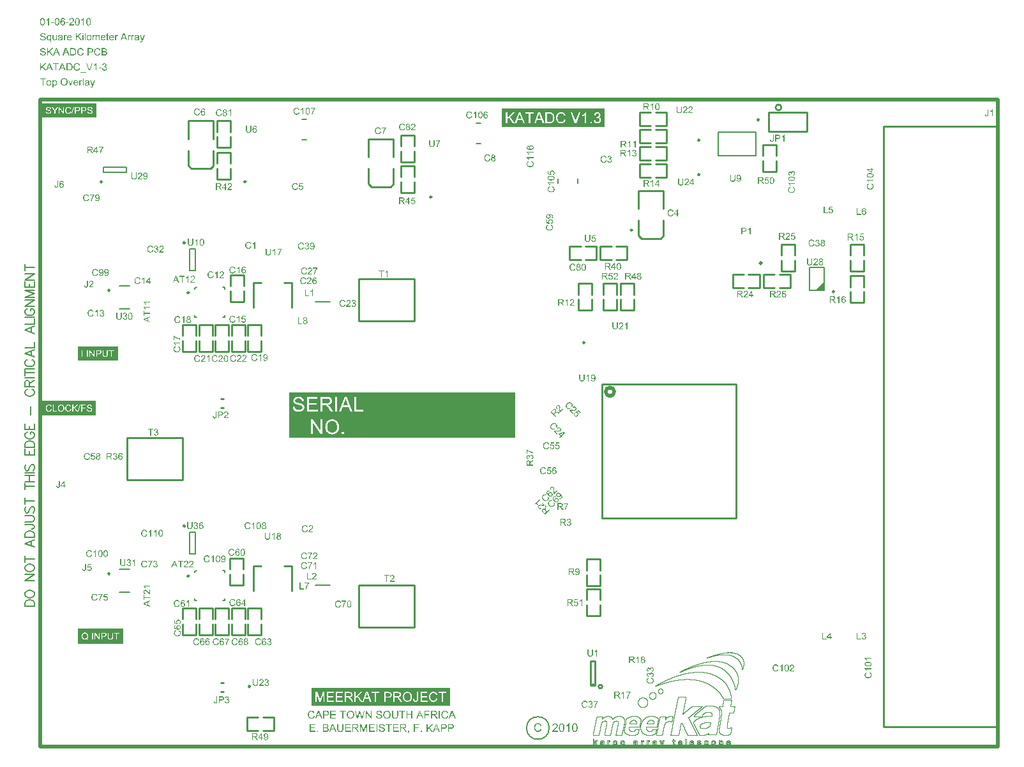
<source format=gto>
%FSLAX44Y44*%
%MOMM*%
G71*
G01*
G75*
G04 Layer_Color=65535*
%ADD10C,0.1524*%
%ADD11C,0.1524*%
%ADD12C,0.9672*%
%ADD13R,1.5240X0.4064*%
%ADD14C,1.5000*%
%ADD15R,0.6000X1.5500*%
%ADD16R,1.0500X0.3500*%
%ADD17R,0.3500X1.0500*%
%ADD18R,3.2500X3.2500*%
%ADD19R,1.1500X0.6000*%
%ADD20R,0.5000X0.4500*%
%ADD21R,1.2500X2.0500*%
%ADD22R,0.6000X1.1000*%
%ADD23R,1.1500X0.4000*%
%ADD24R,0.6000X1.0500*%
%ADD25O,1.6000X0.3000*%
%ADD26O,0.3000X1.6000*%
%ADD27R,5.0000X5.0000*%
%ADD28R,0.8636X1.2700*%
%ADD29R,2.5000X2.5000*%
%ADD30O,1.2000X0.4000*%
%ADD31R,1.5500X1.0000*%
%ADD32R,0.6000X0.6000*%
%ADD33R,1.2700X3.4290*%
%ADD34R,0.6000X0.7000*%
%ADD35R,0.9000X1.0000*%
%ADD36R,1.3000X1.2000*%
%ADD37R,0.7000X0.8000*%
%ADD38R,2.2860X1.9050*%
%ADD39R,0.7620X0.9652*%
%ADD40R,2.7000X1.3500*%
%ADD41R,0.6000X0.6500*%
%ADD42R,3.4500X0.9500*%
%ADD43R,0.7000X0.3000*%
%ADD44R,0.3000X0.7000*%
%ADD45R,2.9500X2.9500*%
%ADD46R,0.8890X1.2954*%
%ADD47R,1.1938X1.2954*%
%ADD48C,1.0000*%
%ADD49R,1.3500X2.7000*%
%ADD50R,0.6500X0.6000*%
%ADD51R,0.9500X3.4500*%
G04:AMPARAMS|DCode=52|XSize=0.65mm|YSize=0.6mm|CornerRadius=0mm|HoleSize=0mm|Usage=FLASHONLY|Rotation=315.000|XOffset=0mm|YOffset=0mm|HoleType=Round|Shape=Rectangle|*
%AMROTATEDRECTD52*
4,1,4,-0.4419,0.0177,-0.0177,0.4419,0.4419,-0.0177,0.0177,-0.4419,-0.4419,0.0177,0.0*
%
%ADD52ROTATEDRECTD52*%

G04:AMPARAMS|DCode=53|XSize=0.65mm|YSize=0.6mm|CornerRadius=0mm|HoleSize=0mm|Usage=FLASHONLY|Rotation=45.000|XOffset=0mm|YOffset=0mm|HoleType=Round|Shape=Rectangle|*
%AMROTATEDRECTD53*
4,1,4,-0.0177,-0.4419,-0.4419,-0.0177,0.0177,0.4419,0.4419,0.0177,-0.0177,-0.4419,0.0*
%
%ADD53ROTATEDRECTD53*%

%ADD54R,0.9652X0.7620*%
%ADD55P,0.8485X4X90.0*%
%ADD56P,0.8485X4X360.0*%
%ADD57R,0.6000X0.6000*%
%ADD58R,1.0500X0.6000*%
%ADD59R,3.2500X3.2500*%
%ADD60C,0.3000*%
%ADD61C,0.5000*%
%ADD62C,0.5080*%
%ADD63C,0.3048*%
%ADD64C,0.3500*%
%ADD65C,0.4001*%
%ADD66C,0.3500*%
%ADD67C,0.3000*%
%ADD68C,0.2540*%
%ADD69C,0.4501*%
%ADD70C,0.4432*%
%ADD71C,0.3810*%
%ADD72C,0.6000*%
%ADD73C,0.5999*%
%ADD74C,0.4433*%
%ADD75C,0.2851*%
%ADD76C,0.8636*%
%ADD77C,0.4521*%
%ADD78C,0.2845*%
%ADD79C,0.1270*%
%ADD80C,0.6350*%
%ADD81C,1.5240*%
%ADD82C,1.0500*%
%ADD83C,6.3500*%
%ADD84C,0.6500*%
%ADD85C,0.5500*%
%ADD86C,3.3020*%
%ADD87C,0.5099*%
%ADD88C,0.5499*%
%ADD89C,1.0000*%
%ADD90C,1.9160*%
%ADD91C,1.6160*%
%ADD92C,1.2660*%
%ADD93C,2.2160*%
%ADD94C,4.8160*%
%ADD95C,3.2160*%
%ADD96C,0.5001*%
%ADD97O,0.3302X1.6510*%
%ADD98C,0.2000*%
%ADD99C,0.3302*%
%ADD100C,0.2500*%
%ADD101C,0.2300*%
%ADD102C,0.2499*%
%ADD103C,0.1000*%
G36*
X1084189Y143561D02*
X1088596D01*
Y142500D01*
X1083000D01*
Y151466D01*
X1084189D01*
Y143561D01*
D02*
G37*
G36*
X368640Y20000D02*
X367203D01*
Y21437D01*
X368640D01*
Y20000D01*
D02*
G37*
G36*
X1048431Y145660D02*
X1049643D01*
Y144645D01*
X1048431D01*
Y142500D01*
X1047335D01*
Y144645D01*
X1043441D01*
Y145660D01*
X1047533Y151466D01*
X1048431D01*
Y145660D01*
D02*
G37*
G36*
X1092548Y151489D02*
X1092630D01*
X1092805Y151466D01*
X1093015Y151419D01*
X1093236Y151372D01*
X1093469Y151291D01*
X1093703Y151186D01*
X1093714D01*
X1093726Y151174D01*
X1093761Y151151D01*
X1093808Y151127D01*
X1093912Y151057D01*
X1094052Y150964D01*
X1094204Y150836D01*
X1094367Y150684D01*
X1094519Y150521D01*
X1094647Y150323D01*
Y150311D01*
X1094659Y150300D01*
X1094705Y150230D01*
X1094752Y150113D01*
X1094822Y149973D01*
X1094880Y149798D01*
X1094938Y149600D01*
X1094973Y149390D01*
X1094985Y149169D01*
Y149157D01*
Y149145D01*
Y149075D01*
X1094973Y148959D01*
X1094950Y148819D01*
X1094903Y148656D01*
X1094857Y148481D01*
X1094775Y148294D01*
X1094670Y148108D01*
X1094659Y148084D01*
X1094612Y148026D01*
X1094542Y147945D01*
X1094437Y147840D01*
X1094309Y147711D01*
X1094146Y147583D01*
X1093959Y147467D01*
X1093749Y147350D01*
X1093761D01*
X1093784Y147338D01*
X1093831Y147327D01*
X1093877Y147315D01*
X1093947Y147292D01*
X1094029Y147257D01*
X1094204Y147187D01*
X1094402Y147082D01*
X1094600Y146942D01*
X1094810Y146779D01*
X1094985Y146580D01*
Y146569D01*
X1095008Y146557D01*
X1095032Y146522D01*
X1095055Y146476D01*
X1095090Y146417D01*
X1095125Y146359D01*
X1095207Y146184D01*
X1095288Y145974D01*
X1095358Y145729D01*
X1095405Y145461D01*
X1095428Y145147D01*
Y145135D01*
Y145100D01*
Y145030D01*
X1095416Y144948D01*
X1095405Y144843D01*
X1095381Y144727D01*
X1095358Y144599D01*
X1095323Y144459D01*
X1095276Y144307D01*
X1095218Y144144D01*
X1095148Y143981D01*
X1095067Y143806D01*
X1094962Y143643D01*
X1094845Y143468D01*
X1094717Y143304D01*
X1094565Y143153D01*
X1094554Y143141D01*
X1094530Y143118D01*
X1094484Y143083D01*
X1094414Y143025D01*
X1094332Y142966D01*
X1094227Y142896D01*
X1094111Y142826D01*
X1093982Y142757D01*
X1093831Y142675D01*
X1093668Y142605D01*
X1093493Y142535D01*
X1093295Y142477D01*
X1093096Y142418D01*
X1092875Y142383D01*
X1092653Y142360D01*
X1092409Y142348D01*
X1092292D01*
X1092210Y142360D01*
X1092117Y142372D01*
X1092000Y142383D01*
X1091861Y142407D01*
X1091721Y142442D01*
X1091417Y142523D01*
X1091254Y142582D01*
X1091091Y142640D01*
X1090916Y142722D01*
X1090753Y142815D01*
X1090601Y142920D01*
X1090450Y143048D01*
X1090438Y143060D01*
X1090415Y143083D01*
X1090380Y143118D01*
X1090322Y143176D01*
X1090263Y143246D01*
X1090193Y143328D01*
X1090123Y143433D01*
X1090042Y143538D01*
X1089972Y143666D01*
X1089890Y143806D01*
X1089820Y143957D01*
X1089750Y144121D01*
X1089680Y144295D01*
X1089634Y144470D01*
X1089587Y144669D01*
X1089564Y144878D01*
X1090660Y145030D01*
Y145018D01*
X1090671Y144983D01*
X1090683Y144937D01*
X1090695Y144878D01*
X1090718Y144797D01*
X1090741Y144715D01*
X1090811Y144505D01*
X1090893Y144284D01*
X1091010Y144062D01*
X1091138Y143841D01*
X1091208Y143748D01*
X1091289Y143666D01*
X1091313Y143654D01*
X1091371Y143608D01*
X1091464Y143538D01*
X1091604Y143468D01*
X1091767Y143386D01*
X1091954Y143328D01*
X1092175Y143281D01*
X1092409Y143258D01*
X1092490D01*
X1092537Y143270D01*
X1092607D01*
X1092688Y143281D01*
X1092863Y143328D01*
X1093073Y143386D01*
X1093295Y143479D01*
X1093516Y143619D01*
X1093621Y143701D01*
X1093726Y143794D01*
X1093738Y143806D01*
X1093749Y143817D01*
X1093773Y143852D01*
X1093808Y143887D01*
X1093901Y144004D01*
X1093994Y144167D01*
X1094087Y144354D01*
X1094181Y144587D01*
X1094239Y144843D01*
X1094262Y144983D01*
Y145123D01*
Y145135D01*
Y145158D01*
Y145193D01*
X1094250Y145251D01*
Y145310D01*
X1094239Y145391D01*
X1094204Y145566D01*
X1094146Y145764D01*
X1094052Y145974D01*
X1093924Y146173D01*
X1093854Y146277D01*
X1093761Y146371D01*
X1093738Y146394D01*
X1093668Y146452D01*
X1093563Y146522D01*
X1093423Y146615D01*
X1093236Y146709D01*
X1093026Y146779D01*
X1092782Y146837D01*
X1092502Y146860D01*
X1092374D01*
X1092292Y146849D01*
X1092175Y146837D01*
X1092035Y146814D01*
X1091884Y146779D01*
X1091721Y146744D01*
X1091849Y147711D01*
X1091872D01*
X1091907Y147700D01*
X1091965Y147688D01*
X1092094D01*
X1092140Y147700D01*
X1092280Y147711D01*
X1092443Y147735D01*
X1092642Y147781D01*
X1092851Y147840D01*
X1093073Y147933D01*
X1093283Y148049D01*
X1093295D01*
X1093306Y148073D01*
X1093376Y148119D01*
X1093469Y148213D01*
X1093574Y148329D01*
X1093679Y148492D01*
X1093761Y148691D01*
X1093831Y148924D01*
X1093842Y149052D01*
X1093854Y149192D01*
Y149204D01*
Y149215D01*
X1093842Y149297D01*
X1093831Y149402D01*
X1093808Y149542D01*
X1093749Y149693D01*
X1093679Y149857D01*
X1093574Y150031D01*
X1093434Y150183D01*
X1093411Y150206D01*
X1093364Y150253D01*
X1093271Y150311D01*
X1093155Y150393D01*
X1093003Y150463D01*
X1092816Y150533D01*
X1092618Y150579D01*
X1092385Y150591D01*
X1092327D01*
X1092280Y150579D01*
X1092152Y150568D01*
X1092000Y150544D01*
X1091837Y150486D01*
X1091651Y150416D01*
X1091476Y150323D01*
X1091301Y150183D01*
X1091278Y150160D01*
X1091231Y150113D01*
X1091161Y150020D01*
X1091079Y149880D01*
X1090986Y149717D01*
X1090893Y149507D01*
X1090823Y149262D01*
X1090765Y148982D01*
X1089669Y149180D01*
Y149192D01*
X1089680Y149227D01*
X1089692Y149285D01*
X1089715Y149367D01*
X1089739Y149448D01*
X1089774Y149565D01*
X1089809Y149682D01*
X1089855Y149810D01*
X1089984Y150078D01*
X1090135Y150358D01*
X1090333Y150638D01*
X1090450Y150766D01*
X1090578Y150883D01*
X1090590Y150894D01*
X1090613Y150906D01*
X1090648Y150941D01*
X1090706Y150976D01*
X1090776Y151022D01*
X1090858Y151081D01*
X1090963Y151139D01*
X1091068Y151197D01*
X1091196Y151244D01*
X1091324Y151302D01*
X1091627Y151407D01*
X1091977Y151477D01*
X1092164Y151489D01*
X1092362Y151500D01*
X1092490D01*
X1092548Y151489D01*
D02*
G37*
G36*
X352189Y599061D02*
X356596D01*
Y598000D01*
X351000D01*
Y606965D01*
X352189D01*
Y599061D01*
D02*
G37*
G36*
X363723Y230989D02*
X363840Y230977D01*
X363968Y230965D01*
X364108Y230942D01*
X364260Y230907D01*
X364586Y230826D01*
X364749Y230767D01*
X364924Y230697D01*
X365099Y230616D01*
X365262Y230511D01*
X365414Y230406D01*
X365565Y230278D01*
X365577Y230266D01*
X365600Y230243D01*
X365635Y230208D01*
X365682Y230149D01*
X365740Y230079D01*
X365810Y229998D01*
X365868Y229904D01*
X365950Y229788D01*
X366020Y229671D01*
X366078Y229531D01*
X366207Y229228D01*
X366253Y229065D01*
X366288Y228890D01*
X366311Y228704D01*
X366323Y228505D01*
Y228482D01*
Y228412D01*
X366311Y228307D01*
X366300Y228167D01*
X366265Y228016D01*
X366230Y227829D01*
X366172Y227643D01*
X366102Y227445D01*
X366090Y227421D01*
X366055Y227351D01*
X366008Y227246D01*
X365927Y227118D01*
X365822Y226955D01*
X365694Y226768D01*
X365542Y226558D01*
X365367Y226349D01*
Y226337D01*
X365344Y226325D01*
X365309Y226290D01*
X365274Y226244D01*
X365216Y226185D01*
X365146Y226115D01*
X365064Y226034D01*
X364959Y225941D01*
X364854Y225836D01*
X364726Y225719D01*
X364586Y225579D01*
X364435Y225439D01*
X364260Y225288D01*
X364085Y225136D01*
X363875Y224961D01*
X363665Y224775D01*
X363653Y224763D01*
X363618Y224740D01*
X363572Y224693D01*
X363502Y224646D01*
X363432Y224576D01*
X363339Y224495D01*
X363140Y224320D01*
X362919Y224133D01*
X362709Y223947D01*
X362616Y223865D01*
X362534Y223784D01*
X362453Y223702D01*
X362394Y223644D01*
X362383Y223632D01*
X362348Y223597D01*
X362301Y223539D01*
X362231Y223457D01*
X362161Y223376D01*
X362079Y223271D01*
X361928Y223061D01*
X366335D01*
Y222000D01*
X360401D01*
Y222023D01*
Y222070D01*
Y222140D01*
X360412Y222245D01*
X360424Y222361D01*
X360447Y222490D01*
X360482Y222618D01*
X360529Y222758D01*
Y222770D01*
X360541Y222781D01*
X360552Y222816D01*
X360575Y222863D01*
X360622Y222979D01*
X360704Y223131D01*
X360809Y223317D01*
X360925Y223516D01*
X361077Y223725D01*
X361252Y223947D01*
X361263Y223959D01*
X361275Y223970D01*
X361310Y224005D01*
X361345Y224052D01*
X361461Y224180D01*
X361625Y224343D01*
X361823Y224542D01*
X362068Y224775D01*
X362359Y225031D01*
X362697Y225311D01*
X362709Y225323D01*
X362756Y225369D01*
X362837Y225428D01*
X362930Y225509D01*
X363047Y225614D01*
X363187Y225731D01*
X363339Y225859D01*
X363490Y225999D01*
X363816Y226302D01*
X364143Y226617D01*
X364295Y226780D01*
X364435Y226932D01*
X364563Y227071D01*
X364668Y227211D01*
X364679Y227223D01*
X364691Y227246D01*
X364714Y227281D01*
X364749Y227328D01*
X364784Y227398D01*
X364831Y227468D01*
X364936Y227643D01*
X365029Y227841D01*
X365111Y228062D01*
X365169Y228307D01*
X365192Y228424D01*
Y228540D01*
Y228552D01*
Y228575D01*
Y228599D01*
X365181Y228645D01*
X365169Y228774D01*
X365134Y228925D01*
X365076Y229100D01*
X364994Y229275D01*
X364878Y229461D01*
X364714Y229636D01*
X364691Y229660D01*
X364633Y229706D01*
X364528Y229776D01*
X364388Y229869D01*
X364213Y229951D01*
X364003Y230021D01*
X363758Y230068D01*
X363490Y230091D01*
X363409D01*
X363362Y230079D01*
X363292D01*
X363210Y230068D01*
X363035Y230033D01*
X362837Y229974D01*
X362616Y229893D01*
X362406Y229776D01*
X362219Y229613D01*
X362196Y229590D01*
X362149Y229531D01*
X362068Y229415D01*
X361986Y229275D01*
X361893Y229077D01*
X361811Y228855D01*
X361765Y228599D01*
X361741Y228296D01*
X360610Y228412D01*
Y228424D01*
X360622Y228470D01*
Y228529D01*
X360634Y228622D01*
X360657Y228727D01*
X360680Y228844D01*
X360715Y228983D01*
X360762Y229123D01*
X360867Y229438D01*
X360937Y229601D01*
X361018Y229753D01*
X361112Y229916D01*
X361217Y230068D01*
X361333Y230208D01*
X361473Y230336D01*
X361485Y230347D01*
X361508Y230359D01*
X361555Y230394D01*
X361613Y230441D01*
X361695Y230487D01*
X361788Y230546D01*
X361893Y230604D01*
X362021Y230674D01*
X362161Y230732D01*
X362313Y230791D01*
X362476Y230849D01*
X362662Y230896D01*
X362849Y230942D01*
X363059Y230977D01*
X363280Y230989D01*
X363513Y231000D01*
X363642D01*
X363723Y230989D01*
D02*
G37*
G36*
X355189Y223061D02*
X359596D01*
Y222000D01*
X354000D01*
Y230965D01*
X355189D01*
Y223061D01*
D02*
G37*
G36*
X379008Y30222D02*
X379128D01*
X379394Y30195D01*
X379687Y30155D01*
X380006Y30102D01*
X380313Y30022D01*
X380592Y29916D01*
X380606D01*
X380619Y29902D01*
X380659Y29889D01*
X380712Y29862D01*
X380832Y29783D01*
X380991Y29676D01*
X381178Y29543D01*
X381351Y29383D01*
X381537Y29184D01*
X381697Y28957D01*
Y28944D01*
X381710Y28931D01*
X381763Y28851D01*
X381830Y28718D01*
X381910Y28545D01*
X381976Y28345D01*
X382043Y28119D01*
X382096Y27879D01*
X382109Y27613D01*
Y27600D01*
Y27587D01*
Y27547D01*
Y27507D01*
X382096Y27373D01*
X382070Y27214D01*
X382016Y27014D01*
X381963Y26801D01*
X381870Y26588D01*
X381750Y26362D01*
X381737Y26335D01*
X381684Y26269D01*
X381604Y26162D01*
X381484Y26029D01*
X381324Y25883D01*
X381138Y25736D01*
X380925Y25577D01*
X380672Y25444D01*
X380685D01*
X380712Y25430D01*
X380765Y25417D01*
X380832Y25390D01*
X380898Y25364D01*
X380991Y25324D01*
X381204Y25217D01*
X381431Y25084D01*
X381670Y24925D01*
X381897Y24725D01*
X382096Y24499D01*
Y24485D01*
X382123Y24472D01*
X382149Y24432D01*
X382176Y24379D01*
X382256Y24246D01*
X382349Y24059D01*
X382442Y23833D01*
X382522Y23567D01*
X382575Y23274D01*
X382602Y22955D01*
Y22941D01*
Y22928D01*
Y22888D01*
Y22835D01*
X382589Y22702D01*
X382562Y22515D01*
X382522Y22316D01*
X382469Y22090D01*
X382402Y21863D01*
X382296Y21624D01*
X382282Y21597D01*
X382243Y21517D01*
X382176Y21411D01*
X382083Y21278D01*
X381976Y21118D01*
X381843Y20958D01*
X381697Y20812D01*
X381537Y20666D01*
X381524Y20652D01*
X381457Y20612D01*
X381364Y20546D01*
X381231Y20479D01*
X381071Y20399D01*
X380885Y20306D01*
X380659Y20226D01*
X380419Y20160D01*
X380392D01*
X380353Y20146D01*
X380299Y20133D01*
X380233Y20120D01*
X380153Y20106D01*
X379967Y20080D01*
X379727Y20053D01*
X379448Y20027D01*
X379128Y20013D01*
X378769Y20000D01*
X374882D01*
Y30235D01*
X378915D01*
X379008Y30222D01*
D02*
G37*
G36*
X1084189Y707061D02*
X1088596D01*
Y706000D01*
X1083000D01*
Y714966D01*
X1084189D01*
Y707061D01*
D02*
G37*
G36*
X356428Y216986D02*
X356416Y216975D01*
X356393Y216940D01*
X356347Y216893D01*
X356277Y216823D01*
X356207Y216730D01*
X356113Y216613D01*
X356008Y216485D01*
X355892Y216345D01*
X355764Y216182D01*
X355635Y215995D01*
X355495Y215797D01*
X355344Y215575D01*
X355192Y215354D01*
X355041Y215097D01*
X354889Y214841D01*
X354726Y214561D01*
X354714Y214550D01*
X354691Y214491D01*
X354644Y214410D01*
X354586Y214305D01*
X354516Y214165D01*
X354446Y214002D01*
X354353Y213815D01*
X354260Y213605D01*
X354155Y213384D01*
X354050Y213139D01*
X353945Y212882D01*
X353840Y212614D01*
X353630Y212055D01*
X353443Y211460D01*
Y211448D01*
X353432Y211413D01*
X353409Y211343D01*
X353385Y211262D01*
X353362Y211157D01*
X353327Y211029D01*
X353304Y210889D01*
X353269Y210725D01*
X353234Y210551D01*
X353187Y210364D01*
X353152Y210154D01*
X353129Y209944D01*
X353070Y209490D01*
X353024Y209000D01*
X351893D01*
Y209012D01*
Y209047D01*
Y209105D01*
X351904Y209186D01*
Y209291D01*
X351916Y209408D01*
X351928Y209548D01*
X351951Y209711D01*
X351974Y209886D01*
X351998Y210084D01*
X352033Y210294D01*
X352068Y210516D01*
X352114Y210749D01*
X352173Y211005D01*
X352231Y211262D01*
X352301Y211542D01*
Y211565D01*
X352324Y211611D01*
X352348Y211693D01*
X352371Y211798D01*
X352417Y211938D01*
X352464Y212090D01*
X352522Y212264D01*
X352592Y212463D01*
X352662Y212684D01*
X352756Y212906D01*
X352942Y213395D01*
X353175Y213908D01*
X353432Y214433D01*
X353443Y214445D01*
X353467Y214491D01*
X353502Y214573D01*
X353560Y214666D01*
X353630Y214783D01*
X353712Y214923D01*
X353805Y215086D01*
X353910Y215249D01*
X354143Y215622D01*
X354411Y216019D01*
X354714Y216415D01*
X355017Y216788D01*
X350634D01*
Y217849D01*
X356428D01*
Y216986D01*
D02*
G37*
G36*
X1092898Y714989D02*
X1092991Y714977D01*
X1093096Y714966D01*
X1093213Y714954D01*
X1093341Y714930D01*
X1093609Y714861D01*
X1093901Y714756D01*
X1094052Y714686D01*
X1094192Y714604D01*
X1094332Y714511D01*
X1094460Y714406D01*
X1094472Y714394D01*
X1094495Y714382D01*
X1094519Y714348D01*
X1094565Y714301D01*
X1094624Y714231D01*
X1094682Y714161D01*
X1094752Y714079D01*
X1094822Y713975D01*
X1094892Y713870D01*
X1094962Y713741D01*
X1095020Y713613D01*
X1095090Y713462D01*
X1095207Y713147D01*
X1095241Y712960D01*
X1095276Y712774D01*
X1094181Y712692D01*
Y712704D01*
X1094169Y712715D01*
Y712750D01*
X1094157Y712797D01*
X1094122Y712914D01*
X1094076Y713054D01*
X1094017Y713205D01*
X1093936Y713357D01*
X1093854Y713496D01*
X1093761Y713625D01*
X1093738Y713648D01*
X1093679Y713695D01*
X1093586Y713776D01*
X1093458Y713858D01*
X1093295Y713940D01*
X1093108Y714021D01*
X1092887Y714068D01*
X1092653Y714091D01*
X1092560D01*
X1092467Y714079D01*
X1092338Y714056D01*
X1092199Y714021D01*
X1092035Y713963D01*
X1091884Y713893D01*
X1091721Y713788D01*
X1091697Y713776D01*
X1091639Y713718D01*
X1091546Y713636D01*
X1091429Y713508D01*
X1091301Y713357D01*
X1091161Y713170D01*
X1091033Y712949D01*
X1090904Y712692D01*
Y712680D01*
X1090893Y712657D01*
X1090881Y712622D01*
X1090858Y712564D01*
X1090835Y712482D01*
X1090811Y712389D01*
X1090788Y712284D01*
X1090753Y712167D01*
X1090730Y712028D01*
X1090706Y711864D01*
X1090683Y711701D01*
X1090660Y711515D01*
X1090636Y711316D01*
X1090613Y711095D01*
X1090601Y710862D01*
Y710629D01*
X1090625Y710640D01*
X1090671Y710722D01*
X1090753Y710827D01*
X1090870Y710955D01*
X1091010Y711106D01*
X1091173Y711246D01*
X1091359Y711398D01*
X1091569Y711515D01*
X1091581D01*
X1091592Y711526D01*
X1091627Y711538D01*
X1091674Y711561D01*
X1091779Y711608D01*
X1091930Y711666D01*
X1092117Y711724D01*
X1092315Y711771D01*
X1092537Y711806D01*
X1092770Y711818D01*
X1092875D01*
X1092956Y711806D01*
X1093050Y711794D01*
X1093166Y711771D01*
X1093283Y711748D01*
X1093423Y711713D01*
X1093563Y711678D01*
X1093714Y711619D01*
X1093866Y711550D01*
X1094029Y711480D01*
X1094192Y711375D01*
X1094344Y711270D01*
X1094495Y711142D01*
X1094647Y711002D01*
X1094659Y710990D01*
X1094682Y710967D01*
X1094717Y710920D01*
X1094775Y710850D01*
X1094834Y710768D01*
X1094892Y710675D01*
X1094962Y710558D01*
X1095043Y710430D01*
X1095113Y710290D01*
X1095183Y710127D01*
X1095241Y709964D01*
X1095312Y709777D01*
X1095358Y709567D01*
X1095393Y709358D01*
X1095416Y709136D01*
X1095428Y708903D01*
Y708891D01*
Y708868D01*
Y708821D01*
Y708763D01*
X1095416Y708681D01*
X1095405Y708600D01*
X1095381Y708390D01*
X1095335Y708157D01*
X1095276Y707889D01*
X1095183Y707621D01*
X1095055Y707341D01*
Y707329D01*
X1095043Y707306D01*
X1095020Y707271D01*
X1094985Y707224D01*
X1094903Y707096D01*
X1094799Y706933D01*
X1094647Y706758D01*
X1094484Y706571D01*
X1094286Y706396D01*
X1094052Y706233D01*
X1094041D01*
X1094029Y706221D01*
X1093994Y706198D01*
X1093947Y706175D01*
X1093877Y706140D01*
X1093808Y706117D01*
X1093633Y706047D01*
X1093423Y705965D01*
X1093178Y705907D01*
X1092910Y705860D01*
X1092618Y705848D01*
X1092560D01*
X1092490Y705860D01*
X1092385D01*
X1092269Y705883D01*
X1092140Y705907D01*
X1091989Y705930D01*
X1091826Y705977D01*
X1091651Y706023D01*
X1091464Y706093D01*
X1091278Y706175D01*
X1091091Y706268D01*
X1090904Y706385D01*
X1090718Y706525D01*
X1090543Y706676D01*
X1090368Y706851D01*
X1090357Y706863D01*
X1090333Y706898D01*
X1090287Y706956D01*
X1090228Y707049D01*
X1090170Y707154D01*
X1090100Y707294D01*
X1090018Y707457D01*
X1089937Y707644D01*
X1089855Y707865D01*
X1089774Y708110D01*
X1089704Y708390D01*
X1089645Y708681D01*
X1089587Y709020D01*
X1089540Y709381D01*
X1089517Y709766D01*
X1089505Y710185D01*
Y710197D01*
Y710220D01*
Y710255D01*
Y710302D01*
Y710360D01*
X1089517Y710430D01*
Y710605D01*
X1089540Y710827D01*
X1089552Y711071D01*
X1089587Y711340D01*
X1089622Y711631D01*
X1089680Y711934D01*
X1089739Y712249D01*
X1089820Y712564D01*
X1089913Y712879D01*
X1090018Y713182D01*
X1090147Y713462D01*
X1090298Y713730D01*
X1090462Y713963D01*
X1090473Y713975D01*
X1090497Y714009D01*
X1090543Y714056D01*
X1090613Y714126D01*
X1090695Y714208D01*
X1090800Y714289D01*
X1090928Y714382D01*
X1091056Y714488D01*
X1091208Y714581D01*
X1091383Y714674D01*
X1091569Y714756D01*
X1091767Y714837D01*
X1091989Y714907D01*
X1092222Y714954D01*
X1092467Y714989D01*
X1092723Y715000D01*
X1092828D01*
X1092898Y714989D01*
D02*
G37*
G36*
X1038439Y143561D02*
X1042846D01*
Y142500D01*
X1037250D01*
Y151466D01*
X1038439D01*
Y143561D01*
D02*
G37*
G36*
X1051078Y715800D02*
X1047499D01*
X1047021Y713375D01*
X1047033Y713386D01*
X1047056Y713398D01*
X1047103Y713433D01*
X1047161Y713468D01*
X1047231Y713503D01*
X1047324Y713561D01*
X1047418Y713608D01*
X1047534Y713666D01*
X1047791Y713771D01*
X1048070Y713853D01*
X1048385Y713923D01*
X1048548Y713934D01*
X1048712Y713946D01*
X1048828D01*
X1048910Y713934D01*
X1049003Y713923D01*
X1049120Y713899D01*
X1049248Y713876D01*
X1049399Y713841D01*
X1049551Y713806D01*
X1049703Y713748D01*
X1049866Y713678D01*
X1050041Y713608D01*
X1050204Y713503D01*
X1050367Y713398D01*
X1050530Y713270D01*
X1050682Y713130D01*
X1050694Y713118D01*
X1050717Y713095D01*
X1050752Y713048D01*
X1050810Y712978D01*
X1050869Y712897D01*
X1050938Y712803D01*
X1051020Y712687D01*
X1051090Y712559D01*
X1051172Y712419D01*
X1051242Y712255D01*
X1051311Y712092D01*
X1051370Y711906D01*
X1051428Y711696D01*
X1051463Y711486D01*
X1051486Y711264D01*
X1051498Y711031D01*
Y711020D01*
Y710973D01*
Y710915D01*
X1051486Y710833D01*
X1051475Y710728D01*
X1051463Y710600D01*
X1051440Y710460D01*
X1051405Y710320D01*
X1051323Y709982D01*
X1051265Y709807D01*
X1051195Y709632D01*
X1051113Y709457D01*
X1051020Y709283D01*
X1050915Y709108D01*
X1050787Y708933D01*
X1050775Y708921D01*
X1050752Y708886D01*
X1050694Y708828D01*
X1050624Y708770D01*
X1050542Y708676D01*
X1050437Y708595D01*
X1050309Y708490D01*
X1050169Y708396D01*
X1050006Y708291D01*
X1049831Y708186D01*
X1049644Y708105D01*
X1049435Y708023D01*
X1049201Y707953D01*
X1048956Y707895D01*
X1048700Y707860D01*
X1048432Y707848D01*
X1048315D01*
X1048234Y707860D01*
X1048129Y707872D01*
X1048000Y707883D01*
X1047872Y707907D01*
X1047721Y707930D01*
X1047406Y708012D01*
X1047243Y708070D01*
X1047079Y708140D01*
X1046905Y708210D01*
X1046741Y708303D01*
X1046590Y708408D01*
X1046438Y708525D01*
X1046426Y708536D01*
X1046403Y708560D01*
X1046368Y708595D01*
X1046322Y708653D01*
X1046252Y708723D01*
X1046193Y708804D01*
X1046112Y708898D01*
X1046042Y709014D01*
X1045960Y709131D01*
X1045890Y709271D01*
X1045809Y709422D01*
X1045750Y709586D01*
X1045680Y709761D01*
X1045634Y709935D01*
X1045587Y710134D01*
X1045564Y710343D01*
X1046718Y710425D01*
Y710413D01*
X1046730Y710390D01*
Y710343D01*
X1046741Y710285D01*
X1046765Y710215D01*
X1046788Y710134D01*
X1046835Y709959D01*
X1046916Y709749D01*
X1047021Y709539D01*
X1047149Y709341D01*
X1047301Y709166D01*
X1047324Y709154D01*
X1047383Y709108D01*
X1047487Y709038D01*
X1047616Y708968D01*
X1047779Y708886D01*
X1047977Y708828D01*
X1048187Y708781D01*
X1048432Y708758D01*
X1048513D01*
X1048572Y708770D01*
X1048630Y708781D01*
X1048712Y708793D01*
X1048898Y708828D01*
X1049120Y708898D01*
X1049341Y709014D01*
X1049458Y709073D01*
X1049574Y709154D01*
X1049679Y709248D01*
X1049784Y709352D01*
X1049796Y709364D01*
X1049808Y709376D01*
X1049831Y709411D01*
X1049866Y709457D01*
X1049912Y709516D01*
X1049959Y709597D01*
X1050006Y709679D01*
X1050064Y709772D01*
X1050157Y710005D01*
X1050251Y710273D01*
X1050309Y710588D01*
X1050332Y710751D01*
Y710938D01*
Y710950D01*
Y710985D01*
Y711031D01*
X1050321Y711089D01*
Y711171D01*
X1050309Y711264D01*
X1050262Y711474D01*
X1050204Y711719D01*
X1050111Y711964D01*
X1049982Y712209D01*
X1049901Y712325D01*
X1049808Y712430D01*
Y712442D01*
X1049784Y712454D01*
X1049749Y712477D01*
X1049714Y712512D01*
X1049598Y712605D01*
X1049435Y712710D01*
X1049236Y712803D01*
X1049003Y712897D01*
X1048723Y712955D01*
X1048583Y712978D01*
X1048327D01*
X1048234Y712967D01*
X1048094Y712943D01*
X1047954Y712920D01*
X1047791Y712873D01*
X1047616Y712803D01*
X1047452Y712722D01*
X1047429Y712710D01*
X1047383Y712675D01*
X1047313Y712628D01*
X1047219Y712547D01*
X1047114Y712465D01*
X1046998Y712349D01*
X1046893Y712232D01*
X1046800Y712092D01*
X1045762Y712244D01*
X1046625Y716849D01*
X1051078D01*
Y715800D01*
D02*
G37*
G36*
X1040189Y709061D02*
X1044596D01*
Y708000D01*
X1039000D01*
Y716965D01*
X1040189D01*
Y709061D01*
D02*
G37*
G36*
X978773Y811954D02*
X978982Y811942D01*
X979216Y811930D01*
X979437Y811907D01*
X979624Y811872D01*
X979659D01*
X979682Y811861D01*
X979728Y811849D01*
X979857Y811826D01*
X980008Y811779D01*
X980183Y811721D01*
X980358Y811651D01*
X980545Y811557D01*
X980720Y811452D01*
X980743Y811441D01*
X980789Y811394D01*
X980883Y811324D01*
X980976Y811231D01*
X981093Y811114D01*
X981221Y810963D01*
X981337Y810788D01*
X981442Y810590D01*
Y810578D01*
X981454Y810566D01*
X981466Y810531D01*
X981489Y810497D01*
X981536Y810380D01*
X981582Y810228D01*
X981629Y810042D01*
X981675Y809832D01*
X981711Y809610D01*
X981722Y809366D01*
Y809354D01*
Y809319D01*
Y809261D01*
X981711Y809179D01*
X981699Y809074D01*
X981687Y808958D01*
X981664Y808829D01*
X981629Y808701D01*
X981547Y808386D01*
X981489Y808235D01*
X981407Y808072D01*
X981326Y807908D01*
X981233Y807745D01*
X981116Y807582D01*
X980988Y807430D01*
X980976Y807419D01*
X980953Y807395D01*
X980906Y807360D01*
X980848Y807302D01*
X980766Y807244D01*
X980661Y807185D01*
X980533Y807104D01*
X980393Y807034D01*
X980218Y806964D01*
X980032Y806894D01*
X979810Y806824D01*
X979577Y806766D01*
X979309Y806707D01*
X979017Y806673D01*
X978703Y806649D01*
X978364Y806637D01*
X976079D01*
Y803000D01*
X974890D01*
Y811965D01*
X978574D01*
X978773Y811954D01*
D02*
G37*
G36*
X489305Y20000D02*
Y19987D01*
Y19960D01*
Y19920D01*
Y19867D01*
X489292Y19720D01*
X489265Y19547D01*
X489238Y19348D01*
X489185Y19135D01*
X489105Y18922D01*
X489012Y18736D01*
X488999Y18709D01*
X488959Y18656D01*
X488892Y18563D01*
X488799Y18456D01*
X488679Y18336D01*
X488520Y18203D01*
X488347Y18083D01*
X488134Y17977D01*
X487788Y18509D01*
X487801Y18523D01*
X487854Y18549D01*
X487921Y18589D01*
X488001Y18642D01*
X488094Y18722D01*
X488187Y18815D01*
X488280Y18922D01*
X488360Y19042D01*
X488373Y19055D01*
X488387Y19108D01*
X488427Y19175D01*
X488466Y19281D01*
X488506Y19428D01*
X488533Y19587D01*
X488560Y19774D01*
X488573Y20000D01*
X487868D01*
Y21437D01*
X489305D01*
Y20000D01*
D02*
G37*
G36*
X233955Y438856D02*
Y438845D01*
Y438810D01*
Y438751D01*
Y438670D01*
X233943Y438577D01*
Y438472D01*
X233932Y438343D01*
X233920Y438215D01*
X233885Y437935D01*
X233838Y437644D01*
X233768Y437364D01*
X233722Y437224D01*
X233675Y437108D01*
Y437096D01*
X233663Y437084D01*
X233652Y437049D01*
X233629Y437003D01*
X233559Y436898D01*
X233465Y436758D01*
X233349Y436606D01*
X233197Y436455D01*
X233022Y436303D01*
X232812Y436163D01*
X232801D01*
X232789Y436152D01*
X232754Y436140D01*
X232707Y436117D01*
X232591Y436058D01*
X232416Y436012D01*
X232218Y435953D01*
X231985Y435895D01*
X231716Y435860D01*
X231425Y435848D01*
X231308D01*
X231227Y435860D01*
X231133Y435872D01*
X231017Y435883D01*
X230889Y435907D01*
X230760Y435930D01*
X230469Y436012D01*
X230317Y436070D01*
X230166Y436140D01*
X230014Y436210D01*
X229874Y436303D01*
X229746Y436408D01*
X229618Y436525D01*
X229606Y436536D01*
X229595Y436560D01*
X229560Y436595D01*
X229525Y436653D01*
X229478Y436723D01*
X229420Y436804D01*
X229361Y436909D01*
X229303Y437026D01*
X229256Y437166D01*
X229198Y437317D01*
X229152Y437481D01*
X229105Y437655D01*
X229070Y437854D01*
X229035Y438064D01*
X229023Y438285D01*
Y438530D01*
X230096Y438681D01*
Y438670D01*
Y438635D01*
Y438588D01*
X230108Y438518D01*
X230119Y438437D01*
X230131Y438343D01*
X230154Y438122D01*
X230201Y437889D01*
X230271Y437655D01*
X230352Y437446D01*
X230411Y437364D01*
X230469Y437282D01*
X230481Y437271D01*
X230539Y437224D01*
X230609Y437166D01*
X230725Y437096D01*
X230854Y437026D01*
X231017Y436968D01*
X231215Y436921D01*
X231425Y436909D01*
X231495D01*
X231588Y436921D01*
X231693Y436933D01*
X231810Y436956D01*
X231938Y436991D01*
X232066Y437038D01*
X232194Y437108D01*
X232206Y437119D01*
X232253Y437142D01*
X232299Y437189D01*
X232369Y437259D01*
X232451Y437341D01*
X232521Y437434D01*
X232591Y437539D01*
X232638Y437667D01*
X232649Y437679D01*
X232661Y437737D01*
X232684Y437819D01*
X232707Y437935D01*
X232731Y438098D01*
X232742Y438285D01*
X232766Y438518D01*
Y438786D01*
Y444966D01*
X233955D01*
Y438856D01*
D02*
G37*
G36*
X986934Y803000D02*
X985838D01*
Y810007D01*
X985814Y809995D01*
X985768Y809949D01*
X985674Y809867D01*
X985558Y809774D01*
X985406Y809657D01*
X985220Y809529D01*
X985022Y809389D01*
X984788Y809249D01*
X984777D01*
X984765Y809237D01*
X984730Y809214D01*
X984684Y809191D01*
X984555Y809121D01*
X984404Y809039D01*
X984229Y808946D01*
X984031Y808853D01*
X983832Y808759D01*
X983634Y808678D01*
Y809750D01*
X983646D01*
X983681Y809774D01*
X983727Y809797D01*
X983786Y809832D01*
X983867Y809867D01*
X983961Y809925D01*
X984182Y810042D01*
X984427Y810193D01*
X984707Y810380D01*
X984975Y810578D01*
X985243Y810800D01*
X985255Y810811D01*
X985278Y810823D01*
X985313Y810858D01*
X985360Y810904D01*
X985476Y811021D01*
X985628Y811184D01*
X985779Y811359D01*
X985943Y811569D01*
X986094Y811779D01*
X986222Y812000D01*
X986934D01*
Y803000D01*
D02*
G37*
G36*
X851053Y844777D02*
Y844766D01*
Y844719D01*
Y844649D01*
Y844556D01*
X851042Y844439D01*
Y844311D01*
X851030Y844159D01*
X851019Y844008D01*
X850972Y843658D01*
X850925Y843297D01*
X850844Y842947D01*
X850797Y842784D01*
X850739Y842632D01*
Y842620D01*
X850727Y842597D01*
X850704Y842551D01*
X850680Y842504D01*
X850645Y842434D01*
X850599Y842352D01*
X850482Y842178D01*
X850331Y841968D01*
X850144Y841758D01*
X849911Y841536D01*
X849771Y841431D01*
X849631Y841338D01*
X849619D01*
X849596Y841315D01*
X849549Y841292D01*
X849491Y841256D01*
X849410Y841221D01*
X849316Y841187D01*
X849200Y841140D01*
X849072Y841093D01*
X848932Y841047D01*
X848768Y841000D01*
X848605Y840965D01*
X848419Y840930D01*
X848220Y840895D01*
X848010Y840872D01*
X847777Y840860D01*
X847544Y840848D01*
X847428D01*
X847334Y840860D01*
X847229D01*
X847101Y840872D01*
X846961Y840883D01*
X846810Y840907D01*
X846483Y840953D01*
X846145Y841035D01*
X845795Y841140D01*
X845481Y841280D01*
X845469D01*
X845446Y841303D01*
X845399Y841326D01*
X845352Y841361D01*
X845212Y841455D01*
X845038Y841595D01*
X844851Y841769D01*
X844665Y841991D01*
X844490Y842236D01*
X844338Y842527D01*
Y842539D01*
X844326Y842562D01*
X844303Y842609D01*
X844292Y842679D01*
X844257Y842760D01*
X844233Y842865D01*
X844198Y842982D01*
X844175Y843122D01*
X844140Y843273D01*
X844105Y843437D01*
X844082Y843623D01*
X844058Y843821D01*
X844035Y844043D01*
X844012Y844276D01*
X844000Y844521D01*
Y844777D01*
Y849966D01*
X845189D01*
Y844789D01*
Y844777D01*
Y844742D01*
Y844672D01*
Y844603D01*
X845201Y844498D01*
Y844393D01*
X845212Y844264D01*
Y844136D01*
X845236Y843856D01*
X845282Y843565D01*
X845329Y843297D01*
X845364Y843180D01*
X845399Y843064D01*
Y843052D01*
X845411Y843040D01*
X845446Y842970D01*
X845492Y842877D01*
X845574Y842749D01*
X845679Y842620D01*
X845807Y842469D01*
X845959Y842341D01*
X846145Y842213D01*
X846157D01*
X846169Y842201D01*
X846238Y842166D01*
X846355Y842119D01*
X846507Y842073D01*
X846693Y842014D01*
X846915Y841968D01*
X847160Y841933D01*
X847439Y841921D01*
X847568D01*
X847649Y841933D01*
X847754Y841944D01*
X847882Y841956D01*
X848022Y841968D01*
X848162Y841991D01*
X848465Y842061D01*
X848780Y842166D01*
X848920Y842236D01*
X849060Y842317D01*
X849188Y842399D01*
X849305Y842504D01*
X849316Y842516D01*
X849328Y842539D01*
X849351Y842574D01*
X849398Y842620D01*
X849433Y842691D01*
X849480Y842784D01*
X849538Y842889D01*
X849585Y843017D01*
X849643Y843157D01*
X849689Y843320D01*
X849736Y843507D01*
X849783Y843716D01*
X849818Y843950D01*
X849841Y844206D01*
X849853Y844486D01*
X849864Y844789D01*
Y849966D01*
X851053D01*
Y844777D01*
D02*
G37*
G36*
X770752Y562989D02*
X770869Y562977D01*
X770997Y562966D01*
X771137Y562942D01*
X771288Y562907D01*
X771615Y562826D01*
X771778Y562767D01*
X771953Y562697D01*
X772128Y562616D01*
X772291Y562511D01*
X772442Y562406D01*
X772594Y562278D01*
X772606Y562266D01*
X772629Y562243D01*
X772664Y562208D01*
X772710Y562149D01*
X772769Y562079D01*
X772839Y561998D01*
X772897Y561904D01*
X772979Y561788D01*
X773049Y561671D01*
X773107Y561531D01*
X773235Y561228D01*
X773282Y561065D01*
X773317Y560890D01*
X773340Y560704D01*
X773352Y560505D01*
Y560482D01*
Y560412D01*
X773340Y560307D01*
X773328Y560167D01*
X773293Y560016D01*
X773259Y559829D01*
X773200Y559643D01*
X773130Y559445D01*
X773119Y559421D01*
X773084Y559351D01*
X773037Y559246D01*
X772955Y559118D01*
X772850Y558955D01*
X772722Y558768D01*
X772571Y558559D01*
X772396Y558349D01*
Y558337D01*
X772372Y558325D01*
X772337Y558290D01*
X772302Y558244D01*
X772244Y558185D01*
X772174Y558116D01*
X772093Y558034D01*
X771988Y557941D01*
X771883Y557836D01*
X771755Y557719D01*
X771615Y557579D01*
X771463Y557439D01*
X771288Y557288D01*
X771113Y557136D01*
X770903Y556961D01*
X770694Y556775D01*
X770682Y556763D01*
X770647Y556740D01*
X770600Y556693D01*
X770530Y556646D01*
X770460Y556577D01*
X770367Y556495D01*
X770169Y556320D01*
X769947Y556133D01*
X769738Y555947D01*
X769644Y555865D01*
X769563Y555784D01*
X769481Y555702D01*
X769423Y555644D01*
X769411Y555632D01*
X769376Y555597D01*
X769330Y555539D01*
X769260Y555457D01*
X769190Y555376D01*
X769108Y555271D01*
X768957Y555061D01*
X773363D01*
Y554000D01*
X767429D01*
Y554023D01*
Y554070D01*
Y554140D01*
X767441Y554245D01*
X767452Y554361D01*
X767476Y554490D01*
X767511Y554618D01*
X767557Y554758D01*
Y554770D01*
X767569Y554781D01*
X767581Y554816D01*
X767604Y554863D01*
X767651Y554979D01*
X767732Y555131D01*
X767837Y555317D01*
X767954Y555516D01*
X768105Y555726D01*
X768280Y555947D01*
X768292Y555959D01*
X768304Y555970D01*
X768338Y556005D01*
X768373Y556052D01*
X768490Y556180D01*
X768653Y556343D01*
X768851Y556542D01*
X769096Y556775D01*
X769388Y557031D01*
X769726Y557311D01*
X769738Y557323D01*
X769784Y557369D01*
X769866Y557428D01*
X769959Y557509D01*
X770076Y557614D01*
X770216Y557731D01*
X770367Y557859D01*
X770519Y557999D01*
X770845Y558302D01*
X771172Y558617D01*
X771323Y558780D01*
X771463Y558932D01*
X771591Y559072D01*
X771696Y559211D01*
X771708Y559223D01*
X771720Y559246D01*
X771743Y559281D01*
X771778Y559328D01*
X771813Y559398D01*
X771859Y559468D01*
X771964Y559643D01*
X772058Y559841D01*
X772139Y560062D01*
X772197Y560307D01*
X772221Y560424D01*
Y560541D01*
Y560552D01*
Y560575D01*
Y560599D01*
X772209Y560645D01*
X772197Y560774D01*
X772163Y560925D01*
X772104Y561100D01*
X772023Y561275D01*
X771906Y561461D01*
X771743Y561636D01*
X771720Y561660D01*
X771661Y561706D01*
X771556Y561776D01*
X771416Y561870D01*
X771242Y561951D01*
X771032Y562021D01*
X770787Y562068D01*
X770519Y562091D01*
X770437D01*
X770390Y562079D01*
X770321D01*
X770239Y562068D01*
X770064Y562033D01*
X769866Y561974D01*
X769644Y561893D01*
X769435Y561776D01*
X769248Y561613D01*
X769225Y561590D01*
X769178Y561531D01*
X769096Y561415D01*
X769015Y561275D01*
X768922Y561077D01*
X768840Y560855D01*
X768793Y560599D01*
X768770Y560296D01*
X767639Y560412D01*
Y560424D01*
X767651Y560471D01*
Y560529D01*
X767662Y560622D01*
X767686Y560727D01*
X767709Y560844D01*
X767744Y560984D01*
X767791Y561123D01*
X767896Y561438D01*
X767965Y561601D01*
X768047Y561753D01*
X768140Y561916D01*
X768245Y562068D01*
X768362Y562208D01*
X768502Y562336D01*
X768513Y562348D01*
X768537Y562359D01*
X768583Y562394D01*
X768642Y562441D01*
X768723Y562487D01*
X768817Y562546D01*
X768922Y562604D01*
X769050Y562674D01*
X769190Y562732D01*
X769341Y562791D01*
X769504Y562849D01*
X769691Y562896D01*
X769877Y562942D01*
X770087Y562977D01*
X770309Y562989D01*
X770542Y563000D01*
X770670D01*
X770752Y562989D01*
D02*
G37*
G36*
X972955Y805856D02*
Y805845D01*
Y805810D01*
Y805751D01*
Y805670D01*
X972943Y805576D01*
Y805472D01*
X972932Y805343D01*
X972920Y805215D01*
X972885Y804935D01*
X972838Y804644D01*
X972768Y804364D01*
X972722Y804224D01*
X972675Y804108D01*
Y804096D01*
X972663Y804084D01*
X972652Y804049D01*
X972628Y804003D01*
X972559Y803898D01*
X972465Y803758D01*
X972349Y803606D01*
X972197Y803455D01*
X972022Y803303D01*
X971812Y803163D01*
X971801D01*
X971789Y803152D01*
X971754Y803140D01*
X971707Y803117D01*
X971591Y803058D01*
X971416Y803012D01*
X971218Y802953D01*
X970985Y802895D01*
X970716Y802860D01*
X970425Y802848D01*
X970308D01*
X970227Y802860D01*
X970134Y802872D01*
X970017Y802883D01*
X969889Y802907D01*
X969760Y802930D01*
X969469Y803012D01*
X969317Y803070D01*
X969166Y803140D01*
X969014Y803210D01*
X968874Y803303D01*
X968746Y803408D01*
X968618Y803525D01*
X968606Y803536D01*
X968595Y803560D01*
X968560Y803595D01*
X968525Y803653D01*
X968478Y803723D01*
X968420Y803804D01*
X968361Y803909D01*
X968303Y804026D01*
X968257Y804166D01*
X968198Y804317D01*
X968152Y804481D01*
X968105Y804656D01*
X968070Y804854D01*
X968035Y805064D01*
X968023Y805285D01*
Y805530D01*
X969096Y805682D01*
Y805670D01*
Y805635D01*
Y805588D01*
X969108Y805518D01*
X969119Y805437D01*
X969131Y805343D01*
X969154Y805122D01*
X969201Y804889D01*
X969271Y804656D01*
X969352Y804446D01*
X969411Y804364D01*
X969469Y804282D01*
X969481Y804271D01*
X969539Y804224D01*
X969609Y804166D01*
X969725Y804096D01*
X969854Y804026D01*
X970017Y803968D01*
X970215Y803921D01*
X970425Y803909D01*
X970495D01*
X970588Y803921D01*
X970693Y803933D01*
X970810Y803956D01*
X970938Y803991D01*
X971066Y804038D01*
X971195Y804108D01*
X971206Y804119D01*
X971253Y804143D01*
X971299Y804189D01*
X971369Y804259D01*
X971451Y804341D01*
X971521Y804434D01*
X971591Y804539D01*
X971637Y804667D01*
X971649Y804679D01*
X971661Y804737D01*
X971684Y804819D01*
X971707Y804935D01*
X971731Y805098D01*
X971742Y805285D01*
X971766Y805518D01*
Y805786D01*
Y811965D01*
X972955D01*
Y805856D01*
D02*
G37*
G36*
X234955Y60856D02*
Y60845D01*
Y60810D01*
Y60751D01*
Y60670D01*
X234943Y60577D01*
Y60472D01*
X234932Y60343D01*
X234920Y60215D01*
X234885Y59935D01*
X234838Y59644D01*
X234768Y59364D01*
X234722Y59224D01*
X234675Y59108D01*
Y59096D01*
X234663Y59084D01*
X234652Y59049D01*
X234629Y59003D01*
X234559Y58898D01*
X234465Y58758D01*
X234349Y58606D01*
X234197Y58455D01*
X234022Y58303D01*
X233812Y58163D01*
X233801D01*
X233789Y58152D01*
X233754Y58140D01*
X233707Y58117D01*
X233591Y58058D01*
X233416Y58012D01*
X233218Y57953D01*
X232985Y57895D01*
X232717Y57860D01*
X232425Y57848D01*
X232308D01*
X232227Y57860D01*
X232134Y57872D01*
X232017Y57883D01*
X231889Y57907D01*
X231760Y57930D01*
X231469Y58012D01*
X231317Y58070D01*
X231166Y58140D01*
X231014Y58210D01*
X230874Y58303D01*
X230746Y58408D01*
X230618Y58525D01*
X230606Y58536D01*
X230595Y58560D01*
X230560Y58595D01*
X230525Y58653D01*
X230478Y58723D01*
X230420Y58804D01*
X230361Y58909D01*
X230303Y59026D01*
X230257Y59166D01*
X230198Y59317D01*
X230152Y59481D01*
X230105Y59655D01*
X230070Y59854D01*
X230035Y60064D01*
X230023Y60285D01*
Y60530D01*
X231096Y60682D01*
Y60670D01*
Y60635D01*
Y60588D01*
X231108Y60518D01*
X231119Y60437D01*
X231131Y60343D01*
X231154Y60122D01*
X231201Y59889D01*
X231271Y59655D01*
X231352Y59446D01*
X231411Y59364D01*
X231469Y59282D01*
X231481Y59271D01*
X231539Y59224D01*
X231609Y59166D01*
X231726Y59096D01*
X231854Y59026D01*
X232017Y58968D01*
X232215Y58921D01*
X232425Y58909D01*
X232495D01*
X232588Y58921D01*
X232693Y58933D01*
X232810Y58956D01*
X232938Y58991D01*
X233066Y59038D01*
X233195Y59108D01*
X233206Y59119D01*
X233253Y59143D01*
X233299Y59189D01*
X233369Y59259D01*
X233451Y59341D01*
X233521Y59434D01*
X233591Y59539D01*
X233638Y59667D01*
X233649Y59679D01*
X233661Y59737D01*
X233684Y59819D01*
X233707Y59935D01*
X233731Y60099D01*
X233742Y60285D01*
X233766Y60518D01*
Y60786D01*
Y66965D01*
X234955D01*
Y60856D01*
D02*
G37*
G36*
X240772Y66954D02*
X240982Y66942D01*
X241216Y66930D01*
X241437Y66907D01*
X241624Y66872D01*
X241659D01*
X241682Y66860D01*
X241728Y66849D01*
X241857Y66826D01*
X242008Y66779D01*
X242183Y66721D01*
X242358Y66651D01*
X242545Y66557D01*
X242719Y66452D01*
X242743Y66441D01*
X242789Y66394D01*
X242883Y66324D01*
X242976Y66231D01*
X243093Y66114D01*
X243221Y65963D01*
X243337Y65788D01*
X243442Y65590D01*
Y65578D01*
X243454Y65566D01*
X243466Y65532D01*
X243489Y65497D01*
X243536Y65380D01*
X243582Y65228D01*
X243629Y65042D01*
X243675Y64832D01*
X243710Y64610D01*
X243722Y64366D01*
Y64354D01*
Y64319D01*
Y64261D01*
X243710Y64179D01*
X243699Y64074D01*
X243687Y63958D01*
X243664Y63829D01*
X243629Y63701D01*
X243547Y63386D01*
X243489Y63235D01*
X243407Y63071D01*
X243326Y62908D01*
X243232Y62745D01*
X243116Y62582D01*
X242988Y62430D01*
X242976Y62419D01*
X242953Y62395D01*
X242906Y62360D01*
X242848Y62302D01*
X242766Y62244D01*
X242661Y62185D01*
X242533Y62104D01*
X242393Y62034D01*
X242218Y61964D01*
X242032Y61894D01*
X241810Y61824D01*
X241577Y61766D01*
X241309Y61707D01*
X241017Y61673D01*
X240703Y61649D01*
X240364Y61638D01*
X238079D01*
Y58000D01*
X236890D01*
Y66965D01*
X240574D01*
X240772Y66954D01*
D02*
G37*
G36*
X361703Y598000D02*
X360607D01*
Y605007D01*
X360583Y604995D01*
X360537Y604949D01*
X360443Y604867D01*
X360327Y604774D01*
X360175Y604657D01*
X359989Y604529D01*
X359791Y604389D01*
X359557Y604249D01*
X359546D01*
X359534Y604237D01*
X359499Y604214D01*
X359453Y604191D01*
X359324Y604121D01*
X359173Y604039D01*
X358998Y603946D01*
X358800Y603853D01*
X358601Y603759D01*
X358403Y603678D01*
Y604750D01*
X358415D01*
X358450Y604774D01*
X358497Y604797D01*
X358555Y604832D01*
X358636Y604867D01*
X358730Y604925D01*
X358951Y605042D01*
X359196Y605193D01*
X359476Y605380D01*
X359744Y605578D01*
X360012Y605800D01*
X360024Y605811D01*
X360047Y605823D01*
X360082Y605858D01*
X360129Y605905D01*
X360245Y606021D01*
X360397Y606184D01*
X360548Y606359D01*
X360712Y606569D01*
X360863Y606779D01*
X360991Y607000D01*
X361703D01*
Y598000D01*
D02*
G37*
G36*
X364887Y29024D02*
X358858D01*
Y25910D01*
X364501D01*
Y24698D01*
X358858D01*
Y21211D01*
X365126D01*
Y20000D01*
X357500D01*
Y30235D01*
X364887D01*
Y29024D01*
D02*
G37*
G36*
X246954Y444989D02*
X247071Y444977D01*
X247199Y444966D01*
X247339Y444942D01*
X247491Y444907D01*
X247817Y444826D01*
X247980Y444767D01*
X248155Y444697D01*
X248330Y444616D01*
X248493Y444511D01*
X248645Y444406D01*
X248796Y444278D01*
X248808Y444266D01*
X248831Y444243D01*
X248866Y444208D01*
X248913Y444149D01*
X248971Y444079D01*
X249041Y443998D01*
X249099Y443904D01*
X249181Y443788D01*
X249251Y443671D01*
X249309Y443531D01*
X249438Y443228D01*
X249484Y443065D01*
X249519Y442890D01*
X249543Y442704D01*
X249554Y442505D01*
Y442482D01*
Y442412D01*
X249543Y442307D01*
X249531Y442167D01*
X249496Y442016D01*
X249461Y441829D01*
X249403Y441643D01*
X249333Y441445D01*
X249321Y441421D01*
X249286Y441351D01*
X249239Y441246D01*
X249158Y441118D01*
X249053Y440955D01*
X248925Y440768D01*
X248773Y440559D01*
X248598Y440349D01*
Y440337D01*
X248575Y440325D01*
X248540Y440290D01*
X248505Y440244D01*
X248447Y440185D01*
X248377Y440116D01*
X248295Y440034D01*
X248190Y439941D01*
X248085Y439836D01*
X247957Y439719D01*
X247817Y439579D01*
X247665Y439439D01*
X247491Y439288D01*
X247316Y439136D01*
X247106Y438961D01*
X246896Y438775D01*
X246884Y438763D01*
X246849Y438740D01*
X246803Y438693D01*
X246733Y438647D01*
X246663Y438577D01*
X246569Y438495D01*
X246371Y438320D01*
X246150Y438134D01*
X245940Y437947D01*
X245847Y437865D01*
X245765Y437784D01*
X245683Y437702D01*
X245625Y437644D01*
X245613Y437632D01*
X245578Y437597D01*
X245532Y437539D01*
X245462Y437457D01*
X245392Y437376D01*
X245310Y437271D01*
X245159Y437061D01*
X249566D01*
Y436000D01*
X243631D01*
Y436023D01*
Y436070D01*
Y436140D01*
X243643Y436245D01*
X243655Y436361D01*
X243678Y436490D01*
X243713Y436618D01*
X243760Y436758D01*
Y436769D01*
X243771Y436781D01*
X243783Y436816D01*
X243806Y436863D01*
X243853Y436979D01*
X243935Y437131D01*
X244040Y437317D01*
X244156Y437516D01*
X244308Y437725D01*
X244483Y437947D01*
X244494Y437959D01*
X244506Y437970D01*
X244541Y438005D01*
X244576Y438052D01*
X244692Y438180D01*
X244856Y438343D01*
X245054Y438542D01*
X245299Y438775D01*
X245590Y439031D01*
X245928Y439311D01*
X245940Y439323D01*
X245987Y439369D01*
X246068Y439428D01*
X246161Y439509D01*
X246278Y439614D01*
X246418Y439731D01*
X246569Y439859D01*
X246721Y439999D01*
X247048Y440302D01*
X247374Y440617D01*
X247526Y440780D01*
X247665Y440932D01*
X247794Y441072D01*
X247899Y441211D01*
X247910Y441223D01*
X247922Y441246D01*
X247945Y441281D01*
X247980Y441328D01*
X248015Y441398D01*
X248062Y441468D01*
X248167Y441643D01*
X248260Y441841D01*
X248342Y442062D01*
X248400Y442307D01*
X248423Y442424D01*
Y442541D01*
Y442552D01*
Y442575D01*
Y442599D01*
X248412Y442645D01*
X248400Y442774D01*
X248365Y442925D01*
X248307Y443100D01*
X248225Y443275D01*
X248108Y443461D01*
X247945Y443636D01*
X247922Y443660D01*
X247864Y443706D01*
X247759Y443776D01*
X247619Y443870D01*
X247444Y443951D01*
X247234Y444021D01*
X246989Y444068D01*
X246721Y444091D01*
X246639D01*
X246593Y444079D01*
X246523D01*
X246441Y444068D01*
X246266Y444033D01*
X246068Y443974D01*
X245847Y443893D01*
X245637Y443776D01*
X245450Y443613D01*
X245427Y443590D01*
X245380Y443531D01*
X245299Y443415D01*
X245217Y443275D01*
X245124Y443077D01*
X245042Y442855D01*
X244996Y442599D01*
X244972Y442296D01*
X243841Y442412D01*
Y442424D01*
X243853Y442471D01*
Y442529D01*
X243865Y442622D01*
X243888Y442727D01*
X243911Y442844D01*
X243946Y442984D01*
X243993Y443123D01*
X244098Y443438D01*
X244168Y443601D01*
X244249Y443753D01*
X244343Y443916D01*
X244448Y444068D01*
X244564Y444208D01*
X244704Y444336D01*
X244716Y444347D01*
X244739Y444359D01*
X244786Y444394D01*
X244844Y444441D01*
X244926Y444487D01*
X245019Y444546D01*
X245124Y444604D01*
X245252Y444674D01*
X245392Y444732D01*
X245544Y444791D01*
X245707Y444849D01*
X245893Y444896D01*
X246080Y444942D01*
X246290Y444977D01*
X246511Y444989D01*
X246744Y445000D01*
X246873D01*
X246954Y444989D01*
D02*
G37*
G36*
X239772Y444954D02*
X239982Y444942D01*
X240216Y444930D01*
X240437Y444907D01*
X240624Y444872D01*
X240659D01*
X240682Y444860D01*
X240729Y444849D01*
X240857Y444826D01*
X241008Y444779D01*
X241183Y444721D01*
X241358Y444651D01*
X241545Y444557D01*
X241719Y444453D01*
X241743Y444441D01*
X241789Y444394D01*
X241883Y444324D01*
X241976Y444231D01*
X242093Y444114D01*
X242221Y443963D01*
X242337Y443788D01*
X242442Y443590D01*
Y443578D01*
X242454Y443566D01*
X242466Y443531D01*
X242489Y443497D01*
X242536Y443380D01*
X242582Y443228D01*
X242629Y443042D01*
X242675Y442832D01*
X242710Y442610D01*
X242722Y442366D01*
Y442354D01*
Y442319D01*
Y442261D01*
X242710Y442179D01*
X242699Y442074D01*
X242687Y441958D01*
X242664Y441829D01*
X242629Y441701D01*
X242547Y441386D01*
X242489Y441235D01*
X242407Y441072D01*
X242326Y440908D01*
X242232Y440745D01*
X242116Y440582D01*
X241988Y440430D01*
X241976Y440419D01*
X241953Y440395D01*
X241906Y440360D01*
X241848Y440302D01*
X241766Y440244D01*
X241661Y440185D01*
X241533Y440104D01*
X241393Y440034D01*
X241218Y439964D01*
X241032Y439894D01*
X240810Y439824D01*
X240577Y439766D01*
X240309Y439707D01*
X240017Y439673D01*
X239703Y439649D01*
X239364Y439637D01*
X237079D01*
Y436000D01*
X235890D01*
Y444966D01*
X239574D01*
X239772Y444954D01*
D02*
G37*
G36*
X247779Y66989D02*
X247861D01*
X248036Y66965D01*
X248246Y66919D01*
X248467Y66872D01*
X248700Y66791D01*
X248934Y66686D01*
X248945D01*
X248957Y66674D01*
X248992Y66651D01*
X249039Y66627D01*
X249143Y66557D01*
X249283Y66464D01*
X249435Y66336D01*
X249598Y66184D01*
X249750Y66021D01*
X249878Y65823D01*
Y65811D01*
X249890Y65800D01*
X249936Y65730D01*
X249983Y65613D01*
X250053Y65473D01*
X250111Y65298D01*
X250169Y65100D01*
X250204Y64890D01*
X250216Y64669D01*
Y64657D01*
Y64645D01*
Y64576D01*
X250204Y64459D01*
X250181Y64319D01*
X250134Y64156D01*
X250088Y63981D01*
X250006Y63794D01*
X249901Y63608D01*
X249890Y63584D01*
X249843Y63526D01*
X249773Y63445D01*
X249668Y63340D01*
X249540Y63211D01*
X249377Y63083D01*
X249190Y62967D01*
X248980Y62850D01*
X248992D01*
X249015Y62838D01*
X249062Y62827D01*
X249108Y62815D01*
X249178Y62792D01*
X249260Y62757D01*
X249435Y62687D01*
X249633Y62582D01*
X249831Y62442D01*
X250041Y62279D01*
X250216Y62080D01*
Y62069D01*
X250239Y62057D01*
X250263Y62022D01*
X250286Y61976D01*
X250321Y61917D01*
X250356Y61859D01*
X250438Y61684D01*
X250519Y61474D01*
X250589Y61229D01*
X250636Y60961D01*
X250659Y60647D01*
Y60635D01*
Y60600D01*
Y60530D01*
X250647Y60448D01*
X250636Y60343D01*
X250612Y60227D01*
X250589Y60099D01*
X250554Y59959D01*
X250508Y59807D01*
X250449Y59644D01*
X250379Y59481D01*
X250298Y59306D01*
X250193Y59143D01*
X250076Y58968D01*
X249948Y58804D01*
X249796Y58653D01*
X249785Y58641D01*
X249761Y58618D01*
X249715Y58583D01*
X249645Y58525D01*
X249563Y58466D01*
X249458Y58396D01*
X249342Y58327D01*
X249213Y58257D01*
X249062Y58175D01*
X248899Y58105D01*
X248724Y58035D01*
X248526Y57977D01*
X248327Y57918D01*
X248106Y57883D01*
X247884Y57860D01*
X247640Y57848D01*
X247523D01*
X247441Y57860D01*
X247348Y57872D01*
X247231Y57883D01*
X247092Y57907D01*
X246952Y57942D01*
X246649Y58023D01*
X246485Y58082D01*
X246322Y58140D01*
X246147Y58222D01*
X245984Y58315D01*
X245832Y58420D01*
X245681Y58548D01*
X245669Y58560D01*
X245646Y58583D01*
X245611Y58618D01*
X245553Y58676D01*
X245494Y58746D01*
X245424Y58828D01*
X245354Y58933D01*
X245273Y59038D01*
X245203Y59166D01*
X245121Y59306D01*
X245051Y59457D01*
X244981Y59621D01*
X244911Y59795D01*
X244865Y59970D01*
X244818Y60168D01*
X244795Y60378D01*
X245891Y60530D01*
Y60518D01*
X245902Y60483D01*
X245914Y60437D01*
X245926Y60378D01*
X245949Y60297D01*
X245972Y60215D01*
X246042Y60005D01*
X246124Y59784D01*
X246240Y59562D01*
X246369Y59341D01*
X246439Y59247D01*
X246520Y59166D01*
X246544Y59154D01*
X246602Y59108D01*
X246695Y59038D01*
X246835Y58968D01*
X246998Y58886D01*
X247185Y58828D01*
X247406Y58781D01*
X247640Y58758D01*
X247721D01*
X247768Y58769D01*
X247838D01*
X247919Y58781D01*
X248094Y58828D01*
X248304Y58886D01*
X248526Y58979D01*
X248747Y59119D01*
X248852Y59201D01*
X248957Y59294D01*
X248969Y59306D01*
X248980Y59317D01*
X249004Y59352D01*
X249039Y59387D01*
X249132Y59504D01*
X249225Y59667D01*
X249318Y59854D01*
X249412Y60087D01*
X249470Y60343D01*
X249493Y60483D01*
Y60623D01*
Y60635D01*
Y60658D01*
Y60693D01*
X249482Y60751D01*
Y60810D01*
X249470Y60891D01*
X249435Y61066D01*
X249377Y61264D01*
X249283Y61474D01*
X249155Y61673D01*
X249085Y61777D01*
X248992Y61871D01*
X248969Y61894D01*
X248899Y61952D01*
X248794Y62022D01*
X248654Y62116D01*
X248467Y62209D01*
X248257Y62279D01*
X248013Y62337D01*
X247733Y62360D01*
X247605D01*
X247523Y62349D01*
X247406Y62337D01*
X247266Y62314D01*
X247115Y62279D01*
X246952Y62244D01*
X247080Y63211D01*
X247103D01*
X247138Y63200D01*
X247196Y63188D01*
X247325D01*
X247371Y63200D01*
X247511Y63211D01*
X247674Y63235D01*
X247873Y63281D01*
X248083Y63340D01*
X248304Y63433D01*
X248514Y63549D01*
X248526D01*
X248537Y63573D01*
X248607Y63619D01*
X248700Y63713D01*
X248805Y63829D01*
X248910Y63993D01*
X248992Y64191D01*
X249062Y64424D01*
X249074Y64552D01*
X249085Y64692D01*
Y64704D01*
Y64715D01*
X249074Y64797D01*
X249062Y64902D01*
X249039Y65042D01*
X248980Y65193D01*
X248910Y65357D01*
X248805Y65532D01*
X248665Y65683D01*
X248642Y65706D01*
X248596Y65753D01*
X248502Y65811D01*
X248386Y65893D01*
X248234Y65963D01*
X248048Y66033D01*
X247849Y66079D01*
X247616Y66091D01*
X247558D01*
X247511Y66079D01*
X247383Y66068D01*
X247231Y66044D01*
X247068Y65986D01*
X246882Y65916D01*
X246707Y65823D01*
X246532Y65683D01*
X246509Y65660D01*
X246462Y65613D01*
X246392Y65520D01*
X246310Y65380D01*
X246217Y65217D01*
X246124Y65007D01*
X246054Y64762D01*
X245996Y64482D01*
X244900Y64680D01*
Y64692D01*
X244911Y64727D01*
X244923Y64785D01*
X244946Y64867D01*
X244970Y64949D01*
X245005Y65065D01*
X245040Y65182D01*
X245086Y65310D01*
X245215Y65578D01*
X245366Y65858D01*
X245564Y66138D01*
X245681Y66266D01*
X245809Y66382D01*
X245821Y66394D01*
X245844Y66406D01*
X245879Y66441D01*
X245937Y66476D01*
X246007Y66522D01*
X246089Y66581D01*
X246194Y66639D01*
X246299Y66697D01*
X246427Y66744D01*
X246555Y66802D01*
X246858Y66907D01*
X247208Y66977D01*
X247395Y66989D01*
X247593Y67000D01*
X247721D01*
X247779Y66989D01*
D02*
G37*
G36*
X705712Y593989D02*
X705829Y593977D01*
X705957Y593965D01*
X706097Y593942D01*
X706248Y593907D01*
X706575Y593826D01*
X706738Y593767D01*
X706913Y593697D01*
X707088Y593616D01*
X707251Y593511D01*
X707402Y593406D01*
X707554Y593278D01*
X707566Y593266D01*
X707589Y593243D01*
X707624Y593208D01*
X707671Y593149D01*
X707729Y593079D01*
X707799Y592998D01*
X707857Y592905D01*
X707939Y592788D01*
X708009Y592671D01*
X708067Y592532D01*
X708195Y592228D01*
X708242Y592065D01*
X708277Y591890D01*
X708300Y591704D01*
X708312Y591506D01*
Y591482D01*
Y591412D01*
X708300Y591307D01*
X708289Y591167D01*
X708254Y591016D01*
X708219Y590829D01*
X708160Y590643D01*
X708090Y590445D01*
X708079Y590421D01*
X708044Y590351D01*
X707997Y590246D01*
X707915Y590118D01*
X707811Y589955D01*
X707682Y589768D01*
X707531Y589558D01*
X707356Y589349D01*
Y589337D01*
X707333Y589325D01*
X707298Y589290D01*
X707263Y589244D01*
X707204Y589185D01*
X707134Y589115D01*
X707053Y589034D01*
X706948Y588941D01*
X706843Y588836D01*
X706715Y588719D01*
X706575Y588579D01*
X706423Y588439D01*
X706248Y588288D01*
X706074Y588136D01*
X705864Y587961D01*
X705654Y587775D01*
X705642Y587763D01*
X705607Y587740D01*
X705561Y587693D01*
X705490Y587646D01*
X705421Y587576D01*
X705327Y587495D01*
X705129Y587320D01*
X704908Y587133D01*
X704698Y586947D01*
X704604Y586865D01*
X704523Y586784D01*
X704441Y586702D01*
X704383Y586644D01*
X704371Y586632D01*
X704336Y586597D01*
X704290Y586539D01*
X704220Y586457D01*
X704150Y586376D01*
X704068Y586271D01*
X703917Y586061D01*
X708324D01*
Y585000D01*
X702389D01*
Y585023D01*
Y585070D01*
Y585140D01*
X702401Y585245D01*
X702413Y585361D01*
X702436Y585490D01*
X702471Y585618D01*
X702518Y585758D01*
Y585770D01*
X702529Y585781D01*
X702541Y585816D01*
X702564Y585863D01*
X702611Y585979D01*
X702692Y586131D01*
X702797Y586317D01*
X702914Y586516D01*
X703065Y586726D01*
X703240Y586947D01*
X703252Y586959D01*
X703264Y586970D01*
X703299Y587005D01*
X703334Y587052D01*
X703450Y587180D01*
X703614Y587343D01*
X703812Y587542D01*
X704056Y587775D01*
X704348Y588031D01*
X704686Y588311D01*
X704698Y588323D01*
X704744Y588369D01*
X704826Y588428D01*
X704919Y588509D01*
X705036Y588614D01*
X705176Y588731D01*
X705327Y588859D01*
X705479Y588999D01*
X705805Y589302D01*
X706132Y589617D01*
X706283Y589780D01*
X706423Y589932D01*
X706552Y590071D01*
X706656Y590211D01*
X706668Y590223D01*
X706680Y590246D01*
X706703Y590281D01*
X706738Y590328D01*
X706773Y590398D01*
X706820Y590468D01*
X706925Y590643D01*
X707018Y590841D01*
X707099Y591063D01*
X707158Y591307D01*
X707181Y591424D01*
Y591540D01*
Y591552D01*
Y591575D01*
Y591599D01*
X707169Y591645D01*
X707158Y591774D01*
X707123Y591925D01*
X707064Y592100D01*
X706983Y592275D01*
X706866Y592462D01*
X706703Y592636D01*
X706680Y592660D01*
X706621Y592706D01*
X706516Y592776D01*
X706377Y592870D01*
X706202Y592951D01*
X705992Y593021D01*
X705747Y593068D01*
X705479Y593091D01*
X705397D01*
X705351Y593079D01*
X705281D01*
X705199Y593068D01*
X705024Y593033D01*
X704826Y592975D01*
X704604Y592893D01*
X704395Y592776D01*
X704208Y592613D01*
X704185Y592590D01*
X704138Y592532D01*
X704056Y592415D01*
X703975Y592275D01*
X703882Y592077D01*
X703800Y591855D01*
X703753Y591599D01*
X703730Y591296D01*
X702599Y591412D01*
Y591424D01*
X702611Y591470D01*
Y591529D01*
X702623Y591622D01*
X702646Y591727D01*
X702669Y591844D01*
X702704Y591983D01*
X702751Y592123D01*
X702856Y592438D01*
X702926Y592601D01*
X703007Y592753D01*
X703101Y592916D01*
X703205Y593068D01*
X703322Y593208D01*
X703462Y593336D01*
X703474Y593348D01*
X703497Y593359D01*
X703544Y593394D01*
X703602Y593441D01*
X703683Y593488D01*
X703777Y593546D01*
X703882Y593604D01*
X704010Y593674D01*
X704150Y593732D01*
X704301Y593791D01*
X704465Y593849D01*
X704651Y593895D01*
X704838Y593942D01*
X705048Y593977D01*
X705269Y593989D01*
X705502Y594000D01*
X705630D01*
X705712Y593989D01*
D02*
G37*
G36*
X699731Y585000D02*
X698635D01*
Y592007D01*
X698612Y591995D01*
X698565Y591949D01*
X698472Y591867D01*
X698355Y591774D01*
X698204Y591657D01*
X698017Y591529D01*
X697819Y591389D01*
X697586Y591249D01*
X697574D01*
X697563Y591237D01*
X697528Y591214D01*
X697481Y591191D01*
X697353Y591121D01*
X697201Y591039D01*
X697026Y590946D01*
X696828Y590853D01*
X696630Y590759D01*
X696432Y590678D01*
Y591750D01*
X696443D01*
X696478Y591774D01*
X696525Y591797D01*
X696583Y591832D01*
X696665Y591867D01*
X696758Y591925D01*
X696980Y592042D01*
X697225Y592193D01*
X697504Y592380D01*
X697773Y592578D01*
X698041Y592800D01*
X698052Y592811D01*
X698076Y592823D01*
X698111Y592858D01*
X698157Y592905D01*
X698274Y593021D01*
X698425Y593184D01*
X698577Y593359D01*
X698740Y593569D01*
X698892Y593779D01*
X699020Y594000D01*
X699731D01*
Y585000D01*
D02*
G37*
G36*
X691279Y593954D02*
X691384D01*
X691512Y593942D01*
X691652Y593931D01*
X691943Y593907D01*
X692246Y593861D01*
X692538Y593802D01*
X692678Y593767D01*
X692794Y593721D01*
X692806D01*
X692818Y593709D01*
X692853Y593697D01*
X692899Y593674D01*
X693016Y593616D01*
X693156Y593522D01*
X693319Y593406D01*
X693482Y593254D01*
X693645Y593068D01*
X693797Y592858D01*
Y592846D01*
X693809Y592835D01*
X693832Y592800D01*
X693855Y592753D01*
X693913Y592625D01*
X693984Y592462D01*
X694053Y592263D01*
X694112Y592030D01*
X694158Y591774D01*
X694170Y591506D01*
Y591494D01*
Y591459D01*
Y591412D01*
X694158Y591342D01*
X694147Y591261D01*
X694135Y591167D01*
X694088Y590946D01*
X694018Y590689D01*
X693913Y590421D01*
X693844Y590293D01*
X693762Y590153D01*
X693657Y590025D01*
X693552Y589897D01*
X693540Y589885D01*
X693529Y589873D01*
X693482Y589838D01*
X693436Y589792D01*
X693366Y589745D01*
X693284Y589687D01*
X693191Y589617D01*
X693086Y589547D01*
X692958Y589477D01*
X692818Y589407D01*
X692654Y589337D01*
X692479Y589267D01*
X692293Y589209D01*
X692095Y589151D01*
X691873Y589104D01*
X691640Y589069D01*
X691663Y589057D01*
X691722Y589034D01*
X691803Y588987D01*
X691908Y588929D01*
X692141Y588777D01*
X692246Y588696D01*
X692351Y588614D01*
X692363D01*
X692375Y588591D01*
X692445Y588533D01*
X692538Y588428D01*
X692678Y588288D01*
X692829Y588125D01*
X692992Y587915D01*
X693167Y587682D01*
X693342Y587425D01*
X694893Y585000D01*
X693401D01*
X692223Y586854D01*
Y586865D01*
X692200Y586889D01*
X692176Y586935D01*
X692141Y586982D01*
X692095Y587052D01*
X692037Y587133D01*
X691920Y587308D01*
X691780Y587507D01*
X691640Y587705D01*
X691500Y587903D01*
X691360Y588078D01*
X691349Y588101D01*
X691302Y588148D01*
X691244Y588229D01*
X691162Y588311D01*
X691069Y588416D01*
X690964Y588521D01*
X690859Y588602D01*
X690754Y588684D01*
X690742Y588696D01*
X690707Y588707D01*
X690661Y588742D01*
X690591Y588777D01*
X690509Y588824D01*
X690416Y588859D01*
X690218Y588929D01*
X690206D01*
X690183Y588941D01*
X690136D01*
X690066Y588952D01*
X689973Y588964D01*
X689856D01*
X689728Y588976D01*
X688189D01*
Y585000D01*
X687000D01*
Y593965D01*
X691174D01*
X691279Y593954D01*
D02*
G37*
G36*
X475263Y29024D02*
X469234D01*
Y25910D01*
X474877D01*
Y24698D01*
X469234D01*
Y21211D01*
X475503D01*
Y20000D01*
X467877D01*
Y30235D01*
X475263D01*
Y29024D01*
D02*
G37*
G36*
X789691Y795000D02*
X788596D01*
Y802007D01*
X788572Y801995D01*
X788525Y801948D01*
X788432Y801867D01*
X788316Y801774D01*
X788164Y801657D01*
X787978Y801529D01*
X787779Y801389D01*
X787546Y801249D01*
X787534D01*
X787523Y801237D01*
X787488Y801214D01*
X787441Y801191D01*
X787313Y801121D01*
X787161Y801039D01*
X786987Y800946D01*
X786788Y800853D01*
X786590Y800759D01*
X786392Y800678D01*
Y801750D01*
X786404D01*
X786439Y801774D01*
X786485Y801797D01*
X786544Y801832D01*
X786625Y801867D01*
X786718Y801925D01*
X786940Y802042D01*
X787185Y802193D01*
X787465Y802380D01*
X787733Y802578D01*
X788001Y802800D01*
X788012Y802811D01*
X788036Y802823D01*
X788071Y802858D01*
X788118Y802905D01*
X788234Y803021D01*
X788386Y803184D01*
X788537Y803359D01*
X788700Y803569D01*
X788852Y803779D01*
X788980Y804000D01*
X789691D01*
Y795000D01*
D02*
G37*
G36*
X782731D02*
X781635D01*
Y802007D01*
X781612Y801995D01*
X781565Y801948D01*
X781472Y801867D01*
X781356Y801774D01*
X781204Y801657D01*
X781017Y801529D01*
X780819Y801389D01*
X780586Y801249D01*
X780574D01*
X780563Y801237D01*
X780528Y801214D01*
X780481Y801191D01*
X780353Y801121D01*
X780201Y801039D01*
X780026Y800946D01*
X779828Y800853D01*
X779630Y800759D01*
X779432Y800678D01*
Y801750D01*
X779444D01*
X779479Y801774D01*
X779525Y801797D01*
X779583Y801832D01*
X779665Y801867D01*
X779758Y801925D01*
X779980Y802042D01*
X780225Y802193D01*
X780504Y802380D01*
X780773Y802578D01*
X781041Y802800D01*
X781052Y802811D01*
X781076Y802823D01*
X781111Y802858D01*
X781157Y802905D01*
X781274Y803021D01*
X781425Y803184D01*
X781577Y803359D01*
X781740Y803569D01*
X781892Y803779D01*
X782020Y804000D01*
X782731D01*
Y795000D01*
D02*
G37*
G36*
X774279Y803954D02*
X774384D01*
X774512Y803942D01*
X774652Y803931D01*
X774943Y803907D01*
X775246Y803860D01*
X775538Y803802D01*
X775678Y803767D01*
X775794Y803721D01*
X775806D01*
X775818Y803709D01*
X775853Y803697D01*
X775899Y803674D01*
X776016Y803616D01*
X776156Y803522D01*
X776319Y803406D01*
X776482Y803254D01*
X776645Y803068D01*
X776797Y802858D01*
Y802846D01*
X776809Y802835D01*
X776832Y802800D01*
X776855Y802753D01*
X776914Y802625D01*
X776983Y802461D01*
X777054Y802263D01*
X777112Y802030D01*
X777158Y801774D01*
X777170Y801506D01*
Y801494D01*
Y801459D01*
Y801412D01*
X777158Y801342D01*
X777147Y801261D01*
X777135Y801167D01*
X777088Y800946D01*
X777019Y800689D01*
X776914Y800421D01*
X776844Y800293D01*
X776762Y800153D01*
X776657Y800025D01*
X776552Y799897D01*
X776541Y799885D01*
X776529Y799873D01*
X776482Y799838D01*
X776436Y799792D01*
X776366Y799745D01*
X776284Y799687D01*
X776191Y799617D01*
X776086Y799547D01*
X775958Y799477D01*
X775818Y799407D01*
X775654Y799337D01*
X775480Y799267D01*
X775293Y799209D01*
X775095Y799150D01*
X774873Y799104D01*
X774640Y799069D01*
X774663Y799057D01*
X774722Y799034D01*
X774803Y798987D01*
X774908Y798929D01*
X775142Y798777D01*
X775246Y798696D01*
X775351Y798614D01*
X775363D01*
X775375Y798591D01*
X775445Y798533D01*
X775538Y798428D01*
X775678Y798288D01*
X775829Y798124D01*
X775993Y797915D01*
X776167Y797682D01*
X776342Y797425D01*
X777893Y795000D01*
X776401D01*
X775223Y796854D01*
Y796865D01*
X775200Y796889D01*
X775176Y796935D01*
X775142Y796982D01*
X775095Y797052D01*
X775036Y797133D01*
X774920Y797308D01*
X774780Y797507D01*
X774640Y797705D01*
X774500Y797903D01*
X774360Y798078D01*
X774349Y798101D01*
X774302Y798148D01*
X774244Y798229D01*
X774162Y798311D01*
X774069Y798416D01*
X773964Y798521D01*
X773859Y798603D01*
X773754Y798684D01*
X773742Y798696D01*
X773707Y798707D01*
X773661Y798742D01*
X773591Y798777D01*
X773509Y798824D01*
X773416Y798859D01*
X773218Y798929D01*
X773206D01*
X773183Y798941D01*
X773136D01*
X773066Y798952D01*
X772973Y798964D01*
X772856D01*
X772728Y798976D01*
X771189D01*
Y795000D01*
X770000D01*
Y803966D01*
X774174D01*
X774279Y803954D01*
D02*
G37*
G36*
X502615Y29024D02*
X497065D01*
Y25856D01*
X501869D01*
Y24645D01*
X497065D01*
Y20000D01*
X495707D01*
Y30235D01*
X502615D01*
Y29024D01*
D02*
G37*
G36*
X506008Y20000D02*
X504571D01*
Y21437D01*
X506008D01*
Y20000D01*
D02*
G37*
G36*
X820419Y746410D02*
X821632D01*
Y745395D01*
X820419D01*
Y743250D01*
X819324D01*
Y745395D01*
X815430D01*
Y746410D01*
X819522Y752215D01*
X820419D01*
Y746410D01*
D02*
G37*
G36*
X773779Y792204D02*
X773884D01*
X774012Y792192D01*
X774152Y792180D01*
X774443Y792157D01*
X774746Y792111D01*
X775038Y792052D01*
X775178Y792017D01*
X775294Y791971D01*
X775306D01*
X775318Y791959D01*
X775353Y791947D01*
X775399Y791924D01*
X775516Y791866D01*
X775656Y791772D01*
X775819Y791656D01*
X775982Y791504D01*
X776145Y791318D01*
X776297Y791108D01*
Y791096D01*
X776309Y791085D01*
X776332Y791050D01*
X776355Y791003D01*
X776414Y790875D01*
X776484Y790712D01*
X776553Y790513D01*
X776612Y790280D01*
X776658Y790024D01*
X776670Y789755D01*
Y789744D01*
Y789709D01*
Y789662D01*
X776658Y789592D01*
X776647Y789511D01*
X776635Y789417D01*
X776588Y789196D01*
X776518Y788939D01*
X776414Y788671D01*
X776344Y788543D01*
X776262Y788403D01*
X776157Y788275D01*
X776052Y788147D01*
X776040Y788135D01*
X776029Y788123D01*
X775982Y788088D01*
X775936Y788042D01*
X775866Y787995D01*
X775784Y787937D01*
X775691Y787867D01*
X775586Y787797D01*
X775458Y787727D01*
X775318Y787657D01*
X775154Y787587D01*
X774980Y787517D01*
X774793Y787459D01*
X774595Y787401D01*
X774373Y787354D01*
X774140Y787319D01*
X774164Y787307D01*
X774222Y787284D01*
X774303Y787237D01*
X774408Y787179D01*
X774641Y787027D01*
X774746Y786946D01*
X774851Y786864D01*
X774863D01*
X774875Y786841D01*
X774945Y786783D01*
X775038Y786678D01*
X775178Y786538D01*
X775329Y786375D01*
X775492Y786165D01*
X775667Y785931D01*
X775842Y785675D01*
X777393Y783250D01*
X775901D01*
X774723Y785104D01*
Y785115D01*
X774700Y785139D01*
X774676Y785185D01*
X774641Y785232D01*
X774595Y785302D01*
X774537Y785384D01*
X774420Y785558D01*
X774280Y785757D01*
X774140Y785955D01*
X774000Y786153D01*
X773860Y786328D01*
X773849Y786351D01*
X773802Y786398D01*
X773744Y786479D01*
X773662Y786561D01*
X773569Y786666D01*
X773464Y786771D01*
X773359Y786852D01*
X773254Y786934D01*
X773242Y786946D01*
X773207Y786957D01*
X773161Y786992D01*
X773091Y787027D01*
X773009Y787074D01*
X772916Y787109D01*
X772718Y787179D01*
X772706D01*
X772683Y787191D01*
X772636D01*
X772566Y787202D01*
X772473Y787214D01*
X772356D01*
X772228Y787226D01*
X770689D01*
Y783250D01*
X769500D01*
Y792215D01*
X773674D01*
X773779Y792204D01*
D02*
G37*
G36*
X788037Y792239D02*
X788119D01*
X788294Y792215D01*
X788503Y792169D01*
X788725Y792122D01*
X788958Y792041D01*
X789191Y791936D01*
X789203D01*
X789215Y791924D01*
X789250Y791901D01*
X789296Y791877D01*
X789401Y791807D01*
X789541Y791714D01*
X789693Y791586D01*
X789856Y791434D01*
X790007Y791271D01*
X790136Y791073D01*
Y791061D01*
X790147Y791050D01*
X790194Y790980D01*
X790241Y790863D01*
X790311Y790723D01*
X790369Y790548D01*
X790427Y790350D01*
X790462Y790140D01*
X790474Y789919D01*
Y789907D01*
Y789895D01*
Y789825D01*
X790462Y789709D01*
X790439Y789569D01*
X790392Y789406D01*
X790346Y789231D01*
X790264Y789044D01*
X790159Y788858D01*
X790147Y788835D01*
X790101Y788776D01*
X790031Y788695D01*
X789926Y788590D01*
X789798Y788461D01*
X789634Y788333D01*
X789448Y788217D01*
X789238Y788100D01*
X789250D01*
X789273Y788088D01*
X789320Y788077D01*
X789366Y788065D01*
X789436Y788042D01*
X789518Y788007D01*
X789693Y787937D01*
X789891Y787832D01*
X790089Y787692D01*
X790299Y787529D01*
X790474Y787330D01*
Y787319D01*
X790497Y787307D01*
X790520Y787272D01*
X790544Y787226D01*
X790579Y787167D01*
X790614Y787109D01*
X790695Y786934D01*
X790777Y786724D01*
X790847Y786479D01*
X790893Y786211D01*
X790917Y785897D01*
Y785885D01*
Y785850D01*
Y785780D01*
X790905Y785698D01*
X790893Y785593D01*
X790870Y785477D01*
X790847Y785349D01*
X790812Y785209D01*
X790765Y785057D01*
X790707Y784894D01*
X790637Y784731D01*
X790555Y784556D01*
X790451Y784392D01*
X790334Y784218D01*
X790206Y784054D01*
X790054Y783903D01*
X790042Y783891D01*
X790019Y783868D01*
X789973Y783833D01*
X789903Y783775D01*
X789821Y783716D01*
X789716Y783646D01*
X789599Y783576D01*
X789471Y783506D01*
X789320Y783425D01*
X789156Y783355D01*
X788981Y783285D01*
X788783Y783227D01*
X788585Y783168D01*
X788364Y783133D01*
X788142Y783110D01*
X787897Y783098D01*
X787781D01*
X787699Y783110D01*
X787606Y783122D01*
X787489Y783133D01*
X787349Y783157D01*
X787209Y783192D01*
X786906Y783273D01*
X786743Y783332D01*
X786580Y783390D01*
X786405Y783472D01*
X786242Y783565D01*
X786090Y783670D01*
X785939Y783798D01*
X785927Y783810D01*
X785904Y783833D01*
X785869Y783868D01*
X785810Y783926D01*
X785752Y783996D01*
X785682Y784078D01*
X785612Y784183D01*
X785531Y784288D01*
X785461Y784416D01*
X785379Y784556D01*
X785309Y784707D01*
X785239Y784871D01*
X785169Y785045D01*
X785123Y785220D01*
X785076Y785418D01*
X785053Y785628D01*
X786149Y785780D01*
Y785768D01*
X786160Y785733D01*
X786172Y785687D01*
X786183Y785628D01*
X786207Y785547D01*
X786230Y785465D01*
X786300Y785255D01*
X786382Y785034D01*
X786498Y784812D01*
X786627Y784591D01*
X786696Y784498D01*
X786778Y784416D01*
X786801Y784404D01*
X786860Y784358D01*
X786953Y784288D01*
X787093Y784218D01*
X787256Y784136D01*
X787443Y784078D01*
X787664Y784031D01*
X787897Y784008D01*
X787979D01*
X788026Y784019D01*
X788095D01*
X788177Y784031D01*
X788352Y784078D01*
X788562Y784136D01*
X788783Y784229D01*
X789005Y784369D01*
X789110Y784451D01*
X789215Y784544D01*
X789226Y784556D01*
X789238Y784567D01*
X789261Y784602D01*
X789296Y784637D01*
X789390Y784754D01*
X789483Y784917D01*
X789576Y785104D01*
X789669Y785337D01*
X789728Y785593D01*
X789751Y785733D01*
Y785873D01*
Y785885D01*
Y785908D01*
Y785943D01*
X789739Y786001D01*
Y786060D01*
X789728Y786141D01*
X789693Y786316D01*
X789634Y786514D01*
X789541Y786724D01*
X789413Y786923D01*
X789343Y787027D01*
X789250Y787121D01*
X789226Y787144D01*
X789156Y787202D01*
X789052Y787272D01*
X788912Y787365D01*
X788725Y787459D01*
X788515Y787529D01*
X788270Y787587D01*
X787990Y787610D01*
X787862D01*
X787781Y787599D01*
X787664Y787587D01*
X787524Y787564D01*
X787373Y787529D01*
X787209Y787494D01*
X787338Y788461D01*
X787361D01*
X787396Y788450D01*
X787454Y788438D01*
X787582D01*
X787629Y788450D01*
X787769Y788461D01*
X787932Y788485D01*
X788130Y788531D01*
X788340Y788590D01*
X788562Y788683D01*
X788772Y788800D01*
X788783D01*
X788795Y788823D01*
X788865Y788869D01*
X788958Y788963D01*
X789063Y789079D01*
X789168Y789242D01*
X789250Y789441D01*
X789320Y789674D01*
X789331Y789802D01*
X789343Y789942D01*
Y789954D01*
Y789965D01*
X789331Y790047D01*
X789320Y790152D01*
X789296Y790292D01*
X789238Y790443D01*
X789168Y790607D01*
X789063Y790781D01*
X788923Y790933D01*
X788900Y790956D01*
X788853Y791003D01*
X788760Y791061D01*
X788643Y791143D01*
X788492Y791213D01*
X788305Y791283D01*
X788107Y791329D01*
X787874Y791341D01*
X787816D01*
X787769Y791329D01*
X787641Y791318D01*
X787489Y791294D01*
X787326Y791236D01*
X787140Y791166D01*
X786965Y791073D01*
X786790Y790933D01*
X786766Y790910D01*
X786720Y790863D01*
X786650Y790770D01*
X786568Y790630D01*
X786475Y790467D01*
X786382Y790257D01*
X786312Y790012D01*
X786253Y789732D01*
X785157Y789930D01*
Y789942D01*
X785169Y789977D01*
X785181Y790035D01*
X785204Y790117D01*
X785228Y790199D01*
X785262Y790315D01*
X785297Y790432D01*
X785344Y790560D01*
X785472Y790828D01*
X785624Y791108D01*
X785822Y791388D01*
X785939Y791516D01*
X786067Y791633D01*
X786078Y791644D01*
X786102Y791656D01*
X786137Y791691D01*
X786195Y791726D01*
X786265Y791772D01*
X786347Y791831D01*
X786452Y791889D01*
X786556Y791947D01*
X786685Y791994D01*
X786813Y792052D01*
X787116Y792157D01*
X787466Y792227D01*
X787653Y792239D01*
X787851Y792250D01*
X787979D01*
X788037Y792239D01*
D02*
G37*
G36*
X482277Y30222D02*
X482397D01*
X482544Y30208D01*
X482703Y30195D01*
X483036Y30168D01*
X483382Y30115D01*
X483715Y30049D01*
X483875Y30009D01*
X484008Y29956D01*
X484021D01*
X484034Y29942D01*
X484074Y29929D01*
X484128Y29902D01*
X484261Y29836D01*
X484420Y29729D01*
X484607Y29596D01*
X484793Y29423D01*
X484979Y29210D01*
X485152Y28971D01*
Y28957D01*
X485166Y28944D01*
X485192Y28904D01*
X485219Y28851D01*
X485285Y28705D01*
X485365Y28518D01*
X485445Y28292D01*
X485512Y28026D01*
X485565Y27733D01*
X485578Y27427D01*
Y27413D01*
Y27373D01*
Y27320D01*
X485565Y27240D01*
X485552Y27147D01*
X485538Y27041D01*
X485485Y26788D01*
X485405Y26495D01*
X485285Y26189D01*
X485206Y26043D01*
X485112Y25883D01*
X484993Y25736D01*
X484873Y25590D01*
X484860Y25577D01*
X484846Y25563D01*
X484793Y25524D01*
X484740Y25470D01*
X484660Y25417D01*
X484567Y25350D01*
X484460Y25271D01*
X484341Y25191D01*
X484194Y25111D01*
X484034Y25031D01*
X483848Y24951D01*
X483648Y24871D01*
X483435Y24805D01*
X483209Y24738D01*
X482956Y24685D01*
X482690Y24645D01*
X482717Y24632D01*
X482783Y24605D01*
X482876Y24552D01*
X482996Y24485D01*
X483262Y24312D01*
X483382Y24219D01*
X483502Y24126D01*
X483515D01*
X483529Y24099D01*
X483609Y24033D01*
X483715Y23913D01*
X483875Y23753D01*
X484048Y23567D01*
X484234Y23327D01*
X484434Y23061D01*
X484633Y22768D01*
X486404Y20000D01*
X484700D01*
X483356Y22116D01*
Y22129D01*
X483329Y22156D01*
X483302Y22209D01*
X483262Y22263D01*
X483209Y22343D01*
X483143Y22436D01*
X483009Y22635D01*
X482850Y22862D01*
X482690Y23088D01*
X482530Y23314D01*
X482371Y23514D01*
X482357Y23540D01*
X482304Y23594D01*
X482238Y23687D01*
X482144Y23780D01*
X482038Y23900D01*
X481918Y24019D01*
X481798Y24113D01*
X481679Y24206D01*
X481665Y24219D01*
X481625Y24232D01*
X481572Y24272D01*
X481492Y24312D01*
X481399Y24366D01*
X481293Y24406D01*
X481066Y24485D01*
X481053D01*
X481026Y24499D01*
X480973D01*
X480893Y24512D01*
X480787Y24525D01*
X480654D01*
X480507Y24539D01*
X478750D01*
Y20000D01*
X477393D01*
Y30235D01*
X482158D01*
X482277Y30222D01*
D02*
G37*
G36*
X782231Y783250D02*
X781135D01*
Y790257D01*
X781112Y790245D01*
X781065Y790199D01*
X780972Y790117D01*
X780855Y790024D01*
X780704Y789907D01*
X780517Y789779D01*
X780319Y789639D01*
X780086Y789499D01*
X780074D01*
X780063Y789487D01*
X780028Y789464D01*
X779981Y789441D01*
X779853Y789371D01*
X779701Y789289D01*
X779526Y789196D01*
X779328Y789103D01*
X779130Y789009D01*
X778932Y788928D01*
Y790000D01*
X778943D01*
X778979Y790024D01*
X779025Y790047D01*
X779083Y790082D01*
X779165Y790117D01*
X779258Y790175D01*
X779480Y790292D01*
X779725Y790443D01*
X780004Y790630D01*
X780273Y790828D01*
X780541Y791050D01*
X780552Y791061D01*
X780576Y791073D01*
X780611Y791108D01*
X780657Y791154D01*
X780774Y791271D01*
X780925Y791434D01*
X781077Y791609D01*
X781240Y791819D01*
X781392Y792029D01*
X781520Y792250D01*
X782231D01*
Y783250D01*
D02*
G37*
G36*
X351677Y569989D02*
X351770Y569977D01*
X351886Y569966D01*
X352015Y569942D01*
X352155Y569919D01*
X352458Y569837D01*
X352609Y569779D01*
X352772Y569709D01*
X352924Y569627D01*
X353087Y569546D01*
X353227Y569429D01*
X353367Y569313D01*
X353379Y569301D01*
X353402Y569278D01*
X353437Y569243D01*
X353484Y569196D01*
X353530Y569126D01*
X353600Y569044D01*
X353659Y568951D01*
X353729Y568858D01*
X353857Y568613D01*
X353973Y568333D01*
X354020Y568170D01*
X354055Y568007D01*
X354078Y567832D01*
X354090Y567657D01*
Y567645D01*
Y567634D01*
Y567599D01*
Y567552D01*
X354078Y567435D01*
X354043Y567284D01*
X354008Y567109D01*
X353950Y566934D01*
X353868Y566748D01*
X353752Y566561D01*
X353740Y566538D01*
X353694Y566491D01*
X353612Y566410D01*
X353507Y566305D01*
X353367Y566188D01*
X353192Y566072D01*
X352994Y565955D01*
X352761Y565850D01*
X352772D01*
X352796Y565838D01*
X352842Y565827D01*
X352901Y565803D01*
X352971Y565768D01*
X353041Y565733D01*
X353227Y565640D01*
X353437Y565523D01*
X353647Y565372D01*
X353845Y565197D01*
X354020Y564987D01*
Y564976D01*
X354043Y564964D01*
X354055Y564929D01*
X354090Y564882D01*
X354125Y564824D01*
X354160Y564754D01*
X354241Y564591D01*
X354311Y564381D01*
X354381Y564136D01*
X354428Y563856D01*
X354451Y563553D01*
Y563542D01*
Y563507D01*
Y563448D01*
X354440Y563367D01*
X354428Y563262D01*
X354405Y563145D01*
X354381Y563029D01*
X354347Y562889D01*
X354311Y562737D01*
X354253Y562586D01*
X354183Y562422D01*
X354113Y562259D01*
X354008Y562096D01*
X353903Y561933D01*
X353775Y561781D01*
X353635Y561630D01*
X353624Y561618D01*
X353600Y561595D01*
X353554Y561560D01*
X353484Y561513D01*
X353402Y561443D01*
X353309Y561385D01*
X353192Y561315D01*
X353064Y561245D01*
X352912Y561163D01*
X352761Y561093D01*
X352586Y561035D01*
X352388Y560977D01*
X352190Y560918D01*
X351968Y560883D01*
X351747Y560860D01*
X351502Y560848D01*
X351373D01*
X351280Y560860D01*
X351164Y560872D01*
X351035Y560895D01*
X350896Y560918D01*
X350732Y560942D01*
X350394Y561035D01*
X350219Y561105D01*
X350033Y561175D01*
X349858Y561268D01*
X349683Y561373D01*
X349520Y561490D01*
X349357Y561630D01*
X349345Y561641D01*
X349322Y561665D01*
X349287Y561711D01*
X349228Y561769D01*
X349170Y561851D01*
X349100Y561944D01*
X349030Y562049D01*
X348960Y562166D01*
X348879Y562306D01*
X348809Y562446D01*
X348739Y562609D01*
X348680Y562784D01*
X348622Y562970D01*
X348587Y563168D01*
X348564Y563378D01*
X348552Y563588D01*
Y563600D01*
Y563623D01*
Y563670D01*
X348564Y563740D01*
Y563810D01*
X348576Y563891D01*
X348610Y564101D01*
X348657Y564334D01*
X348739Y564567D01*
X348844Y564812D01*
X348995Y565046D01*
Y565057D01*
X349019Y565069D01*
X349077Y565139D01*
X349182Y565244D01*
X349322Y565372D01*
X349496Y565500D01*
X349718Y565640D01*
X349963Y565757D01*
X350254Y565850D01*
X350243D01*
X350219Y565862D01*
X350184Y565873D01*
X350138Y565897D01*
X350021Y565955D01*
X349870Y566036D01*
X349706Y566141D01*
X349532Y566258D01*
X349380Y566410D01*
X349240Y566573D01*
X349228Y566596D01*
X349193Y566654D01*
X349135Y566759D01*
X349077Y566888D01*
X349019Y567051D01*
X348960Y567237D01*
X348925Y567447D01*
X348914Y567680D01*
Y567692D01*
Y567727D01*
Y567774D01*
X348925Y567844D01*
X348937Y567925D01*
X348949Y568030D01*
X349007Y568252D01*
X349088Y568508D01*
X349147Y568648D01*
X349205Y568788D01*
X349287Y568928D01*
X349380Y569068D01*
X349485Y569196D01*
X349613Y569324D01*
X349625Y569336D01*
X349648Y569359D01*
X349683Y569383D01*
X349741Y569429D01*
X349811Y569476D01*
X349893Y569534D01*
X349998Y569604D01*
X350114Y569662D01*
X350231Y569721D01*
X350371Y569791D01*
X350534Y569849D01*
X350697Y569896D01*
X350872Y569942D01*
X351059Y569977D01*
X351269Y569989D01*
X351478Y570000D01*
X351595D01*
X351677Y569989D01*
D02*
G37*
G36*
X418751Y30222D02*
X418871D01*
X419017Y30208D01*
X419177Y30195D01*
X419509Y30168D01*
X419855Y30115D01*
X420188Y30049D01*
X420348Y30009D01*
X420481Y29956D01*
X420494D01*
X420508Y29942D01*
X420548Y29929D01*
X420601Y29902D01*
X420734Y29836D01*
X420894Y29729D01*
X421080Y29596D01*
X421266Y29423D01*
X421453Y29210D01*
X421626Y28971D01*
Y28957D01*
X421639Y28944D01*
X421666Y28904D01*
X421692Y28851D01*
X421759Y28705D01*
X421839Y28518D01*
X421918Y28292D01*
X421985Y28026D01*
X422038Y27733D01*
X422052Y27427D01*
Y27413D01*
Y27373D01*
Y27320D01*
X422038Y27240D01*
X422025Y27147D01*
X422012Y27041D01*
X421958Y26788D01*
X421879Y26495D01*
X421759Y26189D01*
X421679Y26043D01*
X421586Y25883D01*
X421466Y25736D01*
X421346Y25590D01*
X421333Y25577D01*
X421320Y25563D01*
X421266Y25524D01*
X421213Y25470D01*
X421133Y25417D01*
X421040Y25350D01*
X420933Y25271D01*
X420814Y25191D01*
X420667Y25111D01*
X420508Y25031D01*
X420321Y24951D01*
X420122Y24871D01*
X419909Y24805D01*
X419682Y24738D01*
X419430Y24685D01*
X419163Y24645D01*
X419190Y24632D01*
X419257Y24605D01*
X419350Y24552D01*
X419469Y24485D01*
X419736Y24312D01*
X419855Y24219D01*
X419975Y24126D01*
X419989D01*
X420002Y24099D01*
X420082Y24033D01*
X420188Y23913D01*
X420348Y23753D01*
X420521Y23567D01*
X420707Y23327D01*
X420907Y23061D01*
X421107Y22768D01*
X422877Y20000D01*
X421173D01*
X419829Y22116D01*
Y22129D01*
X419802Y22156D01*
X419776Y22209D01*
X419736Y22263D01*
X419682Y22343D01*
X419616Y22436D01*
X419483Y22635D01*
X419323Y22862D01*
X419163Y23088D01*
X419004Y23314D01*
X418844Y23514D01*
X418831Y23540D01*
X418777Y23594D01*
X418711Y23687D01*
X418618Y23780D01*
X418511Y23900D01*
X418391Y24019D01*
X418272Y24113D01*
X418152Y24206D01*
X418139Y24219D01*
X418099Y24232D01*
X418045Y24272D01*
X417966Y24312D01*
X417872Y24366D01*
X417766Y24406D01*
X417540Y24485D01*
X417526D01*
X417500Y24499D01*
X417446D01*
X417367Y24512D01*
X417260Y24525D01*
X417127D01*
X416981Y24539D01*
X415224D01*
Y20000D01*
X413866D01*
Y30235D01*
X418631D01*
X418751Y30222D01*
D02*
G37*
G36*
X942043Y680000D02*
X940947D01*
Y687007D01*
X940924Y686995D01*
X940878Y686948D01*
X940784Y686867D01*
X940668Y686774D01*
X940516Y686657D01*
X940330Y686529D01*
X940131Y686389D01*
X939898Y686249D01*
X939886D01*
X939875Y686237D01*
X939840Y686214D01*
X939793Y686191D01*
X939665Y686121D01*
X939513Y686039D01*
X939339Y685946D01*
X939140Y685853D01*
X938942Y685759D01*
X938744Y685678D01*
Y686750D01*
X938756D01*
X938791Y686774D01*
X938837Y686797D01*
X938895Y686832D01*
X938977Y686867D01*
X939070Y686925D01*
X939292Y687042D01*
X939537Y687193D01*
X939817Y687380D01*
X940085Y687578D01*
X940353Y687800D01*
X940365Y687811D01*
X940388Y687823D01*
X940423Y687858D01*
X940469Y687905D01*
X940586Y688021D01*
X940738Y688184D01*
X940889Y688359D01*
X941052Y688569D01*
X941204Y688779D01*
X941332Y689000D01*
X942043D01*
Y680000D01*
D02*
G37*
G36*
X343189Y562061D02*
X347596D01*
Y561000D01*
X342000D01*
Y569966D01*
X343189D01*
Y562061D01*
D02*
G37*
G36*
X345189Y210061D02*
X349596D01*
Y209000D01*
X344000D01*
Y217966D01*
X345189D01*
Y210061D01*
D02*
G37*
G36*
X392890Y20000D02*
X391360D01*
X390175Y23101D01*
X385889D01*
X384771Y20000D01*
X383347D01*
X387247Y30235D01*
X388724D01*
X392890Y20000D01*
D02*
G37*
G36*
X411737Y29024D02*
X405707D01*
Y25910D01*
X411351D01*
Y24698D01*
X405707D01*
Y21211D01*
X411976D01*
Y20000D01*
X404350D01*
Y30235D01*
X411737D01*
Y29024D01*
D02*
G37*
G36*
X804279Y853954D02*
X804384D01*
X804512Y853942D01*
X804652Y853931D01*
X804943Y853907D01*
X805246Y853860D01*
X805538Y853802D01*
X805678Y853767D01*
X805794Y853721D01*
X805806D01*
X805818Y853709D01*
X805853Y853697D01*
X805899Y853674D01*
X806016Y853616D01*
X806156Y853522D01*
X806319Y853406D01*
X806482Y853254D01*
X806645Y853068D01*
X806797Y852858D01*
Y852846D01*
X806809Y852835D01*
X806832Y852800D01*
X806855Y852753D01*
X806914Y852625D01*
X806983Y852461D01*
X807054Y852263D01*
X807112Y852030D01*
X807158Y851774D01*
X807170Y851506D01*
Y851494D01*
Y851459D01*
Y851412D01*
X807158Y851342D01*
X807147Y851261D01*
X807135Y851167D01*
X807088Y850946D01*
X807019Y850689D01*
X806914Y850421D01*
X806844Y850293D01*
X806762Y850153D01*
X806657Y850025D01*
X806552Y849897D01*
X806541Y849885D01*
X806529Y849873D01*
X806482Y849838D01*
X806435Y849792D01*
X806366Y849745D01*
X806284Y849687D01*
X806191Y849617D01*
X806086Y849547D01*
X805957Y849477D01*
X805818Y849407D01*
X805654Y849337D01*
X805480Y849267D01*
X805293Y849209D01*
X805095Y849150D01*
X804873Y849104D01*
X804640Y849069D01*
X804663Y849057D01*
X804722Y849034D01*
X804803Y848987D01*
X804908Y848929D01*
X805141Y848777D01*
X805246Y848696D01*
X805351Y848614D01*
X805363D01*
X805375Y848591D01*
X805445Y848533D01*
X805538Y848428D01*
X805678Y848288D01*
X805829Y848124D01*
X805993Y847915D01*
X806167Y847682D01*
X806342Y847425D01*
X807893Y845000D01*
X806401D01*
X805223Y846854D01*
Y846865D01*
X805200Y846889D01*
X805176Y846935D01*
X805141Y846982D01*
X805095Y847052D01*
X805036Y847133D01*
X804920Y847308D01*
X804780Y847507D01*
X804640Y847705D01*
X804500Y847903D01*
X804360Y848078D01*
X804349Y848101D01*
X804302Y848148D01*
X804244Y848229D01*
X804162Y848311D01*
X804069Y848416D01*
X803964Y848521D01*
X803859Y848603D01*
X803754Y848684D01*
X803742Y848696D01*
X803707Y848707D01*
X803661Y848742D01*
X803591Y848777D01*
X803509Y848824D01*
X803416Y848859D01*
X803218Y848929D01*
X803206D01*
X803183Y848941D01*
X803136D01*
X803066Y848952D01*
X802973Y848964D01*
X802856D01*
X802728Y848976D01*
X801189D01*
Y845000D01*
X800000D01*
Y853966D01*
X804174D01*
X804279Y853954D01*
D02*
G37*
G36*
X818654Y853989D02*
X818724D01*
X818899Y853966D01*
X819097Y853931D01*
X819307Y853872D01*
X819528Y853802D01*
X819738Y853709D01*
X819750D01*
X819761Y853697D01*
X819831Y853651D01*
X819924Y853592D01*
X820053Y853499D01*
X820193Y853371D01*
X820344Y853231D01*
X820496Y853068D01*
X820636Y852870D01*
Y852858D01*
X820647Y852846D01*
X820671Y852811D01*
X820694Y852776D01*
X820752Y852660D01*
X820834Y852496D01*
X820927Y852298D01*
X821021Y852077D01*
X821102Y851809D01*
X821184Y851529D01*
Y851517D01*
X821195Y851494D01*
X821207Y851447D01*
X821219Y851389D01*
X821230Y851307D01*
X821254Y851214D01*
X821265Y851097D01*
X821289Y850969D01*
X821312Y850829D01*
X821324Y850666D01*
X821347Y850503D01*
X821359Y850305D01*
X821370Y850107D01*
X821382Y849897D01*
X821394Y849663D01*
Y849419D01*
Y849395D01*
Y849349D01*
Y849267D01*
Y849150D01*
X821382Y849022D01*
Y848871D01*
X821370Y848696D01*
X821359Y848509D01*
X821312Y848101D01*
X821254Y847670D01*
X821172Y847250D01*
X821125Y847052D01*
X821067Y846865D01*
Y846854D01*
X821055Y846819D01*
X821032Y846772D01*
X821009Y846702D01*
X820974Y846621D01*
X820927Y846527D01*
X820822Y846317D01*
X820682Y846073D01*
X820519Y845828D01*
X820321Y845583D01*
X820088Y845373D01*
X820076D01*
X820064Y845350D01*
X820018Y845327D01*
X819971Y845292D01*
X819913Y845257D01*
X819831Y845210D01*
X819750Y845163D01*
X819645Y845117D01*
X819412Y845012D01*
X819132Y844930D01*
X818817Y844872D01*
X818642Y844860D01*
X818467Y844848D01*
X818409D01*
X818339Y844860D01*
X818257D01*
X818141Y844872D01*
X818024Y844895D01*
X817884Y844930D01*
X817733Y844965D01*
X817570Y845012D01*
X817406Y845070D01*
X817231Y845152D01*
X817057Y845233D01*
X816893Y845338D01*
X816730Y845466D01*
X816579Y845606D01*
X816427Y845770D01*
X816415Y845781D01*
X816392Y845828D01*
X816345Y845886D01*
X816287Y845979D01*
X816229Y846108D01*
X816147Y846259D01*
X816077Y846434D01*
X815996Y846644D01*
X815914Y846889D01*
X815832Y847157D01*
X815751Y847448D01*
X815693Y847786D01*
X815634Y848148D01*
X815587Y848533D01*
X815564Y848964D01*
X815553Y849419D01*
Y849442D01*
Y849489D01*
Y849570D01*
Y849687D01*
X815564Y849815D01*
X815576Y849967D01*
Y850142D01*
X815599Y850328D01*
X815634Y850736D01*
X815693Y851167D01*
X815774Y851587D01*
X815821Y851785D01*
X815879Y851972D01*
Y851983D01*
X815891Y852019D01*
X815914Y852065D01*
X815937Y852135D01*
X815972Y852217D01*
X816019Y852310D01*
X816124Y852532D01*
X816264Y852765D01*
X816427Y853021D01*
X816625Y853266D01*
X816847Y853476D01*
X816858Y853487D01*
X816882Y853499D01*
X816917Y853522D01*
X816963Y853557D01*
X817022Y853592D01*
X817103Y853639D01*
X817185Y853686D01*
X817290Y853744D01*
X817523Y853837D01*
X817803Y853919D01*
X818118Y853977D01*
X818292Y854000D01*
X818584D01*
X818654Y853989D01*
D02*
G37*
G36*
X466439Y29024D02*
X463072D01*
Y20000D01*
X461714D01*
Y29024D01*
X458347D01*
Y30235D01*
X466439D01*
Y29024D01*
D02*
G37*
G36*
X812731Y845000D02*
X811635D01*
Y852007D01*
X811612Y851995D01*
X811565Y851948D01*
X811472Y851867D01*
X811356Y851774D01*
X811204Y851657D01*
X811017Y851529D01*
X810819Y851389D01*
X810586Y851249D01*
X810574D01*
X810563Y851237D01*
X810528Y851214D01*
X810481Y851191D01*
X810353Y851121D01*
X810201Y851039D01*
X810026Y850946D01*
X809828Y850853D01*
X809630Y850759D01*
X809432Y850678D01*
Y851750D01*
X809444D01*
X809478Y851774D01*
X809525Y851797D01*
X809583Y851832D01*
X809665Y851867D01*
X809758Y851925D01*
X809980Y852042D01*
X810225Y852193D01*
X810504Y852380D01*
X810772Y852578D01*
X811041Y852800D01*
X811052Y852811D01*
X811076Y852823D01*
X811111Y852858D01*
X811157Y852905D01*
X811274Y853021D01*
X811425Y853184D01*
X811577Y853359D01*
X811740Y853569D01*
X811892Y853779D01*
X812020Y854000D01*
X812731D01*
Y845000D01*
D02*
G37*
G36*
X933882Y688954D02*
X934092Y688942D01*
X934325Y688931D01*
X934547Y688907D01*
X934733Y688872D01*
X934768D01*
X934792Y688860D01*
X934838Y688849D01*
X934967Y688826D01*
X935118Y688779D01*
X935293Y688721D01*
X935468Y688651D01*
X935654Y688557D01*
X935829Y688453D01*
X935853Y688441D01*
X935899Y688394D01*
X935993Y688324D01*
X936086Y688231D01*
X936202Y688114D01*
X936331Y687963D01*
X936447Y687788D01*
X936552Y687590D01*
Y687578D01*
X936564Y687566D01*
X936575Y687532D01*
X936599Y687496D01*
X936645Y687380D01*
X936692Y687228D01*
X936739Y687042D01*
X936785Y686832D01*
X936820Y686610D01*
X936832Y686366D01*
Y686354D01*
Y686319D01*
Y686261D01*
X936820Y686179D01*
X936809Y686074D01*
X936797Y685958D01*
X936774Y685829D01*
X936739Y685701D01*
X936657Y685386D01*
X936599Y685235D01*
X936517Y685071D01*
X936435Y684908D01*
X936342Y684745D01*
X936226Y684582D01*
X936097Y684430D01*
X936086Y684419D01*
X936062Y684395D01*
X936016Y684360D01*
X935957Y684302D01*
X935876Y684244D01*
X935771Y684185D01*
X935643Y684104D01*
X935503Y684034D01*
X935328Y683964D01*
X935141Y683894D01*
X934920Y683824D01*
X934687Y683766D01*
X934419Y683707D01*
X934127Y683672D01*
X933812Y683649D01*
X933474Y683637D01*
X931189D01*
Y680000D01*
X930000D01*
Y688966D01*
X933684D01*
X933882Y688954D01*
D02*
G37*
G36*
X443507Y29024D02*
X437477D01*
Y25910D01*
X443121D01*
Y24698D01*
X437477D01*
Y21211D01*
X443746D01*
Y20000D01*
X436120D01*
Y30235D01*
X443507D01*
Y29024D01*
D02*
G37*
G36*
X447207Y20000D02*
X445849D01*
Y30235D01*
X447207D01*
Y20000D01*
D02*
G37*
G36*
X23955Y744856D02*
Y744845D01*
Y744810D01*
Y744751D01*
Y744670D01*
X23943Y744576D01*
Y744472D01*
X23932Y744343D01*
X23920Y744215D01*
X23885Y743935D01*
X23838Y743644D01*
X23768Y743364D01*
X23722Y743224D01*
X23675Y743108D01*
Y743096D01*
X23663Y743084D01*
X23652Y743049D01*
X23628Y743003D01*
X23558Y742898D01*
X23465Y742758D01*
X23349Y742606D01*
X23197Y742455D01*
X23022Y742303D01*
X22812Y742163D01*
X22801D01*
X22789Y742152D01*
X22754Y742140D01*
X22707Y742117D01*
X22591Y742058D01*
X22416Y742012D01*
X22218Y741953D01*
X21985Y741895D01*
X21716Y741860D01*
X21425Y741848D01*
X21308D01*
X21227Y741860D01*
X21133Y741872D01*
X21017Y741883D01*
X20889Y741907D01*
X20760Y741930D01*
X20469Y742012D01*
X20317Y742070D01*
X20166Y742140D01*
X20014Y742210D01*
X19874Y742303D01*
X19746Y742408D01*
X19618Y742525D01*
X19606Y742536D01*
X19595Y742560D01*
X19560Y742595D01*
X19525Y742653D01*
X19478Y742723D01*
X19420Y742804D01*
X19361Y742909D01*
X19303Y743026D01*
X19257Y743166D01*
X19198Y743317D01*
X19152Y743481D01*
X19105Y743655D01*
X19070Y743854D01*
X19035Y744064D01*
X19023Y744285D01*
Y744530D01*
X20096Y744681D01*
Y744670D01*
Y744635D01*
Y744588D01*
X20108Y744518D01*
X20119Y744437D01*
X20131Y744343D01*
X20154Y744122D01*
X20201Y743889D01*
X20271Y743655D01*
X20352Y743446D01*
X20411Y743364D01*
X20469Y743282D01*
X20481Y743271D01*
X20539Y743224D01*
X20609Y743166D01*
X20726Y743096D01*
X20854Y743026D01*
X21017Y742968D01*
X21215Y742921D01*
X21425Y742909D01*
X21495D01*
X21588Y742921D01*
X21693Y742933D01*
X21810Y742956D01*
X21938Y742991D01*
X22066Y743038D01*
X22194Y743108D01*
X22206Y743119D01*
X22253Y743142D01*
X22299Y743189D01*
X22369Y743259D01*
X22451Y743341D01*
X22521Y743434D01*
X22591Y743539D01*
X22638Y743667D01*
X22649Y743679D01*
X22661Y743737D01*
X22684Y743819D01*
X22707Y743935D01*
X22731Y744099D01*
X22742Y744285D01*
X22766Y744518D01*
Y744786D01*
Y750965D01*
X23955D01*
Y744856D01*
D02*
G37*
G36*
X543256Y54783D02*
X360000D01*
Y78030D01*
X543256D01*
Y54783D01*
D02*
G37*
G36*
X75875Y732989D02*
X75945D01*
X76038Y732977D01*
X76248Y732942D01*
X76493Y732884D01*
X76761Y732802D01*
X77041Y732686D01*
X77321Y732522D01*
X77333D01*
X77356Y732499D01*
X77391Y732476D01*
X77438Y732441D01*
X77566Y732324D01*
X77729Y732184D01*
X77904Y731986D01*
X78090Y731765D01*
X78265Y731497D01*
X78417Y731182D01*
Y731170D01*
X78429Y731147D01*
X78452Y731088D01*
X78475Y731019D01*
X78510Y730925D01*
X78533Y730820D01*
X78568Y730692D01*
X78615Y730540D01*
X78650Y730366D01*
X78685Y730179D01*
X78708Y729981D01*
X78743Y729748D01*
X78767Y729503D01*
X78790Y729246D01*
X78802Y728967D01*
Y728663D01*
Y728640D01*
Y728594D01*
Y728500D01*
Y728384D01*
X78790Y728232D01*
X78778Y728069D01*
X78767Y727882D01*
X78755Y727673D01*
X78732Y727463D01*
X78708Y727241D01*
X78650Y726775D01*
X78557Y726332D01*
X78498Y726122D01*
X78429Y725924D01*
Y725912D01*
X78417Y725877D01*
X78394Y725830D01*
X78358Y725760D01*
X78324Y725667D01*
X78277Y725574D01*
X78149Y725352D01*
X77997Y725096D01*
X77799Y724839D01*
X77577Y724595D01*
X77309Y724373D01*
X77298D01*
X77274Y724350D01*
X77239Y724326D01*
X77181Y724292D01*
X77111Y724257D01*
X77030Y724210D01*
X76925Y724163D01*
X76820Y724117D01*
X76563Y724012D01*
X76272Y723930D01*
X75945Y723872D01*
X75770Y723860D01*
X75584Y723848D01*
X75479D01*
X75409Y723860D01*
X75316Y723872D01*
X75222Y723883D01*
X75106Y723895D01*
X74977Y723918D01*
X74709Y723988D01*
X74418Y724093D01*
X74278Y724163D01*
X74138Y724245D01*
X73998Y724326D01*
X73870Y724431D01*
X73858Y724443D01*
X73847Y724455D01*
X73812Y724490D01*
X73765Y724536D01*
X73707Y724595D01*
X73649Y724676D01*
X73590Y724758D01*
X73520Y724851D01*
X73450Y724968D01*
X73380Y725084D01*
X73322Y725224D01*
X73252Y725376D01*
X73194Y725527D01*
X73147Y725702D01*
X73112Y725877D01*
X73077Y726075D01*
X74138Y726157D01*
Y726145D01*
X74150Y726122D01*
Y726087D01*
X74161Y726040D01*
X74196Y725900D01*
X74255Y725749D01*
X74313Y725562D01*
X74406Y725387D01*
X74511Y725224D01*
X74639Y725084D01*
X74663Y725073D01*
X74709Y725038D01*
X74791Y724979D01*
X74908Y724921D01*
X75047Y724863D01*
X75211Y724804D01*
X75409Y724770D01*
X75619Y724758D01*
X75700D01*
X75794Y724770D01*
X75922Y724781D01*
X76050Y724816D01*
X76202Y724851D01*
X76353Y724909D01*
X76505Y724979D01*
X76516Y724991D01*
X76575Y725026D01*
X76645Y725073D01*
X76726Y725143D01*
X76831Y725236D01*
X76936Y725341D01*
X77041Y725457D01*
X77134Y725597D01*
X77146Y725620D01*
X77181Y725667D01*
X77216Y725760D01*
X77274Y725877D01*
X77344Y726029D01*
X77414Y726204D01*
X77484Y726413D01*
X77542Y726646D01*
Y726658D01*
X77554Y726682D01*
Y726717D01*
X77566Y726763D01*
X77577Y726821D01*
X77589Y726891D01*
X77624Y727066D01*
X77659Y727264D01*
X77682Y727498D01*
X77694Y727742D01*
X77706Y727999D01*
Y728011D01*
Y728057D01*
Y728127D01*
Y728220D01*
X77694Y728197D01*
X77647Y728139D01*
X77566Y728034D01*
X77461Y727917D01*
X77333Y727777D01*
X77181Y727637D01*
X76995Y727498D01*
X76796Y727369D01*
X76785D01*
X76773Y727358D01*
X76738Y727334D01*
X76691Y727323D01*
X76586Y727264D01*
X76423Y727206D01*
X76248Y727148D01*
X76038Y727089D01*
X75805Y727055D01*
X75560Y727043D01*
X75456D01*
X75374Y727055D01*
X75281Y727066D01*
X75164Y727089D01*
X75047Y727113D01*
X74908Y727148D01*
X74768Y727183D01*
X74616Y727241D01*
X74465Y727299D01*
X74301Y727381D01*
X74138Y727474D01*
X73987Y727579D01*
X73835Y727707D01*
X73683Y727847D01*
X73672Y727859D01*
X73649Y727882D01*
X73614Y727929D01*
X73567Y727999D01*
X73509Y728069D01*
X73439Y728174D01*
X73369Y728290D01*
X73299Y728419D01*
X73229Y728559D01*
X73159Y728722D01*
X73089Y728897D01*
X73031Y729083D01*
X72984Y729281D01*
X72949Y729503D01*
X72926Y729724D01*
X72914Y729969D01*
Y729981D01*
Y730027D01*
Y730097D01*
X72926Y730191D01*
X72937Y730307D01*
X72961Y730447D01*
X72984Y730599D01*
X73019Y730750D01*
X73112Y731100D01*
X73170Y731287D01*
X73252Y731473D01*
X73345Y731648D01*
X73450Y731835D01*
X73567Y731998D01*
X73707Y732161D01*
X73718Y732173D01*
X73742Y732196D01*
X73788Y732243D01*
X73847Y732289D01*
X73928Y732359D01*
X74022Y732429D01*
X74138Y732499D01*
X74266Y732581D01*
X74395Y732662D01*
X74558Y732732D01*
X74721Y732802D01*
X74896Y732872D01*
X75083Y732919D01*
X75292Y732965D01*
X75502Y732989D01*
X75724Y733000D01*
X75805D01*
X75875Y732989D01*
D02*
G37*
G36*
X71818Y731986D02*
X71806Y731974D01*
X71783Y731939D01*
X71736Y731893D01*
X71666Y731823D01*
X71597Y731730D01*
X71503Y731613D01*
X71398Y731485D01*
X71282Y731345D01*
X71153Y731182D01*
X71025Y730995D01*
X70885Y730797D01*
X70734Y730575D01*
X70582Y730354D01*
X70431Y730097D01*
X70279Y729841D01*
X70116Y729561D01*
X70104Y729549D01*
X70081Y729491D01*
X70034Y729410D01*
X69976Y729305D01*
X69906Y729165D01*
X69836Y729001D01*
X69743Y728815D01*
X69650Y728605D01*
X69545Y728384D01*
X69440Y728139D01*
X69335Y727882D01*
X69230Y727614D01*
X69020Y727055D01*
X68833Y726460D01*
Y726448D01*
X68822Y726413D01*
X68798Y726343D01*
X68775Y726262D01*
X68752Y726157D01*
X68717Y726029D01*
X68694Y725889D01*
X68659Y725725D01*
X68624Y725551D01*
X68577Y725364D01*
X68542Y725154D01*
X68519Y724944D01*
X68460Y724490D01*
X68414Y724000D01*
X67283D01*
Y724012D01*
Y724047D01*
Y724105D01*
X67295Y724186D01*
Y724292D01*
X67306Y724408D01*
X67318Y724548D01*
X67341Y724711D01*
X67365Y724886D01*
X67388Y725084D01*
X67423Y725294D01*
X67458Y725516D01*
X67504Y725749D01*
X67563Y726005D01*
X67621Y726262D01*
X67691Y726542D01*
Y726565D01*
X67714Y726611D01*
X67738Y726693D01*
X67761Y726798D01*
X67807Y726938D01*
X67854Y727089D01*
X67912Y727264D01*
X67982Y727463D01*
X68052Y727684D01*
X68146Y727906D01*
X68332Y728395D01*
X68565Y728908D01*
X68822Y729433D01*
X68833Y729445D01*
X68857Y729491D01*
X68892Y729573D01*
X68950Y729666D01*
X69020Y729783D01*
X69102Y729923D01*
X69195Y730086D01*
X69300Y730249D01*
X69533Y730622D01*
X69801Y731019D01*
X70104Y731415D01*
X70407Y731788D01*
X66024D01*
Y732849D01*
X71818D01*
Y731986D01*
D02*
G37*
G36*
X61454Y733105D02*
X61570Y733094D01*
X61710Y733082D01*
X61862Y733059D01*
X62025Y733035D01*
X62375Y732954D01*
X62561Y732896D01*
X62759Y732826D01*
X62946Y732744D01*
X63132Y732662D01*
X63319Y732546D01*
X63494Y732429D01*
X63506Y732418D01*
X63529Y732394D01*
X63587Y732359D01*
X63645Y732301D01*
X63715Y732231D01*
X63809Y732149D01*
X63902Y732044D01*
X64007Y731928D01*
X64112Y731800D01*
X64217Y731660D01*
X64322Y731497D01*
X64426Y731333D01*
X64531Y731147D01*
X64625Y730948D01*
X64718Y730727D01*
X64788Y730506D01*
X63622Y730226D01*
Y730237D01*
X63610Y730272D01*
X63587Y730319D01*
X63564Y730389D01*
X63529Y730471D01*
X63494Y730564D01*
X63389Y730774D01*
X63261Y731007D01*
X63109Y731240D01*
X62923Y731461D01*
X62818Y731555D01*
X62713Y731648D01*
X62701D01*
X62689Y731671D01*
X62654Y731695D01*
X62608Y731718D01*
X62550Y731753D01*
X62480Y731788D01*
X62305Y731881D01*
X62083Y731963D01*
X61827Y732033D01*
X61535Y732079D01*
X61209Y732103D01*
X61104D01*
X61034Y732091D01*
X60952D01*
X60847Y732079D01*
X60731Y732056D01*
X60602Y732044D01*
X60334Y731986D01*
X60043Y731893D01*
X59751Y731765D01*
X59612Y731695D01*
X59472Y731601D01*
X59460D01*
X59437Y731578D01*
X59402Y731555D01*
X59355Y731508D01*
X59238Y731403D01*
X59099Y731252D01*
X58935Y731065D01*
X58772Y730832D01*
X58621Y730575D01*
X58504Y730272D01*
Y730261D01*
X58492Y730237D01*
X58481Y730191D01*
X58457Y730132D01*
X58434Y730051D01*
X58411Y729958D01*
X58387Y729853D01*
X58364Y729748D01*
X58317Y729480D01*
X58271Y729188D01*
X58236Y728873D01*
X58224Y728547D01*
Y728535D01*
Y728500D01*
Y728442D01*
Y728360D01*
X58236Y728255D01*
X58247Y728139D01*
Y728011D01*
X58271Y727871D01*
X58306Y727556D01*
X58364Y727229D01*
X58446Y726880D01*
X58551Y726553D01*
Y726542D01*
X58562Y726518D01*
X58586Y726472D01*
X58621Y726413D01*
X58656Y726343D01*
X58691Y726262D01*
X58807Y726075D01*
X58959Y725865D01*
X59134Y725656D01*
X59343Y725457D01*
X59588Y725282D01*
X59600D01*
X59623Y725259D01*
X59658Y725247D01*
X59716Y725212D01*
X59775Y725189D01*
X59856Y725154D01*
X60043Y725073D01*
X60276Y724991D01*
X60532Y724933D01*
X60812Y724886D01*
X61115Y724863D01*
X61209D01*
X61279Y724874D01*
X61372Y724886D01*
X61465Y724898D01*
X61582Y724909D01*
X61698Y724933D01*
X61967Y725003D01*
X62246Y725108D01*
X62398Y725166D01*
X62538Y725247D01*
X62678Y725329D01*
X62806Y725434D01*
X62818Y725446D01*
X62841Y725457D01*
X62876Y725492D01*
X62923Y725539D01*
X62969Y725597D01*
X63039Y725679D01*
X63109Y725760D01*
X63179Y725865D01*
X63261Y725970D01*
X63342Y726098D01*
X63412Y726238D01*
X63494Y726390D01*
X63564Y726565D01*
X63634Y726740D01*
X63692Y726926D01*
X63750Y727136D01*
X64939Y726833D01*
Y726821D01*
X64916Y726775D01*
X64893Y726693D01*
X64869Y726588D01*
X64823Y726472D01*
X64765Y726332D01*
X64706Y726180D01*
X64625Y726005D01*
X64543Y725830D01*
X64438Y725644D01*
X64333Y725469D01*
X64205Y725282D01*
X64077Y725096D01*
X63925Y724921D01*
X63762Y724758D01*
X63587Y724606D01*
X63575Y724595D01*
X63541Y724571D01*
X63494Y724536D01*
X63412Y724490D01*
X63319Y724431D01*
X63202Y724361D01*
X63074Y724303D01*
X62934Y724233D01*
X62759Y724152D01*
X62585Y724093D01*
X62386Y724023D01*
X62176Y723965D01*
X61955Y723918D01*
X61722Y723883D01*
X61477Y723860D01*
X61220Y723848D01*
X61080D01*
X60976Y723860D01*
X60859Y723872D01*
X60707Y723883D01*
X60556Y723895D01*
X60381Y723918D01*
X60008Y723988D01*
X59612Y724093D01*
X59413Y724163D01*
X59215Y724245D01*
X59029Y724326D01*
X58854Y724431D01*
X58842Y724443D01*
X58819Y724455D01*
X58772Y724490D01*
X58702Y724548D01*
X58632Y724606D01*
X58539Y724676D01*
X58446Y724770D01*
X58341Y724874D01*
X58224Y724979D01*
X58119Y725108D01*
X58003Y725247D01*
X57886Y725411D01*
X57769Y725574D01*
X57664Y725749D01*
X57560Y725947D01*
X57466Y726145D01*
Y726157D01*
X57443Y726192D01*
X57420Y726262D01*
X57396Y726343D01*
X57361Y726448D01*
X57315Y726565D01*
X57280Y726705D01*
X57233Y726868D01*
X57186Y727043D01*
X57151Y727229D01*
X57105Y727428D01*
X57070Y727626D01*
X57023Y728081D01*
X57000Y728547D01*
Y728559D01*
Y728605D01*
Y728687D01*
X57012Y728780D01*
Y728908D01*
X57023Y729048D01*
X57047Y729200D01*
X57070Y729375D01*
X57093Y729561D01*
X57128Y729759D01*
X57221Y730167D01*
X57350Y730575D01*
X57431Y730785D01*
X57525Y730984D01*
X57536Y730995D01*
X57548Y731030D01*
X57583Y731088D01*
X57630Y731158D01*
X57676Y731240D01*
X57746Y731345D01*
X57828Y731450D01*
X57921Y731578D01*
X58131Y731835D01*
X58399Y732091D01*
X58702Y732348D01*
X58877Y732464D01*
X59052Y732569D01*
X59064Y732581D01*
X59099Y732592D01*
X59157Y732616D01*
X59227Y732651D01*
X59320Y732697D01*
X59425Y732744D01*
X59553Y732791D01*
X59693Y732849D01*
X59856Y732896D01*
X60020Y732942D01*
X60393Y733035D01*
X60801Y733094D01*
X61010Y733117D01*
X61360D01*
X61454Y733105D01*
D02*
G37*
G36*
X72454Y203105D02*
X72570Y203094D01*
X72710Y203082D01*
X72862Y203059D01*
X73025Y203035D01*
X73375Y202954D01*
X73561Y202896D01*
X73759Y202826D01*
X73946Y202744D01*
X74132Y202662D01*
X74319Y202546D01*
X74494Y202429D01*
X74506Y202418D01*
X74529Y202394D01*
X74587Y202359D01*
X74645Y202301D01*
X74715Y202231D01*
X74809Y202149D01*
X74902Y202044D01*
X75007Y201928D01*
X75112Y201800D01*
X75217Y201660D01*
X75322Y201497D01*
X75427Y201333D01*
X75531Y201147D01*
X75625Y200949D01*
X75718Y200727D01*
X75788Y200506D01*
X74622Y200226D01*
Y200237D01*
X74610Y200272D01*
X74587Y200319D01*
X74564Y200389D01*
X74529Y200471D01*
X74494Y200564D01*
X74389Y200774D01*
X74261Y201007D01*
X74109Y201240D01*
X73923Y201462D01*
X73818Y201555D01*
X73713Y201648D01*
X73701D01*
X73689Y201671D01*
X73654Y201695D01*
X73608Y201718D01*
X73549Y201753D01*
X73479Y201788D01*
X73305Y201881D01*
X73083Y201963D01*
X72827Y202033D01*
X72535Y202079D01*
X72209Y202103D01*
X72104D01*
X72034Y202091D01*
X71952D01*
X71847Y202079D01*
X71731Y202056D01*
X71603Y202044D01*
X71334Y201986D01*
X71043Y201893D01*
X70751Y201765D01*
X70612Y201695D01*
X70472Y201601D01*
X70460D01*
X70437Y201578D01*
X70402Y201555D01*
X70355Y201508D01*
X70238Y201403D01*
X70099Y201252D01*
X69935Y201065D01*
X69772Y200832D01*
X69620Y200575D01*
X69504Y200272D01*
Y200261D01*
X69492Y200237D01*
X69481Y200191D01*
X69457Y200132D01*
X69434Y200051D01*
X69411Y199958D01*
X69387Y199853D01*
X69364Y199748D01*
X69317Y199480D01*
X69271Y199188D01*
X69236Y198873D01*
X69224Y198547D01*
Y198535D01*
Y198500D01*
Y198442D01*
Y198360D01*
X69236Y198255D01*
X69247Y198139D01*
Y198011D01*
X69271Y197871D01*
X69306Y197556D01*
X69364Y197229D01*
X69446Y196880D01*
X69551Y196553D01*
Y196542D01*
X69562Y196518D01*
X69586Y196472D01*
X69620Y196413D01*
X69655Y196343D01*
X69690Y196262D01*
X69807Y196075D01*
X69959Y195865D01*
X70134Y195655D01*
X70343Y195457D01*
X70588Y195282D01*
X70600D01*
X70623Y195259D01*
X70658Y195247D01*
X70716Y195212D01*
X70775Y195189D01*
X70856Y195154D01*
X71043Y195073D01*
X71276Y194991D01*
X71533Y194933D01*
X71812Y194886D01*
X72116Y194863D01*
X72209D01*
X72279Y194874D01*
X72372Y194886D01*
X72465Y194898D01*
X72582Y194909D01*
X72698Y194933D01*
X72967Y195003D01*
X73246Y195108D01*
X73398Y195166D01*
X73538Y195247D01*
X73678Y195329D01*
X73806Y195434D01*
X73818Y195446D01*
X73841Y195457D01*
X73876Y195492D01*
X73923Y195539D01*
X73969Y195597D01*
X74039Y195679D01*
X74109Y195760D01*
X74179Y195865D01*
X74261Y195970D01*
X74342Y196098D01*
X74412Y196238D01*
X74494Y196390D01*
X74564Y196565D01*
X74634Y196740D01*
X74692Y196926D01*
X74750Y197136D01*
X75939Y196833D01*
Y196821D01*
X75916Y196775D01*
X75893Y196693D01*
X75869Y196588D01*
X75823Y196472D01*
X75765Y196332D01*
X75706Y196180D01*
X75625Y196005D01*
X75543Y195830D01*
X75438Y195644D01*
X75333Y195469D01*
X75205Y195282D01*
X75077Y195096D01*
X74925Y194921D01*
X74762Y194758D01*
X74587Y194606D01*
X74575Y194595D01*
X74541Y194571D01*
X74494Y194536D01*
X74412Y194490D01*
X74319Y194431D01*
X74202Y194361D01*
X74074Y194303D01*
X73934Y194233D01*
X73759Y194152D01*
X73584Y194093D01*
X73386Y194023D01*
X73176Y193965D01*
X72955Y193918D01*
X72722Y193883D01*
X72477Y193860D01*
X72220Y193848D01*
X72080D01*
X71976Y193860D01*
X71859Y193872D01*
X71707Y193883D01*
X71556Y193895D01*
X71381Y193918D01*
X71008Y193988D01*
X70612Y194093D01*
X70413Y194163D01*
X70215Y194245D01*
X70029Y194326D01*
X69854Y194431D01*
X69842Y194443D01*
X69819Y194455D01*
X69772Y194490D01*
X69702Y194548D01*
X69632Y194606D01*
X69539Y194676D01*
X69446Y194769D01*
X69341Y194874D01*
X69224Y194979D01*
X69119Y195108D01*
X69003Y195247D01*
X68886Y195411D01*
X68769Y195574D01*
X68664Y195749D01*
X68560Y195947D01*
X68466Y196145D01*
Y196157D01*
X68443Y196192D01*
X68420Y196262D01*
X68396Y196343D01*
X68361Y196448D01*
X68315Y196565D01*
X68280Y196705D01*
X68233Y196868D01*
X68186Y197043D01*
X68152Y197229D01*
X68105Y197428D01*
X68070Y197626D01*
X68023Y198081D01*
X68000Y198547D01*
Y198559D01*
Y198605D01*
Y198687D01*
X68012Y198780D01*
Y198908D01*
X68023Y199048D01*
X68047Y199200D01*
X68070Y199375D01*
X68093Y199561D01*
X68128Y199759D01*
X68222Y200167D01*
X68350Y200575D01*
X68431Y200785D01*
X68525Y200984D01*
X68536Y200995D01*
X68548Y201030D01*
X68583Y201088D01*
X68630Y201158D01*
X68676Y201240D01*
X68746Y201345D01*
X68828Y201450D01*
X68921Y201578D01*
X69131Y201835D01*
X69399Y202091D01*
X69702Y202348D01*
X69877Y202464D01*
X70052Y202569D01*
X70064Y202581D01*
X70099Y202592D01*
X70157Y202616D01*
X70227Y202651D01*
X70320Y202697D01*
X70425Y202744D01*
X70553Y202791D01*
X70693Y202849D01*
X70856Y202896D01*
X71020Y202942D01*
X71393Y203035D01*
X71801Y203094D01*
X72010Y203117D01*
X72360D01*
X72454Y203105D01*
D02*
G37*
G36*
X89429Y201800D02*
X85849D01*
X85371Y199375D01*
X85383Y199386D01*
X85406Y199398D01*
X85453Y199433D01*
X85511Y199468D01*
X85581Y199503D01*
X85674Y199561D01*
X85768Y199608D01*
X85884Y199666D01*
X86141Y199771D01*
X86421Y199853D01*
X86735Y199923D01*
X86899Y199934D01*
X87062Y199946D01*
X87178D01*
X87260Y199934D01*
X87353Y199923D01*
X87470Y199899D01*
X87598Y199876D01*
X87750Y199841D01*
X87901Y199806D01*
X88053Y199748D01*
X88216Y199678D01*
X88391Y199608D01*
X88554Y199503D01*
X88717Y199398D01*
X88881Y199270D01*
X89032Y199130D01*
X89044Y199118D01*
X89067Y199095D01*
X89102Y199048D01*
X89160Y198978D01*
X89219Y198897D01*
X89289Y198803D01*
X89370Y198687D01*
X89440Y198559D01*
X89522Y198419D01*
X89592Y198255D01*
X89662Y198092D01*
X89720Y197906D01*
X89778Y197696D01*
X89813Y197486D01*
X89837Y197264D01*
X89848Y197031D01*
Y197020D01*
Y196973D01*
Y196915D01*
X89837Y196833D01*
X89825Y196728D01*
X89813Y196600D01*
X89790Y196460D01*
X89755Y196320D01*
X89673Y195982D01*
X89615Y195807D01*
X89545Y195632D01*
X89464Y195457D01*
X89370Y195282D01*
X89265Y195108D01*
X89137Y194933D01*
X89125Y194921D01*
X89102Y194886D01*
X89044Y194828D01*
X88974Y194769D01*
X88892Y194676D01*
X88787Y194595D01*
X88659Y194490D01*
X88519Y194396D01*
X88356Y194291D01*
X88181Y194186D01*
X87994Y194105D01*
X87785Y194023D01*
X87551Y193953D01*
X87307Y193895D01*
X87050Y193860D01*
X86782Y193848D01*
X86665D01*
X86584Y193860D01*
X86479Y193872D01*
X86351Y193883D01*
X86222Y193907D01*
X86071Y193930D01*
X85756Y194012D01*
X85593Y194070D01*
X85430Y194140D01*
X85255Y194210D01*
X85091Y194303D01*
X84940Y194408D01*
X84788Y194525D01*
X84777Y194536D01*
X84753Y194560D01*
X84718Y194595D01*
X84672Y194653D01*
X84602Y194723D01*
X84544Y194804D01*
X84462Y194898D01*
X84392Y195014D01*
X84310Y195131D01*
X84240Y195271D01*
X84159Y195422D01*
X84101Y195586D01*
X84031Y195760D01*
X83984Y195935D01*
X83937Y196133D01*
X83914Y196343D01*
X85068Y196425D01*
Y196413D01*
X85080Y196390D01*
Y196343D01*
X85091Y196285D01*
X85115Y196215D01*
X85138Y196133D01*
X85185Y195959D01*
X85266Y195749D01*
X85371Y195539D01*
X85499Y195341D01*
X85651Y195166D01*
X85674Y195154D01*
X85733Y195108D01*
X85838Y195038D01*
X85966Y194968D01*
X86129Y194886D01*
X86327Y194828D01*
X86537Y194781D01*
X86782Y194758D01*
X86864D01*
X86922Y194769D01*
X86980Y194781D01*
X87062Y194793D01*
X87248Y194828D01*
X87470Y194898D01*
X87691Y195014D01*
X87808Y195073D01*
X87924Y195154D01*
X88029Y195247D01*
X88134Y195352D01*
X88146Y195364D01*
X88158Y195376D01*
X88181Y195411D01*
X88216Y195457D01*
X88263Y195516D01*
X88309Y195597D01*
X88356Y195679D01*
X88414Y195772D01*
X88507Y196005D01*
X88601Y196273D01*
X88659Y196588D01*
X88682Y196751D01*
Y196938D01*
Y196950D01*
Y196985D01*
Y197031D01*
X88671Y197090D01*
Y197171D01*
X88659Y197264D01*
X88612Y197474D01*
X88554Y197719D01*
X88461Y197964D01*
X88333Y198209D01*
X88251Y198325D01*
X88158Y198430D01*
Y198442D01*
X88134Y198454D01*
X88099Y198477D01*
X88064Y198512D01*
X87948Y198605D01*
X87785Y198710D01*
X87586Y198803D01*
X87353Y198897D01*
X87073Y198955D01*
X86934Y198978D01*
X86677D01*
X86584Y198967D01*
X86444Y198943D01*
X86304Y198920D01*
X86141Y198873D01*
X85966Y198803D01*
X85803Y198722D01*
X85779Y198710D01*
X85733Y198675D01*
X85663Y198629D01*
X85569Y198547D01*
X85465Y198465D01*
X85348Y198349D01*
X85243Y198232D01*
X85150Y198092D01*
X84112Y198244D01*
X84975Y202849D01*
X89429D01*
Y201800D01*
D02*
G37*
G36*
X82818Y201986D02*
X82806Y201975D01*
X82783Y201940D01*
X82737Y201893D01*
X82667Y201823D01*
X82597Y201730D01*
X82503Y201613D01*
X82398Y201485D01*
X82282Y201345D01*
X82154Y201182D01*
X82025Y200995D01*
X81885Y200797D01*
X81734Y200575D01*
X81582Y200354D01*
X81431Y200097D01*
X81279Y199841D01*
X81116Y199561D01*
X81104Y199550D01*
X81081Y199491D01*
X81034Y199410D01*
X80976Y199305D01*
X80906Y199165D01*
X80836Y199002D01*
X80743Y198815D01*
X80650Y198605D01*
X80545Y198384D01*
X80440Y198139D01*
X80335Y197882D01*
X80230Y197614D01*
X80020Y197055D01*
X79833Y196460D01*
Y196448D01*
X79822Y196413D01*
X79798Y196343D01*
X79775Y196262D01*
X79752Y196157D01*
X79717Y196029D01*
X79694Y195889D01*
X79659Y195725D01*
X79624Y195551D01*
X79577Y195364D01*
X79542Y195154D01*
X79519Y194944D01*
X79460Y194490D01*
X79414Y194000D01*
X78283D01*
Y194012D01*
Y194047D01*
Y194105D01*
X78295Y194186D01*
Y194291D01*
X78306Y194408D01*
X78318Y194548D01*
X78341Y194711D01*
X78365Y194886D01*
X78388Y195084D01*
X78423Y195294D01*
X78458Y195516D01*
X78504Y195749D01*
X78563Y196005D01*
X78621Y196262D01*
X78691Y196542D01*
Y196565D01*
X78714Y196611D01*
X78738Y196693D01*
X78761Y196798D01*
X78808Y196938D01*
X78854Y197090D01*
X78912Y197264D01*
X78982Y197463D01*
X79052Y197684D01*
X79146Y197906D01*
X79332Y198395D01*
X79565Y198908D01*
X79822Y199433D01*
X79833Y199445D01*
X79857Y199491D01*
X79892Y199573D01*
X79950Y199666D01*
X80020Y199783D01*
X80102Y199923D01*
X80195Y200086D01*
X80300Y200249D01*
X80533Y200622D01*
X80801Y201019D01*
X81104Y201415D01*
X81407Y201788D01*
X77024D01*
Y202849D01*
X82818D01*
Y201986D01*
D02*
G37*
G36*
X706454Y641105D02*
X706570Y641094D01*
X706710Y641082D01*
X706862Y641059D01*
X707025Y641035D01*
X707375Y640954D01*
X707561Y640895D01*
X707759Y640826D01*
X707946Y640744D01*
X708132Y640662D01*
X708319Y640546D01*
X708494Y640429D01*
X708505Y640417D01*
X708529Y640394D01*
X708587Y640359D01*
X708645Y640301D01*
X708715Y640231D01*
X708809Y640149D01*
X708902Y640044D01*
X709007Y639928D01*
X709112Y639800D01*
X709217Y639660D01*
X709322Y639496D01*
X709426Y639333D01*
X709531Y639147D01*
X709625Y638949D01*
X709718Y638727D01*
X709788Y638506D01*
X708622Y638226D01*
Y638237D01*
X708610Y638272D01*
X708587Y638319D01*
X708564Y638389D01*
X708529Y638470D01*
X708494Y638564D01*
X708389Y638774D01*
X708261Y639007D01*
X708109Y639240D01*
X707923Y639462D01*
X707818Y639555D01*
X707713Y639648D01*
X707701D01*
X707689Y639671D01*
X707654Y639695D01*
X707608Y639718D01*
X707550Y639753D01*
X707479Y639788D01*
X707305Y639881D01*
X707083Y639963D01*
X706827Y640033D01*
X706535Y640079D01*
X706209Y640103D01*
X706104D01*
X706034Y640091D01*
X705952D01*
X705847Y640079D01*
X705731Y640056D01*
X705602Y640044D01*
X705334Y639986D01*
X705043Y639893D01*
X704751Y639765D01*
X704612Y639695D01*
X704472Y639601D01*
X704460D01*
X704437Y639578D01*
X704402Y639555D01*
X704355Y639508D01*
X704238Y639403D01*
X704099Y639252D01*
X703935Y639065D01*
X703772Y638832D01*
X703621Y638576D01*
X703504Y638272D01*
Y638261D01*
X703492Y638237D01*
X703481Y638191D01*
X703457Y638132D01*
X703434Y638051D01*
X703411Y637958D01*
X703387Y637853D01*
X703364Y637748D01*
X703317Y637480D01*
X703271Y637188D01*
X703236Y636873D01*
X703224Y636547D01*
Y636535D01*
Y636500D01*
Y636442D01*
Y636360D01*
X703236Y636255D01*
X703248Y636139D01*
Y636011D01*
X703271Y635871D01*
X703306Y635556D01*
X703364Y635229D01*
X703446Y634880D01*
X703551Y634553D01*
Y634542D01*
X703562Y634518D01*
X703586Y634472D01*
X703621Y634413D01*
X703655Y634343D01*
X703690Y634262D01*
X703807Y634075D01*
X703959Y633865D01*
X704134Y633656D01*
X704343Y633457D01*
X704588Y633283D01*
X704600D01*
X704623Y633259D01*
X704658Y633247D01*
X704716Y633213D01*
X704775Y633189D01*
X704856Y633154D01*
X705043Y633073D01*
X705276Y632991D01*
X705533Y632933D01*
X705812Y632886D01*
X706115Y632863D01*
X706209D01*
X706279Y632874D01*
X706372Y632886D01*
X706465Y632898D01*
X706582Y632909D01*
X706698Y632933D01*
X706967Y633003D01*
X707246Y633108D01*
X707398Y633166D01*
X707538Y633247D01*
X707678Y633329D01*
X707806Y633434D01*
X707818Y633446D01*
X707841Y633457D01*
X707876Y633492D01*
X707923Y633539D01*
X707969Y633597D01*
X708039Y633679D01*
X708109Y633760D01*
X708179Y633865D01*
X708261Y633970D01*
X708342Y634099D01*
X708412Y634239D01*
X708494Y634390D01*
X708564Y634565D01*
X708634Y634740D01*
X708692Y634926D01*
X708750Y635136D01*
X709939Y634833D01*
Y634821D01*
X709916Y634775D01*
X709893Y634693D01*
X709870Y634588D01*
X709823Y634472D01*
X709765Y634332D01*
X709706Y634180D01*
X709625Y634005D01*
X709543Y633830D01*
X709438Y633644D01*
X709333Y633469D01*
X709205Y633283D01*
X709077Y633096D01*
X708925Y632921D01*
X708762Y632758D01*
X708587Y632606D01*
X708575Y632595D01*
X708540Y632571D01*
X708494Y632536D01*
X708412Y632490D01*
X708319Y632431D01*
X708202Y632361D01*
X708074Y632303D01*
X707934Y632233D01*
X707759Y632152D01*
X707585Y632093D01*
X707386Y632023D01*
X707176Y631965D01*
X706955Y631918D01*
X706722Y631883D01*
X706477Y631860D01*
X706220Y631848D01*
X706080D01*
X705976Y631860D01*
X705859Y631872D01*
X705707Y631883D01*
X705556Y631895D01*
X705381Y631918D01*
X705008Y631988D01*
X704612Y632093D01*
X704413Y632163D01*
X704215Y632245D01*
X704029Y632326D01*
X703854Y632431D01*
X703842Y632443D01*
X703819Y632455D01*
X703772Y632490D01*
X703702Y632548D01*
X703632Y632606D01*
X703539Y632676D01*
X703446Y632770D01*
X703341Y632874D01*
X703224Y632979D01*
X703119Y633108D01*
X703003Y633247D01*
X702886Y633411D01*
X702769Y633574D01*
X702664Y633749D01*
X702560Y633947D01*
X702466Y634145D01*
Y634157D01*
X702443Y634192D01*
X702420Y634262D01*
X702396Y634343D01*
X702361Y634448D01*
X702315Y634565D01*
X702280Y634705D01*
X702233Y634868D01*
X702187Y635043D01*
X702152Y635229D01*
X702105Y635428D01*
X702070Y635626D01*
X702023Y636081D01*
X702000Y636547D01*
Y636558D01*
Y636605D01*
Y636687D01*
X702012Y636780D01*
Y636908D01*
X702023Y637048D01*
X702047Y637200D01*
X702070Y637375D01*
X702093Y637561D01*
X702128Y637759D01*
X702222Y638167D01*
X702350Y638576D01*
X702431Y638785D01*
X702525Y638983D01*
X702536Y638995D01*
X702548Y639030D01*
X702583Y639088D01*
X702630Y639158D01*
X702676Y639240D01*
X702746Y639345D01*
X702828Y639450D01*
X702921Y639578D01*
X703131Y639835D01*
X703399Y640091D01*
X703702Y640348D01*
X703877Y640464D01*
X704052Y640569D01*
X704064Y640581D01*
X704099Y640592D01*
X704157Y640616D01*
X704227Y640651D01*
X704320Y640697D01*
X704425Y640744D01*
X704553Y640791D01*
X704693Y640849D01*
X704856Y640895D01*
X705020Y640942D01*
X705393Y641035D01*
X705801Y641094D01*
X706011Y641117D01*
X706360D01*
X706454Y641105D01*
D02*
G37*
G36*
X7598Y885973D02*
X4436D01*
Y877500D01*
X3162D01*
Y885973D01*
X0D01*
Y887110D01*
X7598D01*
Y885973D01*
D02*
G37*
G36*
X857752Y753989D02*
X857868Y753977D01*
X857997Y753966D01*
X858137Y753942D01*
X858288Y753907D01*
X858615Y753826D01*
X858778Y753767D01*
X858953Y753697D01*
X859128Y753616D01*
X859291Y753511D01*
X859442Y753406D01*
X859594Y753278D01*
X859606Y753266D01*
X859629Y753243D01*
X859664Y753208D01*
X859710Y753149D01*
X859769Y753079D01*
X859839Y752998D01*
X859897Y752905D01*
X859979Y752788D01*
X860049Y752671D01*
X860107Y752532D01*
X860235Y752228D01*
X860282Y752065D01*
X860317Y751890D01*
X860340Y751704D01*
X860352Y751506D01*
Y751482D01*
Y751412D01*
X860340Y751307D01*
X860328Y751167D01*
X860294Y751016D01*
X860258Y750829D01*
X860200Y750643D01*
X860130Y750445D01*
X860119Y750421D01*
X860084Y750351D01*
X860037Y750246D01*
X859955Y750118D01*
X859850Y749955D01*
X859722Y749768D01*
X859571Y749558D01*
X859396Y749349D01*
Y749337D01*
X859372Y749325D01*
X859337Y749290D01*
X859303Y749244D01*
X859244Y749185D01*
X859174Y749116D01*
X859093Y749034D01*
X858988Y748941D01*
X858883Y748836D01*
X858755Y748719D01*
X858615Y748579D01*
X858463Y748439D01*
X858288Y748288D01*
X858113Y748136D01*
X857903Y747961D01*
X857694Y747775D01*
X857682Y747763D01*
X857647Y747740D01*
X857600Y747693D01*
X857530Y747646D01*
X857460Y747577D01*
X857367Y747495D01*
X857169Y747320D01*
X856947Y747133D01*
X856738Y746947D01*
X856644Y746865D01*
X856563Y746784D01*
X856481Y746702D01*
X856423Y746644D01*
X856411Y746632D01*
X856376Y746597D01*
X856329Y746539D01*
X856260Y746457D01*
X856190Y746376D01*
X856108Y746271D01*
X855956Y746061D01*
X860363D01*
Y745000D01*
X854429D01*
Y745023D01*
Y745070D01*
Y745140D01*
X854441Y745245D01*
X854453Y745361D01*
X854476Y745490D01*
X854511Y745618D01*
X854557Y745758D01*
Y745770D01*
X854569Y745781D01*
X854581Y745816D01*
X854604Y745863D01*
X854651Y745979D01*
X854732Y746131D01*
X854837Y746317D01*
X854954Y746516D01*
X855105Y746725D01*
X855280Y746947D01*
X855292Y746959D01*
X855304Y746970D01*
X855339Y747005D01*
X855374Y747052D01*
X855490Y747180D01*
X855653Y747343D01*
X855852Y747542D01*
X856096Y747775D01*
X856388Y748031D01*
X856726Y748311D01*
X856738Y748323D01*
X856784Y748369D01*
X856866Y748428D01*
X856959Y748509D01*
X857076Y748614D01*
X857216Y748731D01*
X857367Y748859D01*
X857519Y748999D01*
X857845Y749302D01*
X858172Y749617D01*
X858323Y749780D01*
X858463Y749932D01*
X858591Y750071D01*
X858696Y750211D01*
X858708Y750223D01*
X858719Y750246D01*
X858743Y750281D01*
X858778Y750328D01*
X858813Y750398D01*
X858859Y750468D01*
X858964Y750643D01*
X859058Y750841D01*
X859139Y751062D01*
X859197Y751307D01*
X859221Y751424D01*
Y751541D01*
Y751552D01*
Y751575D01*
Y751599D01*
X859209Y751645D01*
X859197Y751774D01*
X859163Y751925D01*
X859104Y752100D01*
X859023Y752275D01*
X858906Y752461D01*
X858743Y752636D01*
X858719Y752660D01*
X858661Y752706D01*
X858556Y752776D01*
X858416Y752870D01*
X858242Y752951D01*
X858032Y753021D01*
X857787Y753068D01*
X857519Y753091D01*
X857437D01*
X857391Y753079D01*
X857320D01*
X857239Y753068D01*
X857064Y753033D01*
X856866Y752974D01*
X856644Y752893D01*
X856434Y752776D01*
X856248Y752613D01*
X856225Y752590D01*
X856178Y752532D01*
X856096Y752415D01*
X856015Y752275D01*
X855921Y752077D01*
X855840Y751855D01*
X855793Y751599D01*
X855770Y751296D01*
X854639Y751412D01*
Y751424D01*
X854651Y751470D01*
Y751529D01*
X854662Y751622D01*
X854686Y751727D01*
X854709Y751844D01*
X854744Y751983D01*
X854791Y752123D01*
X854895Y752438D01*
X854966Y752601D01*
X855047Y752753D01*
X855140Y752916D01*
X855245Y753068D01*
X855362Y753208D01*
X855502Y753336D01*
X855513Y753348D01*
X855537Y753359D01*
X855583Y753394D01*
X855642Y753441D01*
X855723Y753487D01*
X855817Y753546D01*
X855921Y753604D01*
X856050Y753674D01*
X856190Y753732D01*
X856341Y753791D01*
X856504Y753849D01*
X856691Y753895D01*
X856878Y753942D01*
X857087Y753977D01*
X857309Y753989D01*
X857542Y754000D01*
X857670D01*
X857752Y753989D01*
D02*
G37*
G36*
X601067Y785989D02*
X601160Y785977D01*
X601277Y785965D01*
X601405Y785942D01*
X601545Y785919D01*
X601848Y785837D01*
X601999Y785779D01*
X602163Y785709D01*
X602314Y785627D01*
X602477Y785546D01*
X602617Y785429D01*
X602757Y785313D01*
X602769Y785301D01*
X602792Y785278D01*
X602827Y785243D01*
X602874Y785196D01*
X602920Y785126D01*
X602990Y785044D01*
X603049Y784951D01*
X603119Y784858D01*
X603247Y784613D01*
X603363Y784333D01*
X603410Y784170D01*
X603445Y784007D01*
X603468Y783832D01*
X603480Y783657D01*
Y783645D01*
Y783634D01*
Y783599D01*
Y783552D01*
X603468Y783436D01*
X603433Y783284D01*
X603398Y783109D01*
X603340Y782934D01*
X603259Y782748D01*
X603142Y782561D01*
X603130Y782538D01*
X603084Y782491D01*
X603002Y782410D01*
X602897Y782305D01*
X602757Y782188D01*
X602582Y782072D01*
X602384Y781955D01*
X602151Y781850D01*
X602163D01*
X602186Y781838D01*
X602233Y781827D01*
X602291Y781803D01*
X602361Y781768D01*
X602431Y781733D01*
X602617Y781640D01*
X602827Y781524D01*
X603037Y781372D01*
X603235Y781197D01*
X603410Y780987D01*
Y780976D01*
X603433Y780964D01*
X603445Y780929D01*
X603480Y780882D01*
X603515Y780824D01*
X603550Y780754D01*
X603632Y780591D01*
X603702Y780381D01*
X603771Y780136D01*
X603818Y779856D01*
X603841Y779553D01*
Y779542D01*
Y779507D01*
Y779448D01*
X603830Y779367D01*
X603818Y779262D01*
X603795Y779145D01*
X603771Y779029D01*
X603736Y778889D01*
X603702Y778737D01*
X603643Y778586D01*
X603573Y778422D01*
X603503Y778259D01*
X603398Y778096D01*
X603293Y777933D01*
X603165Y777781D01*
X603025Y777630D01*
X603014Y777618D01*
X602990Y777595D01*
X602944Y777560D01*
X602874Y777513D01*
X602792Y777443D01*
X602699Y777385D01*
X602582Y777315D01*
X602454Y777245D01*
X602303Y777163D01*
X602151Y777093D01*
X601976Y777035D01*
X601778Y776977D01*
X601580Y776918D01*
X601358Y776883D01*
X601137Y776860D01*
X600892Y776848D01*
X600764D01*
X600670Y776860D01*
X600554Y776872D01*
X600425Y776895D01*
X600285Y776918D01*
X600122Y776942D01*
X599784Y777035D01*
X599609Y777105D01*
X599423Y777175D01*
X599248Y777268D01*
X599073Y777373D01*
X598910Y777490D01*
X598747Y777630D01*
X598735Y777641D01*
X598712Y777664D01*
X598677Y777711D01*
X598618Y777769D01*
X598560Y777851D01*
X598490Y777944D01*
X598420Y778049D01*
X598350Y778166D01*
X598269Y778306D01*
X598199Y778446D01*
X598129Y778609D01*
X598070Y778784D01*
X598012Y778970D01*
X597977Y779168D01*
X597954Y779378D01*
X597942Y779588D01*
Y779600D01*
Y779623D01*
Y779670D01*
X597954Y779740D01*
Y779810D01*
X597966Y779891D01*
X598000Y780101D01*
X598047Y780334D01*
X598129Y780567D01*
X598234Y780812D01*
X598385Y781046D01*
Y781057D01*
X598409Y781069D01*
X598467Y781139D01*
X598572Y781244D01*
X598712Y781372D01*
X598886Y781500D01*
X599108Y781640D01*
X599353Y781757D01*
X599644Y781850D01*
X599633D01*
X599609Y781862D01*
X599574Y781873D01*
X599528Y781897D01*
X599411Y781955D01*
X599260Y782037D01*
X599096Y782141D01*
X598922Y782258D01*
X598770Y782410D01*
X598630Y782573D01*
X598618Y782596D01*
X598583Y782654D01*
X598525Y782759D01*
X598467Y782888D01*
X598409Y783051D01*
X598350Y783237D01*
X598315Y783447D01*
X598304Y783680D01*
Y783692D01*
Y783727D01*
Y783774D01*
X598315Y783844D01*
X598327Y783925D01*
X598339Y784030D01*
X598397Y784252D01*
X598478Y784508D01*
X598537Y784648D01*
X598595Y784788D01*
X598677Y784928D01*
X598770Y785068D01*
X598875Y785196D01*
X599003Y785324D01*
X599015Y785336D01*
X599038Y785359D01*
X599073Y785383D01*
X599131Y785429D01*
X599201Y785476D01*
X599283Y785534D01*
X599388Y785604D01*
X599504Y785662D01*
X599621Y785721D01*
X599761Y785791D01*
X599924Y785849D01*
X600087Y785895D01*
X600262Y785942D01*
X600449Y785977D01*
X600659Y785989D01*
X600868Y786000D01*
X600985D01*
X601067Y785989D01*
D02*
G37*
G36*
X593454Y786105D02*
X593570Y786094D01*
X593710Y786082D01*
X593862Y786059D01*
X594025Y786035D01*
X594375Y785954D01*
X594561Y785895D01*
X594759Y785826D01*
X594946Y785744D01*
X595132Y785662D01*
X595319Y785546D01*
X595494Y785429D01*
X595505Y785417D01*
X595529Y785394D01*
X595587Y785359D01*
X595645Y785301D01*
X595715Y785231D01*
X595809Y785149D01*
X595902Y785044D01*
X596007Y784928D01*
X596112Y784800D01*
X596217Y784660D01*
X596322Y784497D01*
X596427Y784333D01*
X596531Y784147D01*
X596625Y783949D01*
X596718Y783727D01*
X596788Y783505D01*
X595622Y783226D01*
Y783237D01*
X595610Y783272D01*
X595587Y783319D01*
X595564Y783389D01*
X595529Y783471D01*
X595494Y783564D01*
X595389Y783774D01*
X595261Y784007D01*
X595109Y784240D01*
X594923Y784462D01*
X594818Y784555D01*
X594713Y784648D01*
X594701D01*
X594689Y784671D01*
X594654Y784695D01*
X594608Y784718D01*
X594549Y784753D01*
X594479Y784788D01*
X594305Y784881D01*
X594083Y784963D01*
X593827Y785033D01*
X593535Y785079D01*
X593209Y785103D01*
X593104D01*
X593034Y785091D01*
X592952D01*
X592847Y785079D01*
X592731Y785056D01*
X592603Y785044D01*
X592334Y784986D01*
X592043Y784893D01*
X591751Y784765D01*
X591612Y784695D01*
X591472Y784601D01*
X591460D01*
X591437Y784578D01*
X591402Y784555D01*
X591355Y784508D01*
X591238Y784403D01*
X591099Y784252D01*
X590935Y784065D01*
X590772Y783832D01*
X590620Y783575D01*
X590504Y783272D01*
Y783261D01*
X590492Y783237D01*
X590481Y783191D01*
X590457Y783132D01*
X590434Y783051D01*
X590411Y782958D01*
X590387Y782853D01*
X590364Y782748D01*
X590317Y782479D01*
X590271Y782188D01*
X590236Y781873D01*
X590224Y781547D01*
Y781535D01*
Y781500D01*
Y781442D01*
Y781360D01*
X590236Y781255D01*
X590247Y781139D01*
Y781011D01*
X590271Y780871D01*
X590306Y780556D01*
X590364Y780229D01*
X590446Y779880D01*
X590551Y779553D01*
Y779542D01*
X590562Y779518D01*
X590586Y779472D01*
X590620Y779413D01*
X590656Y779343D01*
X590690Y779262D01*
X590807Y779075D01*
X590959Y778865D01*
X591133Y778655D01*
X591343Y778457D01*
X591588Y778282D01*
X591600D01*
X591623Y778259D01*
X591658Y778248D01*
X591716Y778213D01*
X591775Y778189D01*
X591856Y778154D01*
X592043Y778073D01*
X592276Y777991D01*
X592533Y777933D01*
X592812Y777886D01*
X593116Y777863D01*
X593209D01*
X593279Y777874D01*
X593372Y777886D01*
X593465Y777898D01*
X593582Y777909D01*
X593698Y777933D01*
X593967Y778003D01*
X594246Y778108D01*
X594398Y778166D01*
X594538Y778248D01*
X594678Y778329D01*
X594806Y778434D01*
X594818Y778446D01*
X594841Y778457D01*
X594876Y778492D01*
X594923Y778539D01*
X594969Y778597D01*
X595039Y778679D01*
X595109Y778760D01*
X595179Y778865D01*
X595261Y778970D01*
X595342Y779099D01*
X595412Y779238D01*
X595494Y779390D01*
X595564Y779565D01*
X595634Y779740D01*
X595692Y779926D01*
X595750Y780136D01*
X596940Y779833D01*
Y779821D01*
X596916Y779775D01*
X596893Y779693D01*
X596870Y779588D01*
X596823Y779472D01*
X596765Y779332D01*
X596706Y779180D01*
X596625Y779005D01*
X596543Y778830D01*
X596438Y778644D01*
X596333Y778469D01*
X596205Y778282D01*
X596077Y778096D01*
X595925Y777921D01*
X595762Y777758D01*
X595587Y777606D01*
X595575Y777595D01*
X595541Y777571D01*
X595494Y777536D01*
X595412Y777490D01*
X595319Y777431D01*
X595202Y777361D01*
X595074Y777303D01*
X594934Y777233D01*
X594759Y777152D01*
X594585Y777093D01*
X594386Y777023D01*
X594176Y776965D01*
X593955Y776918D01*
X593722Y776883D01*
X593477Y776860D01*
X593220Y776848D01*
X593080D01*
X592976Y776860D01*
X592859Y776872D01*
X592707Y776883D01*
X592556Y776895D01*
X592381Y776918D01*
X592008Y776988D01*
X591612Y777093D01*
X591413Y777163D01*
X591215Y777245D01*
X591029Y777326D01*
X590854Y777431D01*
X590842Y777443D01*
X590819Y777455D01*
X590772Y777490D01*
X590702Y777548D01*
X590632Y777606D01*
X590539Y777676D01*
X590446Y777769D01*
X590341Y777874D01*
X590224Y777979D01*
X590119Y778108D01*
X590003Y778248D01*
X589886Y778411D01*
X589770Y778574D01*
X589664Y778749D01*
X589560Y778947D01*
X589466Y779145D01*
Y779157D01*
X589443Y779192D01*
X589420Y779262D01*
X589396Y779343D01*
X589361Y779448D01*
X589315Y779565D01*
X589280Y779705D01*
X589233Y779868D01*
X589187Y780043D01*
X589152Y780229D01*
X589105Y780428D01*
X589070Y780626D01*
X589023Y781080D01*
X589000Y781547D01*
Y781559D01*
Y781605D01*
Y781687D01*
X589012Y781780D01*
Y781908D01*
X589023Y782048D01*
X589047Y782200D01*
X589070Y782375D01*
X589093Y782561D01*
X589128Y782759D01*
X589221Y783167D01*
X589350Y783575D01*
X589431Y783785D01*
X589525Y783984D01*
X589536Y783995D01*
X589548Y784030D01*
X589583Y784088D01*
X589630Y784158D01*
X589676Y784240D01*
X589746Y784345D01*
X589828Y784450D01*
X589921Y784578D01*
X590131Y784835D01*
X590399Y785091D01*
X590702Y785348D01*
X590877Y785464D01*
X591052Y785569D01*
X591064Y785581D01*
X591099Y785592D01*
X591157Y785616D01*
X591227Y785651D01*
X591320Y785697D01*
X591425Y785744D01*
X591553Y785791D01*
X591693Y785849D01*
X591856Y785895D01*
X592020Y785942D01*
X592393Y786035D01*
X592801Y786094D01*
X593010Y786117D01*
X593360D01*
X593454Y786105D01*
D02*
G37*
G36*
X57648Y877500D02*
X56473D01*
Y887110D01*
X57648D01*
Y877500D01*
D02*
G37*
G36*
X1024053Y642777D02*
Y642766D01*
Y642719D01*
Y642649D01*
Y642556D01*
X1024042Y642439D01*
Y642311D01*
X1024030Y642160D01*
X1024018Y642008D01*
X1023972Y641658D01*
X1023925Y641297D01*
X1023844Y640947D01*
X1023797Y640784D01*
X1023739Y640632D01*
Y640620D01*
X1023727Y640597D01*
X1023704Y640551D01*
X1023680Y640504D01*
X1023645Y640434D01*
X1023599Y640352D01*
X1023482Y640178D01*
X1023331Y639968D01*
X1023144Y639758D01*
X1022911Y639536D01*
X1022771Y639431D01*
X1022631Y639338D01*
X1022619D01*
X1022596Y639315D01*
X1022550Y639291D01*
X1022491Y639257D01*
X1022410Y639221D01*
X1022316Y639187D01*
X1022200Y639140D01*
X1022072Y639093D01*
X1021932Y639047D01*
X1021768Y639000D01*
X1021605Y638965D01*
X1021419Y638930D01*
X1021220Y638895D01*
X1021011Y638872D01*
X1020777Y638860D01*
X1020544Y638848D01*
X1020428D01*
X1020334Y638860D01*
X1020229D01*
X1020101Y638872D01*
X1019961Y638883D01*
X1019810Y638907D01*
X1019483Y638953D01*
X1019145Y639035D01*
X1018795Y639140D01*
X1018481Y639280D01*
X1018469D01*
X1018446Y639303D01*
X1018399Y639326D01*
X1018352Y639361D01*
X1018213Y639455D01*
X1018038Y639595D01*
X1017851Y639770D01*
X1017664Y639991D01*
X1017490Y640236D01*
X1017338Y640527D01*
Y640539D01*
X1017326Y640562D01*
X1017303Y640609D01*
X1017291Y640679D01*
X1017256Y640760D01*
X1017233Y640865D01*
X1017198Y640982D01*
X1017175Y641122D01*
X1017140Y641273D01*
X1017105Y641437D01*
X1017082Y641623D01*
X1017058Y641821D01*
X1017035Y642043D01*
X1017012Y642276D01*
X1017000Y642521D01*
Y642777D01*
Y647965D01*
X1018189D01*
Y642789D01*
Y642777D01*
Y642742D01*
Y642673D01*
Y642602D01*
X1018201Y642498D01*
Y642393D01*
X1018213Y642264D01*
Y642136D01*
X1018236Y641856D01*
X1018282Y641565D01*
X1018329Y641297D01*
X1018364Y641180D01*
X1018399Y641064D01*
Y641052D01*
X1018411Y641040D01*
X1018446Y640970D01*
X1018492Y640877D01*
X1018574Y640749D01*
X1018679Y640620D01*
X1018807Y640469D01*
X1018959Y640341D01*
X1019145Y640212D01*
X1019157D01*
X1019168Y640201D01*
X1019238Y640166D01*
X1019355Y640119D01*
X1019507Y640073D01*
X1019693Y640014D01*
X1019915Y639968D01*
X1020160Y639933D01*
X1020439Y639921D01*
X1020567D01*
X1020649Y639933D01*
X1020754Y639944D01*
X1020882Y639956D01*
X1021022Y639968D01*
X1021162Y639991D01*
X1021465Y640061D01*
X1021780Y640166D01*
X1021920Y640236D01*
X1022060Y640317D01*
X1022188Y640399D01*
X1022305Y640504D01*
X1022316Y640516D01*
X1022328Y640539D01*
X1022351Y640574D01*
X1022398Y640620D01*
X1022433Y640691D01*
X1022479Y640784D01*
X1022538Y640889D01*
X1022585Y641017D01*
X1022643Y641157D01*
X1022689Y641320D01*
X1022736Y641507D01*
X1022783Y641716D01*
X1022818Y641950D01*
X1022841Y642206D01*
X1022853Y642486D01*
X1022864Y642789D01*
Y647965D01*
X1024053D01*
Y642777D01*
D02*
G37*
G36*
X410015Y193989D02*
X410085D01*
X410260Y193965D01*
X410458Y193930D01*
X410668Y193872D01*
X410890Y193802D01*
X411099Y193709D01*
X411111D01*
X411123Y193697D01*
X411193Y193651D01*
X411286Y193592D01*
X411414Y193499D01*
X411554Y193371D01*
X411706Y193231D01*
X411857Y193068D01*
X411997Y192870D01*
Y192858D01*
X412009Y192846D01*
X412032Y192811D01*
X412055Y192776D01*
X412114Y192660D01*
X412195Y192496D01*
X412289Y192298D01*
X412382Y192077D01*
X412463Y191809D01*
X412545Y191529D01*
Y191517D01*
X412557Y191494D01*
X412568Y191447D01*
X412580Y191389D01*
X412592Y191307D01*
X412615Y191214D01*
X412627Y191098D01*
X412650Y190969D01*
X412673Y190829D01*
X412685Y190666D01*
X412708Y190503D01*
X412720Y190305D01*
X412732Y190107D01*
X412743Y189897D01*
X412755Y189664D01*
Y189419D01*
Y189395D01*
Y189349D01*
Y189267D01*
Y189151D01*
X412743Y189022D01*
Y188871D01*
X412732Y188696D01*
X412720Y188509D01*
X412673Y188101D01*
X412615Y187670D01*
X412533Y187250D01*
X412487Y187052D01*
X412429Y186865D01*
Y186854D01*
X412417Y186819D01*
X412393Y186772D01*
X412370Y186702D01*
X412335Y186621D01*
X412289Y186527D01*
X412184Y186317D01*
X412044Y186073D01*
X411881Y185828D01*
X411682Y185583D01*
X411449Y185373D01*
X411437D01*
X411426Y185350D01*
X411379Y185326D01*
X411333Y185292D01*
X411274Y185257D01*
X411193Y185210D01*
X411111Y185163D01*
X411006Y185117D01*
X410773Y185012D01*
X410493Y184930D01*
X410178Y184872D01*
X410004Y184860D01*
X409829Y184848D01*
X409770D01*
X409700Y184860D01*
X409619D01*
X409502Y184872D01*
X409386Y184895D01*
X409246Y184930D01*
X409094Y184965D01*
X408931Y185012D01*
X408768Y185070D01*
X408593Y185152D01*
X408418Y185233D01*
X408255Y185338D01*
X408092Y185466D01*
X407940Y185606D01*
X407788Y185770D01*
X407777Y185781D01*
X407753Y185828D01*
X407707Y185886D01*
X407649Y185979D01*
X407590Y186108D01*
X407509Y186259D01*
X407439Y186434D01*
X407357Y186644D01*
X407275Y186889D01*
X407194Y187157D01*
X407112Y187448D01*
X407054Y187786D01*
X406996Y188148D01*
X406949Y188533D01*
X406926Y188964D01*
X406914Y189419D01*
Y189442D01*
Y189489D01*
Y189570D01*
Y189687D01*
X406926Y189815D01*
X406937Y189967D01*
Y190142D01*
X406961Y190328D01*
X406996Y190736D01*
X407054Y191167D01*
X407136Y191587D01*
X407182Y191785D01*
X407240Y191972D01*
Y191984D01*
X407252Y192019D01*
X407275Y192065D01*
X407299Y192135D01*
X407334Y192217D01*
X407380Y192310D01*
X407485Y192532D01*
X407625Y192765D01*
X407788Y193021D01*
X407987Y193266D01*
X408208Y193476D01*
X408220Y193487D01*
X408243Y193499D01*
X408278Y193522D01*
X408325Y193557D01*
X408383Y193592D01*
X408465Y193639D01*
X408546Y193686D01*
X408651Y193744D01*
X408884Y193837D01*
X409164Y193919D01*
X409479Y193977D01*
X409654Y194000D01*
X409945D01*
X410015Y193989D01*
D02*
G37*
G36*
X350454Y245105D02*
X350570Y245094D01*
X350710Y245082D01*
X350862Y245059D01*
X351025Y245035D01*
X351375Y244954D01*
X351561Y244895D01*
X351759Y244826D01*
X351946Y244744D01*
X352132Y244662D01*
X352319Y244546D01*
X352494Y244429D01*
X352505Y244417D01*
X352529Y244394D01*
X352587Y244359D01*
X352645Y244301D01*
X352715Y244231D01*
X352809Y244149D01*
X352902Y244044D01*
X353007Y243928D01*
X353112Y243800D01*
X353217Y243660D01*
X353322Y243496D01*
X353427Y243333D01*
X353531Y243147D01*
X353625Y242948D01*
X353718Y242727D01*
X353788Y242505D01*
X352622Y242226D01*
Y242237D01*
X352610Y242272D01*
X352587Y242319D01*
X352564Y242389D01*
X352529Y242470D01*
X352494Y242564D01*
X352389Y242774D01*
X352261Y243007D01*
X352109Y243240D01*
X351923Y243461D01*
X351818Y243555D01*
X351713Y243648D01*
X351701D01*
X351689Y243671D01*
X351654Y243695D01*
X351608Y243718D01*
X351549Y243753D01*
X351479Y243788D01*
X351305Y243881D01*
X351083Y243963D01*
X350827Y244033D01*
X350535Y244079D01*
X350209Y244103D01*
X350104D01*
X350034Y244091D01*
X349952D01*
X349847Y244079D01*
X349731Y244056D01*
X349603Y244044D01*
X349334Y243986D01*
X349043Y243893D01*
X348751Y243765D01*
X348611Y243695D01*
X348472Y243601D01*
X348460D01*
X348437Y243578D01*
X348402Y243555D01*
X348355Y243508D01*
X348238Y243403D01*
X348098Y243252D01*
X347935Y243065D01*
X347772Y242832D01*
X347621Y242575D01*
X347504Y242272D01*
Y242261D01*
X347492Y242237D01*
X347481Y242191D01*
X347457Y242132D01*
X347434Y242051D01*
X347411Y241958D01*
X347387Y241853D01*
X347364Y241748D01*
X347317Y241480D01*
X347271Y241188D01*
X347236Y240873D01*
X347224Y240547D01*
Y240535D01*
Y240500D01*
Y240442D01*
Y240360D01*
X347236Y240255D01*
X347248Y240139D01*
Y240011D01*
X347271Y239871D01*
X347306Y239556D01*
X347364Y239229D01*
X347446Y238880D01*
X347551Y238553D01*
Y238542D01*
X347562Y238518D01*
X347586Y238472D01*
X347621Y238413D01*
X347655Y238343D01*
X347691Y238262D01*
X347807Y238075D01*
X347959Y237865D01*
X348134Y237656D01*
X348343Y237457D01*
X348588Y237283D01*
X348600D01*
X348623Y237259D01*
X348658Y237248D01*
X348716Y237213D01*
X348775Y237189D01*
X348856Y237154D01*
X349043Y237073D01*
X349276Y236991D01*
X349533Y236933D01*
X349812Y236886D01*
X350116Y236863D01*
X350209D01*
X350279Y236874D01*
X350372Y236886D01*
X350465Y236898D01*
X350582Y236909D01*
X350698Y236933D01*
X350967Y237003D01*
X351246Y237108D01*
X351398Y237166D01*
X351538Y237248D01*
X351678Y237329D01*
X351806Y237434D01*
X351818Y237446D01*
X351841Y237457D01*
X351876Y237492D01*
X351923Y237539D01*
X351969Y237597D01*
X352039Y237679D01*
X352109Y237761D01*
X352179Y237865D01*
X352261Y237970D01*
X352342Y238099D01*
X352412Y238239D01*
X352494Y238390D01*
X352564Y238565D01*
X352634Y238740D01*
X352692Y238926D01*
X352750Y239136D01*
X353940Y238833D01*
Y238821D01*
X353916Y238775D01*
X353893Y238693D01*
X353870Y238588D01*
X353823Y238472D01*
X353765Y238332D01*
X353706Y238180D01*
X353625Y238005D01*
X353543Y237830D01*
X353438Y237644D01*
X353333Y237469D01*
X353205Y237283D01*
X353077Y237096D01*
X352925Y236921D01*
X352762Y236758D01*
X352587Y236606D01*
X352575Y236595D01*
X352541Y236571D01*
X352494Y236536D01*
X352412Y236490D01*
X352319Y236431D01*
X352202Y236361D01*
X352074Y236303D01*
X351934Y236233D01*
X351759Y236152D01*
X351585Y236093D01*
X351386Y236023D01*
X351176Y235965D01*
X350955Y235918D01*
X350722Y235883D01*
X350477Y235860D01*
X350220Y235848D01*
X350080D01*
X349976Y235860D01*
X349859Y235872D01*
X349707Y235883D01*
X349556Y235895D01*
X349381Y235918D01*
X349008Y235988D01*
X348611Y236093D01*
X348413Y236163D01*
X348215Y236245D01*
X348029Y236327D01*
X347854Y236431D01*
X347842Y236443D01*
X347819Y236455D01*
X347772Y236490D01*
X347702Y236548D01*
X347632Y236606D01*
X347539Y236676D01*
X347446Y236770D01*
X347341Y236874D01*
X347224Y236979D01*
X347119Y237108D01*
X347003Y237248D01*
X346886Y237411D01*
X346769Y237574D01*
X346665Y237749D01*
X346560Y237947D01*
X346466Y238145D01*
Y238157D01*
X346443Y238192D01*
X346420Y238262D01*
X346396Y238343D01*
X346361Y238448D01*
X346315Y238565D01*
X346280Y238705D01*
X346233Y238868D01*
X346186Y239043D01*
X346152Y239229D01*
X346105Y239428D01*
X346070Y239626D01*
X346023Y240081D01*
X346000Y240547D01*
Y240558D01*
Y240605D01*
Y240687D01*
X346012Y240780D01*
Y240908D01*
X346023Y241048D01*
X346047Y241200D01*
X346070Y241375D01*
X346093Y241561D01*
X346128Y241759D01*
X346222Y242167D01*
X346350Y242575D01*
X346431Y242785D01*
X346525Y242983D01*
X346536Y242995D01*
X346548Y243030D01*
X346583Y243088D01*
X346630Y243158D01*
X346676Y243240D01*
X346746Y243345D01*
X346828Y243450D01*
X346921Y243578D01*
X347131Y243835D01*
X347399Y244091D01*
X347702Y244348D01*
X347877Y244464D01*
X348052Y244569D01*
X348064Y244581D01*
X348098Y244592D01*
X348157Y244616D01*
X348227Y244651D01*
X348320Y244697D01*
X348425Y244744D01*
X348553Y244791D01*
X348693Y244849D01*
X348856Y244895D01*
X349020Y244942D01*
X349393Y245035D01*
X349801Y245094D01*
X350011Y245117D01*
X350360D01*
X350454Y245105D01*
D02*
G37*
G36*
X366053Y236000D02*
X364957D01*
Y243007D01*
X364934Y242995D01*
X364887Y242948D01*
X364794Y242867D01*
X364677Y242774D01*
X364525Y242657D01*
X364339Y242529D01*
X364141Y242389D01*
X363908Y242249D01*
X363896D01*
X363884Y242237D01*
X363849Y242214D01*
X363803Y242191D01*
X363674Y242121D01*
X363523Y242039D01*
X363348Y241946D01*
X363150Y241853D01*
X362952Y241759D01*
X362753Y241678D01*
Y242750D01*
X362765D01*
X362800Y242774D01*
X362847Y242797D01*
X362905Y242832D01*
X362987Y242867D01*
X363080Y242925D01*
X363301Y243042D01*
X363546Y243193D01*
X363826Y243380D01*
X364094Y243578D01*
X364362Y243800D01*
X364374Y243811D01*
X364397Y243823D01*
X364432Y243858D01*
X364479Y243904D01*
X364595Y244021D01*
X364747Y244184D01*
X364899Y244359D01*
X365062Y244569D01*
X365213Y244779D01*
X365342Y245000D01*
X366053D01*
Y236000D01*
D02*
G37*
G36*
X405818Y192986D02*
X405806Y192974D01*
X405783Y192939D01*
X405737Y192893D01*
X405667Y192823D01*
X405597Y192730D01*
X405503Y192613D01*
X405398Y192485D01*
X405282Y192345D01*
X405154Y192182D01*
X405025Y191995D01*
X404885Y191797D01*
X404734Y191576D01*
X404582Y191354D01*
X404431Y191098D01*
X404279Y190841D01*
X404116Y190561D01*
X404104Y190550D01*
X404081Y190491D01*
X404034Y190410D01*
X403976Y190305D01*
X403906Y190165D01*
X403836Y190002D01*
X403743Y189815D01*
X403650Y189605D01*
X403545Y189384D01*
X403440Y189139D01*
X403335Y188882D01*
X403230Y188614D01*
X403020Y188055D01*
X402834Y187460D01*
Y187448D01*
X402822Y187413D01*
X402799Y187343D01*
X402775Y187262D01*
X402752Y187157D01*
X402717Y187029D01*
X402694Y186889D01*
X402659Y186726D01*
X402624Y186551D01*
X402577Y186364D01*
X402542Y186154D01*
X402519Y185944D01*
X402460Y185490D01*
X402414Y185000D01*
X401283D01*
Y185012D01*
Y185047D01*
Y185105D01*
X401295Y185187D01*
Y185292D01*
X401306Y185408D01*
X401318Y185548D01*
X401341Y185711D01*
X401365Y185886D01*
X401388Y186084D01*
X401423Y186294D01*
X401458Y186516D01*
X401504Y186749D01*
X401563Y187005D01*
X401621Y187262D01*
X401691Y187542D01*
Y187565D01*
X401714Y187612D01*
X401738Y187693D01*
X401761Y187798D01*
X401808Y187938D01*
X401854Y188090D01*
X401912Y188264D01*
X401982Y188463D01*
X402052Y188684D01*
X402146Y188906D01*
X402332Y189395D01*
X402565Y189908D01*
X402822Y190433D01*
X402834Y190445D01*
X402857Y190491D01*
X402892Y190573D01*
X402950Y190666D01*
X403020Y190783D01*
X403102Y190923D01*
X403195Y191086D01*
X403300Y191249D01*
X403533Y191622D01*
X403801Y192019D01*
X404104Y192415D01*
X404407Y192788D01*
X400024D01*
Y193849D01*
X405818D01*
Y192986D01*
D02*
G37*
G36*
X458818Y820986D02*
X458806Y820975D01*
X458783Y820939D01*
X458736Y820893D01*
X458666Y820823D01*
X458597Y820730D01*
X458503Y820613D01*
X458398Y820485D01*
X458282Y820345D01*
X458153Y820182D01*
X458025Y819995D01*
X457885Y819797D01*
X457734Y819575D01*
X457582Y819354D01*
X457431Y819097D01*
X457279Y818841D01*
X457116Y818561D01*
X457104Y818549D01*
X457081Y818491D01*
X457034Y818410D01*
X456976Y818305D01*
X456906Y818165D01*
X456836Y818001D01*
X456743Y817815D01*
X456650Y817605D01*
X456545Y817384D01*
X456440Y817139D01*
X456335Y816882D01*
X456230Y816614D01*
X456020Y816055D01*
X455834Y815460D01*
Y815448D01*
X455822Y815413D01*
X455798Y815343D01*
X455775Y815262D01*
X455752Y815157D01*
X455717Y815029D01*
X455694Y814889D01*
X455659Y814725D01*
X455624Y814551D01*
X455577Y814364D01*
X455542Y814154D01*
X455519Y813944D01*
X455460Y813490D01*
X455414Y813000D01*
X454283D01*
Y813012D01*
Y813047D01*
Y813105D01*
X454295Y813186D01*
Y813291D01*
X454306Y813408D01*
X454318Y813548D01*
X454341Y813711D01*
X454365Y813886D01*
X454388Y814084D01*
X454423Y814294D01*
X454458Y814516D01*
X454504Y814749D01*
X454563Y815005D01*
X454621Y815262D01*
X454691Y815542D01*
Y815565D01*
X454714Y815611D01*
X454738Y815693D01*
X454761Y815798D01*
X454808Y815938D01*
X454854Y816089D01*
X454912Y816264D01*
X454982Y816463D01*
X455052Y816684D01*
X455146Y816906D01*
X455332Y817395D01*
X455565Y817908D01*
X455822Y818433D01*
X455834Y818445D01*
X455857Y818491D01*
X455892Y818573D01*
X455950Y818666D01*
X456020Y818783D01*
X456102Y818923D01*
X456195Y819086D01*
X456300Y819249D01*
X456533Y819622D01*
X456801Y820018D01*
X457104Y820415D01*
X457407Y820788D01*
X453024D01*
Y821849D01*
X458818D01*
Y820986D01*
D02*
G37*
G36*
X395454Y194105D02*
X395570Y194094D01*
X395710Y194082D01*
X395862Y194059D01*
X396025Y194035D01*
X396375Y193954D01*
X396561Y193895D01*
X396759Y193826D01*
X396946Y193744D01*
X397132Y193662D01*
X397319Y193546D01*
X397494Y193429D01*
X397505Y193417D01*
X397529Y193394D01*
X397587Y193359D01*
X397645Y193301D01*
X397715Y193231D01*
X397809Y193149D01*
X397902Y193044D01*
X398007Y192928D01*
X398112Y192800D01*
X398217Y192660D01*
X398322Y192496D01*
X398427Y192333D01*
X398531Y192147D01*
X398625Y191949D01*
X398718Y191727D01*
X398788Y191506D01*
X397622Y191226D01*
Y191237D01*
X397610Y191272D01*
X397587Y191319D01*
X397564Y191389D01*
X397529Y191471D01*
X397494Y191564D01*
X397389Y191774D01*
X397261Y192007D01*
X397109Y192240D01*
X396923Y192461D01*
X396818Y192555D01*
X396713Y192648D01*
X396701D01*
X396689Y192671D01*
X396654Y192695D01*
X396608Y192718D01*
X396549Y192753D01*
X396479Y192788D01*
X396305Y192881D01*
X396083Y192963D01*
X395827Y193033D01*
X395535Y193079D01*
X395209Y193103D01*
X395104D01*
X395034Y193091D01*
X394952D01*
X394847Y193079D01*
X394731Y193056D01*
X394603Y193044D01*
X394334Y192986D01*
X394043Y192893D01*
X393751Y192765D01*
X393611Y192695D01*
X393472Y192601D01*
X393460D01*
X393437Y192578D01*
X393402Y192555D01*
X393355Y192508D01*
X393238Y192403D01*
X393099Y192252D01*
X392935Y192065D01*
X392772Y191832D01*
X392621Y191576D01*
X392504Y191272D01*
Y191261D01*
X392492Y191237D01*
X392481Y191191D01*
X392457Y191132D01*
X392434Y191051D01*
X392411Y190958D01*
X392387Y190853D01*
X392364Y190748D01*
X392317Y190480D01*
X392271Y190188D01*
X392236Y189873D01*
X392224Y189547D01*
Y189535D01*
Y189500D01*
Y189442D01*
Y189360D01*
X392236Y189255D01*
X392248Y189139D01*
Y189011D01*
X392271Y188871D01*
X392306Y188556D01*
X392364Y188229D01*
X392446Y187880D01*
X392551Y187553D01*
Y187542D01*
X392562Y187518D01*
X392586Y187472D01*
X392621Y187413D01*
X392655Y187343D01*
X392691Y187262D01*
X392807Y187075D01*
X392959Y186865D01*
X393134Y186656D01*
X393343Y186457D01*
X393588Y186283D01*
X393600D01*
X393623Y186259D01*
X393658Y186248D01*
X393717Y186213D01*
X393775Y186189D01*
X393856Y186154D01*
X394043Y186073D01*
X394276Y185991D01*
X394533Y185933D01*
X394812Y185886D01*
X395116Y185863D01*
X395209D01*
X395279Y185874D01*
X395372Y185886D01*
X395465Y185898D01*
X395582Y185909D01*
X395698Y185933D01*
X395967Y186003D01*
X396246Y186108D01*
X396398Y186166D01*
X396538Y186248D01*
X396678Y186329D01*
X396806Y186434D01*
X396818Y186446D01*
X396841Y186457D01*
X396876Y186492D01*
X396923Y186539D01*
X396969Y186597D01*
X397039Y186679D01*
X397109Y186761D01*
X397179Y186865D01*
X397261Y186970D01*
X397342Y187099D01*
X397412Y187239D01*
X397494Y187390D01*
X397564Y187565D01*
X397634Y187740D01*
X397692Y187926D01*
X397750Y188136D01*
X398940Y187833D01*
Y187821D01*
X398916Y187775D01*
X398893Y187693D01*
X398870Y187588D01*
X398823Y187472D01*
X398765Y187332D01*
X398706Y187180D01*
X398625Y187005D01*
X398543Y186830D01*
X398438Y186644D01*
X398333Y186469D01*
X398205Y186283D01*
X398077Y186096D01*
X397925Y185921D01*
X397762Y185758D01*
X397587Y185606D01*
X397575Y185595D01*
X397541Y185571D01*
X397494Y185536D01*
X397412Y185490D01*
X397319Y185431D01*
X397202Y185361D01*
X397074Y185303D01*
X396934Y185233D01*
X396759Y185152D01*
X396585Y185093D01*
X396386Y185023D01*
X396176Y184965D01*
X395955Y184918D01*
X395722Y184883D01*
X395477Y184860D01*
X395220Y184848D01*
X395080D01*
X394976Y184860D01*
X394859Y184872D01*
X394707Y184883D01*
X394556Y184895D01*
X394381Y184918D01*
X394008Y184988D01*
X393611Y185093D01*
X393413Y185163D01*
X393215Y185245D01*
X393029Y185326D01*
X392854Y185431D01*
X392842Y185443D01*
X392819Y185455D01*
X392772Y185490D01*
X392702Y185548D01*
X392632Y185606D01*
X392539Y185676D01*
X392446Y185770D01*
X392341Y185874D01*
X392224Y185979D01*
X392119Y186108D01*
X392003Y186248D01*
X391886Y186411D01*
X391769Y186574D01*
X391665Y186749D01*
X391560Y186947D01*
X391466Y187145D01*
Y187157D01*
X391443Y187192D01*
X391420Y187262D01*
X391396Y187343D01*
X391361Y187448D01*
X391315Y187565D01*
X391280Y187705D01*
X391233Y187868D01*
X391186Y188043D01*
X391152Y188229D01*
X391105Y188428D01*
X391070Y188626D01*
X391023Y189081D01*
X391000Y189547D01*
Y189559D01*
Y189605D01*
Y189687D01*
X391012Y189780D01*
Y189908D01*
X391023Y190048D01*
X391047Y190200D01*
X391070Y190375D01*
X391093Y190561D01*
X391128Y190759D01*
X391222Y191167D01*
X391350Y191576D01*
X391431Y191785D01*
X391525Y191984D01*
X391536Y191995D01*
X391548Y192030D01*
X391583Y192088D01*
X391630Y192158D01*
X391676Y192240D01*
X391746Y192345D01*
X391828Y192450D01*
X391921Y192578D01*
X392131Y192835D01*
X392399Y193091D01*
X392702Y193348D01*
X392877Y193464D01*
X393052Y193569D01*
X393064Y193581D01*
X393099Y193592D01*
X393157Y193616D01*
X393227Y193651D01*
X393320Y193697D01*
X393425Y193744D01*
X393553Y193791D01*
X393693Y193849D01*
X393856Y193895D01*
X394020Y193942D01*
X394393Y194035D01*
X394801Y194094D01*
X395011Y194117D01*
X395360D01*
X395454Y194105D01*
D02*
G37*
G36*
X1028752Y647989D02*
X1028868Y647977D01*
X1028997Y647965D01*
X1029137Y647942D01*
X1029288Y647907D01*
X1029615Y647826D01*
X1029778Y647767D01*
X1029953Y647697D01*
X1030128Y647616D01*
X1030291Y647511D01*
X1030442Y647406D01*
X1030594Y647278D01*
X1030606Y647266D01*
X1030629Y647243D01*
X1030664Y647208D01*
X1030711Y647149D01*
X1030769Y647079D01*
X1030839Y646998D01*
X1030897Y646905D01*
X1030979Y646788D01*
X1031049Y646671D01*
X1031107Y646531D01*
X1031235Y646228D01*
X1031282Y646065D01*
X1031317Y645890D01*
X1031340Y645704D01*
X1031352Y645506D01*
Y645482D01*
Y645412D01*
X1031340Y645307D01*
X1031328Y645167D01*
X1031293Y645016D01*
X1031258Y644829D01*
X1031200Y644643D01*
X1031130Y644445D01*
X1031119Y644421D01*
X1031084Y644351D01*
X1031037Y644246D01*
X1030955Y644118D01*
X1030850Y643955D01*
X1030722Y643768D01*
X1030571Y643559D01*
X1030396Y643349D01*
Y643337D01*
X1030372Y643325D01*
X1030337Y643290D01*
X1030303Y643244D01*
X1030244Y643185D01*
X1030174Y643115D01*
X1030093Y643034D01*
X1029988Y642941D01*
X1029883Y642836D01*
X1029754Y642719D01*
X1029615Y642579D01*
X1029463Y642439D01*
X1029288Y642288D01*
X1029113Y642136D01*
X1028903Y641961D01*
X1028694Y641775D01*
X1028682Y641763D01*
X1028647Y641740D01*
X1028600Y641693D01*
X1028530Y641646D01*
X1028460Y641577D01*
X1028367Y641495D01*
X1028169Y641320D01*
X1027947Y641133D01*
X1027738Y640947D01*
X1027644Y640865D01*
X1027563Y640784D01*
X1027481Y640702D01*
X1027423Y640644D01*
X1027411Y640632D01*
X1027376Y640597D01*
X1027329Y640539D01*
X1027260Y640457D01*
X1027190Y640376D01*
X1027108Y640271D01*
X1026956Y640061D01*
X1031363D01*
Y639000D01*
X1025429D01*
Y639023D01*
Y639070D01*
Y639140D01*
X1025441Y639245D01*
X1025452Y639361D01*
X1025476Y639490D01*
X1025511Y639618D01*
X1025557Y639758D01*
Y639770D01*
X1025569Y639781D01*
X1025581Y639816D01*
X1025604Y639863D01*
X1025651Y639979D01*
X1025732Y640131D01*
X1025837Y640317D01*
X1025954Y640516D01*
X1026105Y640725D01*
X1026280Y640947D01*
X1026292Y640959D01*
X1026304Y640970D01*
X1026339Y641005D01*
X1026374Y641052D01*
X1026490Y641180D01*
X1026653Y641343D01*
X1026852Y641542D01*
X1027096Y641775D01*
X1027388Y642031D01*
X1027726Y642311D01*
X1027738Y642323D01*
X1027784Y642369D01*
X1027866Y642428D01*
X1027959Y642509D01*
X1028076Y642614D01*
X1028216Y642731D01*
X1028367Y642859D01*
X1028519Y642999D01*
X1028845Y643302D01*
X1029172Y643617D01*
X1029323Y643780D01*
X1029463Y643932D01*
X1029591Y644072D01*
X1029696Y644211D01*
X1029708Y644223D01*
X1029719Y644246D01*
X1029743Y644281D01*
X1029778Y644328D01*
X1029813Y644398D01*
X1029859Y644468D01*
X1029964Y644643D01*
X1030058Y644841D01*
X1030139Y645062D01*
X1030198Y645307D01*
X1030221Y645424D01*
Y645540D01*
Y645552D01*
Y645575D01*
Y645599D01*
X1030209Y645645D01*
X1030198Y645774D01*
X1030163Y645925D01*
X1030104Y646100D01*
X1030023Y646275D01*
X1029906Y646461D01*
X1029743Y646636D01*
X1029719Y646660D01*
X1029661Y646706D01*
X1029556Y646776D01*
X1029416Y646870D01*
X1029241Y646951D01*
X1029032Y647021D01*
X1028787Y647068D01*
X1028519Y647091D01*
X1028437D01*
X1028391Y647079D01*
X1028320D01*
X1028239Y647068D01*
X1028064Y647033D01*
X1027866Y646974D01*
X1027644Y646893D01*
X1027434Y646776D01*
X1027248Y646613D01*
X1027225Y646590D01*
X1027178Y646531D01*
X1027096Y646415D01*
X1027015Y646275D01*
X1026921Y646077D01*
X1026840Y645855D01*
X1026793Y645599D01*
X1026770Y645296D01*
X1025639Y645412D01*
Y645424D01*
X1025651Y645471D01*
Y645529D01*
X1025662Y645622D01*
X1025686Y645727D01*
X1025709Y645844D01*
X1025744Y645984D01*
X1025791Y646123D01*
X1025895Y646438D01*
X1025965Y646601D01*
X1026047Y646753D01*
X1026140Y646916D01*
X1026245Y647068D01*
X1026362Y647208D01*
X1026502Y647336D01*
X1026513Y647347D01*
X1026537Y647359D01*
X1026583Y647394D01*
X1026642Y647441D01*
X1026723Y647487D01*
X1026816Y647546D01*
X1026921Y647604D01*
X1027050Y647674D01*
X1027190Y647732D01*
X1027341Y647791D01*
X1027504Y647849D01*
X1027691Y647896D01*
X1027878Y647942D01*
X1028087Y647977D01*
X1028309Y647989D01*
X1028542Y648000D01*
X1028670D01*
X1028752Y647989D01*
D02*
G37*
G36*
X138454Y247105D02*
X138570Y247094D01*
X138710Y247082D01*
X138862Y247059D01*
X139025Y247035D01*
X139375Y246954D01*
X139561Y246896D01*
X139759Y246826D01*
X139946Y246744D01*
X140132Y246662D01*
X140319Y246546D01*
X140494Y246429D01*
X140506Y246418D01*
X140529Y246394D01*
X140587Y246359D01*
X140645Y246301D01*
X140715Y246231D01*
X140809Y246149D01*
X140902Y246044D01*
X141007Y245928D01*
X141112Y245800D01*
X141217Y245660D01*
X141322Y245497D01*
X141426Y245333D01*
X141531Y245147D01*
X141625Y244949D01*
X141718Y244727D01*
X141788Y244506D01*
X140622Y244226D01*
Y244237D01*
X140610Y244272D01*
X140587Y244319D01*
X140564Y244389D01*
X140529Y244471D01*
X140494Y244564D01*
X140389Y244774D01*
X140261Y245007D01*
X140109Y245240D01*
X139923Y245462D01*
X139818Y245555D01*
X139713Y245648D01*
X139701D01*
X139689Y245671D01*
X139654Y245695D01*
X139608Y245718D01*
X139550Y245753D01*
X139480Y245788D01*
X139305Y245881D01*
X139083Y245963D01*
X138827Y246033D01*
X138535Y246079D01*
X138209Y246103D01*
X138104D01*
X138034Y246091D01*
X137952D01*
X137847Y246079D01*
X137731Y246056D01*
X137603Y246044D01*
X137334Y245986D01*
X137043Y245893D01*
X136751Y245765D01*
X136611Y245695D01*
X136472Y245601D01*
X136460D01*
X136437Y245578D01*
X136402Y245555D01*
X136355Y245508D01*
X136238Y245403D01*
X136099Y245252D01*
X135935Y245065D01*
X135772Y244832D01*
X135621Y244576D01*
X135504Y244272D01*
Y244261D01*
X135492Y244237D01*
X135481Y244191D01*
X135457Y244132D01*
X135434Y244051D01*
X135411Y243958D01*
X135387Y243853D01*
X135364Y243748D01*
X135317Y243479D01*
X135271Y243188D01*
X135236Y242873D01*
X135224Y242547D01*
Y242535D01*
Y242500D01*
Y242442D01*
Y242360D01*
X135236Y242255D01*
X135247Y242139D01*
Y242011D01*
X135271Y241871D01*
X135306Y241556D01*
X135364Y241229D01*
X135446Y240880D01*
X135551Y240553D01*
Y240542D01*
X135562Y240518D01*
X135586Y240472D01*
X135621Y240413D01*
X135655Y240343D01*
X135690Y240262D01*
X135807Y240075D01*
X135959Y239865D01*
X136133Y239655D01*
X136343Y239457D01*
X136588Y239282D01*
X136600D01*
X136623Y239259D01*
X136658Y239247D01*
X136716Y239212D01*
X136775Y239189D01*
X136856Y239154D01*
X137043Y239073D01*
X137276Y238991D01*
X137533Y238933D01*
X137812Y238886D01*
X138116Y238863D01*
X138209D01*
X138279Y238874D01*
X138372Y238886D01*
X138465Y238898D01*
X138582Y238909D01*
X138698Y238933D01*
X138967Y239003D01*
X139246Y239108D01*
X139398Y239166D01*
X139538Y239247D01*
X139678Y239329D01*
X139806Y239434D01*
X139818Y239446D01*
X139841Y239457D01*
X139876Y239492D01*
X139923Y239539D01*
X139969Y239597D01*
X140039Y239679D01*
X140109Y239760D01*
X140179Y239865D01*
X140261Y239970D01*
X140342Y240099D01*
X140412Y240238D01*
X140494Y240390D01*
X140564Y240565D01*
X140634Y240740D01*
X140692Y240926D01*
X140750Y241136D01*
X141939Y240833D01*
Y240821D01*
X141916Y240775D01*
X141893Y240693D01*
X141870Y240588D01*
X141823Y240472D01*
X141765Y240332D01*
X141706Y240180D01*
X141625Y240005D01*
X141543Y239830D01*
X141438Y239644D01*
X141333Y239469D01*
X141205Y239282D01*
X141077Y239096D01*
X140925Y238921D01*
X140762Y238758D01*
X140587Y238606D01*
X140576Y238595D01*
X140541Y238571D01*
X140494Y238536D01*
X140412Y238490D01*
X140319Y238431D01*
X140202Y238361D01*
X140074Y238303D01*
X139934Y238233D01*
X139759Y238152D01*
X139585Y238093D01*
X139386Y238023D01*
X139176Y237965D01*
X138955Y237918D01*
X138722Y237883D01*
X138477Y237860D01*
X138220Y237848D01*
X138081D01*
X137976Y237860D01*
X137859Y237872D01*
X137707Y237883D01*
X137556Y237895D01*
X137381Y237918D01*
X137008Y237988D01*
X136611Y238093D01*
X136413Y238163D01*
X136215Y238245D01*
X136029Y238326D01*
X135854Y238431D01*
X135842Y238443D01*
X135819Y238455D01*
X135772Y238490D01*
X135702Y238548D01*
X135632Y238606D01*
X135539Y238676D01*
X135446Y238769D01*
X135341Y238874D01*
X135224Y238979D01*
X135119Y239108D01*
X135003Y239247D01*
X134886Y239411D01*
X134769Y239574D01*
X134665Y239749D01*
X134560Y239947D01*
X134466Y240145D01*
Y240157D01*
X134443Y240192D01*
X134420Y240262D01*
X134396Y240343D01*
X134361Y240448D01*
X134315Y240565D01*
X134280Y240705D01*
X134233Y240868D01*
X134186Y241043D01*
X134152Y241229D01*
X134105Y241428D01*
X134070Y241626D01*
X134023Y242080D01*
X134000Y242547D01*
Y242558D01*
Y242605D01*
Y242687D01*
X134012Y242780D01*
Y242908D01*
X134023Y243048D01*
X134047Y243200D01*
X134070Y243375D01*
X134093Y243561D01*
X134128Y243759D01*
X134221Y244167D01*
X134350Y244576D01*
X134431Y244785D01*
X134525Y244984D01*
X134536Y244995D01*
X134548Y245030D01*
X134583Y245088D01*
X134630Y245158D01*
X134676Y245240D01*
X134746Y245345D01*
X134828Y245450D01*
X134921Y245578D01*
X135131Y245835D01*
X135399Y246091D01*
X135702Y246348D01*
X135877Y246464D01*
X136052Y246569D01*
X136064Y246581D01*
X136099Y246592D01*
X136157Y246616D01*
X136227Y246651D01*
X136320Y246697D01*
X136425Y246744D01*
X136553Y246791D01*
X136693Y246849D01*
X136856Y246896D01*
X137020Y246942D01*
X137393Y247035D01*
X137801Y247094D01*
X138011Y247117D01*
X138360D01*
X138454Y247105D01*
D02*
G37*
G36*
X152899Y246989D02*
X152980D01*
X153155Y246966D01*
X153365Y246919D01*
X153587Y246872D01*
X153820Y246791D01*
X154053Y246686D01*
X154065D01*
X154076Y246674D01*
X154111Y246651D01*
X154158Y246627D01*
X154263Y246557D01*
X154403Y246464D01*
X154554Y246336D01*
X154717Y246184D01*
X154869Y246021D01*
X154997Y245823D01*
Y245811D01*
X155009Y245800D01*
X155055Y245730D01*
X155102Y245613D01*
X155172Y245473D01*
X155230Y245298D01*
X155289Y245100D01*
X155324Y244890D01*
X155335Y244669D01*
Y244657D01*
Y244645D01*
Y244576D01*
X155324Y244459D01*
X155300Y244319D01*
X155254Y244156D01*
X155207Y243981D01*
X155125Y243794D01*
X155021Y243608D01*
X155009Y243584D01*
X154962Y243526D01*
X154892Y243445D01*
X154787Y243340D01*
X154659Y243211D01*
X154496Y243083D01*
X154309Y242967D01*
X154099Y242850D01*
X154111D01*
X154134Y242838D01*
X154181Y242827D01*
X154228Y242815D01*
X154298Y242792D01*
X154379Y242757D01*
X154554Y242687D01*
X154752Y242582D01*
X154951Y242442D01*
X155160Y242279D01*
X155335Y242080D01*
Y242069D01*
X155359Y242057D01*
X155382Y242022D01*
X155405Y241976D01*
X155440Y241917D01*
X155475Y241859D01*
X155557Y241684D01*
X155638Y241474D01*
X155708Y241229D01*
X155755Y240961D01*
X155778Y240646D01*
Y240635D01*
Y240600D01*
Y240530D01*
X155767Y240448D01*
X155755Y240343D01*
X155732Y240227D01*
X155708Y240099D01*
X155673Y239959D01*
X155627Y239807D01*
X155568Y239644D01*
X155499Y239481D01*
X155417Y239306D01*
X155312Y239142D01*
X155195Y238968D01*
X155067Y238804D01*
X154916Y238653D01*
X154904Y238641D01*
X154881Y238618D01*
X154834Y238583D01*
X154764Y238525D01*
X154682Y238466D01*
X154577Y238396D01*
X154461Y238326D01*
X154333Y238256D01*
X154181Y238175D01*
X154018Y238105D01*
X153843Y238035D01*
X153645Y237977D01*
X153447Y237918D01*
X153225Y237883D01*
X153004Y237860D01*
X152759Y237848D01*
X152642D01*
X152561Y237860D01*
X152467Y237872D01*
X152351Y237883D01*
X152211Y237907D01*
X152071Y237942D01*
X151768Y238023D01*
X151604Y238082D01*
X151441Y238140D01*
X151266Y238221D01*
X151103Y238315D01*
X150952Y238420D01*
X150800Y238548D01*
X150788Y238560D01*
X150765Y238583D01*
X150730Y238618D01*
X150672Y238676D01*
X150613Y238746D01*
X150544Y238828D01*
X150474Y238933D01*
X150392Y239038D01*
X150322Y239166D01*
X150240Y239306D01*
X150170Y239457D01*
X150100Y239621D01*
X150031Y239795D01*
X149984Y239970D01*
X149937Y240168D01*
X149914Y240378D01*
X151010Y240530D01*
Y240518D01*
X151022Y240483D01*
X151033Y240437D01*
X151045Y240378D01*
X151068Y240297D01*
X151091Y240215D01*
X151161Y240005D01*
X151243Y239784D01*
X151360Y239562D01*
X151488Y239341D01*
X151558Y239247D01*
X151639Y239166D01*
X151663Y239154D01*
X151721Y239108D01*
X151814Y239038D01*
X151954Y238968D01*
X152118Y238886D01*
X152304Y238828D01*
X152526Y238781D01*
X152759Y238758D01*
X152840D01*
X152887Y238769D01*
X152957D01*
X153039Y238781D01*
X153213Y238828D01*
X153423Y238886D01*
X153645Y238979D01*
X153866Y239119D01*
X153971Y239201D01*
X154076Y239294D01*
X154088Y239306D01*
X154099Y239317D01*
X154123Y239352D01*
X154158Y239387D01*
X154251Y239504D01*
X154344Y239667D01*
X154438Y239854D01*
X154531Y240087D01*
X154589Y240343D01*
X154612Y240483D01*
Y240623D01*
Y240635D01*
Y240658D01*
Y240693D01*
X154601Y240751D01*
Y240810D01*
X154589Y240891D01*
X154554Y241066D01*
X154496Y241264D01*
X154403Y241474D01*
X154274Y241672D01*
X154204Y241777D01*
X154111Y241871D01*
X154088Y241894D01*
X154018Y241952D01*
X153913Y242022D01*
X153773Y242115D01*
X153587Y242209D01*
X153377Y242279D01*
X153132Y242337D01*
X152852Y242360D01*
X152724D01*
X152642Y242349D01*
X152526Y242337D01*
X152386Y242314D01*
X152234Y242279D01*
X152071Y242244D01*
X152199Y243211D01*
X152222D01*
X152257Y243200D01*
X152316Y243188D01*
X152444D01*
X152491Y243200D01*
X152631Y243211D01*
X152794Y243235D01*
X152992Y243281D01*
X153202Y243340D01*
X153423Y243433D01*
X153633Y243549D01*
X153645D01*
X153656Y243573D01*
X153726Y243619D01*
X153820Y243713D01*
X153925Y243829D01*
X154030Y243993D01*
X154111Y244191D01*
X154181Y244424D01*
X154193Y244552D01*
X154204Y244692D01*
Y244704D01*
Y244715D01*
X154193Y244797D01*
X154181Y244902D01*
X154158Y245042D01*
X154099Y245193D01*
X154030Y245357D01*
X153925Y245532D01*
X153785Y245683D01*
X153761Y245706D01*
X153715Y245753D01*
X153621Y245811D01*
X153505Y245893D01*
X153353Y245963D01*
X153167Y246033D01*
X152969Y246079D01*
X152735Y246091D01*
X152677D01*
X152631Y246079D01*
X152502Y246068D01*
X152351Y246044D01*
X152187Y245986D01*
X152001Y245916D01*
X151826Y245823D01*
X151651Y245683D01*
X151628Y245660D01*
X151581Y245613D01*
X151511Y245520D01*
X151430Y245380D01*
X151336Y245217D01*
X151243Y245007D01*
X151173Y244762D01*
X151115Y244482D01*
X150019Y244680D01*
Y244692D01*
X150031Y244727D01*
X150042Y244785D01*
X150066Y244867D01*
X150089Y244949D01*
X150124Y245065D01*
X150159Y245182D01*
X150205Y245310D01*
X150334Y245578D01*
X150485Y245858D01*
X150683Y246138D01*
X150800Y246266D01*
X150928Y246383D01*
X150940Y246394D01*
X150963Y246406D01*
X150998Y246441D01*
X151056Y246476D01*
X151126Y246522D01*
X151208Y246581D01*
X151313Y246639D01*
X151418Y246697D01*
X151546Y246744D01*
X151674Y246802D01*
X151978Y246907D01*
X152327Y246977D01*
X152514Y246989D01*
X152712Y247000D01*
X152840D01*
X152899Y246989D01*
D02*
G37*
G36*
X148818Y245986D02*
X148806Y245975D01*
X148783Y245940D01*
X148736Y245893D01*
X148666Y245823D01*
X148597Y245730D01*
X148503Y245613D01*
X148398Y245485D01*
X148282Y245345D01*
X148154Y245182D01*
X148025Y244995D01*
X147885Y244797D01*
X147734Y244576D01*
X147582Y244354D01*
X147431Y244097D01*
X147279Y243841D01*
X147116Y243561D01*
X147104Y243549D01*
X147081Y243491D01*
X147034Y243410D01*
X146976Y243305D01*
X146906Y243165D01*
X146836Y243001D01*
X146743Y242815D01*
X146650Y242605D01*
X146545Y242384D01*
X146440Y242139D01*
X146335Y241882D01*
X146230Y241614D01*
X146020Y241055D01*
X145834Y240460D01*
Y240448D01*
X145822Y240413D01*
X145799Y240343D01*
X145775Y240262D01*
X145752Y240157D01*
X145717Y240029D01*
X145694Y239889D01*
X145659Y239725D01*
X145624Y239551D01*
X145577Y239364D01*
X145542Y239154D01*
X145519Y238944D01*
X145460Y238490D01*
X145414Y238000D01*
X144283D01*
Y238012D01*
Y238047D01*
Y238105D01*
X144295Y238186D01*
Y238291D01*
X144306Y238408D01*
X144318Y238548D01*
X144341Y238711D01*
X144365Y238886D01*
X144388Y239084D01*
X144423Y239294D01*
X144458Y239516D01*
X144504Y239749D01*
X144563Y240005D01*
X144621Y240262D01*
X144691Y240542D01*
Y240565D01*
X144714Y240611D01*
X144738Y240693D01*
X144761Y240798D01*
X144808Y240938D01*
X144854Y241089D01*
X144913Y241264D01*
X144982Y241463D01*
X145052Y241684D01*
X145146Y241906D01*
X145332Y242395D01*
X145565Y242908D01*
X145822Y243433D01*
X145834Y243445D01*
X145857Y243491D01*
X145892Y243573D01*
X145950Y243666D01*
X146020Y243783D01*
X146102Y243923D01*
X146195Y244086D01*
X146300Y244249D01*
X146533Y244622D01*
X146801Y245019D01*
X147104Y245415D01*
X147407Y245788D01*
X143024D01*
Y246849D01*
X148818D01*
Y245986D01*
D02*
G37*
G36*
X360818Y256986D02*
X360806Y256975D01*
X360783Y256940D01*
X360737Y256893D01*
X360667Y256823D01*
X360597Y256730D01*
X360503Y256613D01*
X360398Y256485D01*
X360282Y256345D01*
X360154Y256182D01*
X360025Y255995D01*
X359885Y255797D01*
X359734Y255576D01*
X359582Y255354D01*
X359431Y255098D01*
X359279Y254841D01*
X359116Y254561D01*
X359104Y254550D01*
X359081Y254491D01*
X359034Y254410D01*
X358976Y254305D01*
X358906Y254165D01*
X358836Y254002D01*
X358743Y253815D01*
X358650Y253605D01*
X358545Y253384D01*
X358440Y253139D01*
X358335Y252882D01*
X358230Y252614D01*
X358020Y252055D01*
X357834Y251460D01*
Y251448D01*
X357822Y251413D01*
X357799Y251343D01*
X357775Y251262D01*
X357752Y251157D01*
X357717Y251029D01*
X357694Y250889D01*
X357659Y250725D01*
X357624Y250551D01*
X357577Y250364D01*
X357542Y250154D01*
X357519Y249944D01*
X357460Y249490D01*
X357414Y249000D01*
X356283D01*
Y249012D01*
Y249047D01*
Y249105D01*
X356295Y249186D01*
Y249291D01*
X356306Y249408D01*
X356318Y249548D01*
X356341Y249711D01*
X356365Y249886D01*
X356388Y250084D01*
X356423Y250294D01*
X356458Y250516D01*
X356504Y250749D01*
X356563Y251005D01*
X356621Y251262D01*
X356691Y251542D01*
Y251565D01*
X356714Y251611D01*
X356738Y251693D01*
X356761Y251798D01*
X356808Y251938D01*
X356854Y252090D01*
X356912Y252264D01*
X356982Y252463D01*
X357052Y252684D01*
X357146Y252906D01*
X357332Y253395D01*
X357565Y253908D01*
X357822Y254433D01*
X357834Y254445D01*
X357857Y254491D01*
X357892Y254573D01*
X357950Y254666D01*
X358020Y254783D01*
X358102Y254923D01*
X358195Y255086D01*
X358300Y255249D01*
X358533Y255622D01*
X358801Y256019D01*
X359104Y256415D01*
X359407Y256788D01*
X355024D01*
Y257849D01*
X360818D01*
Y256986D01*
D02*
G37*
G36*
Y243986D02*
X360806Y243974D01*
X360783Y243939D01*
X360737Y243893D01*
X360667Y243823D01*
X360597Y243730D01*
X360503Y243613D01*
X360398Y243485D01*
X360282Y243345D01*
X360154Y243182D01*
X360025Y242995D01*
X359885Y242797D01*
X359734Y242575D01*
X359582Y242354D01*
X359431Y242097D01*
X359279Y241841D01*
X359116Y241561D01*
X359104Y241549D01*
X359081Y241491D01*
X359034Y241410D01*
X358976Y241305D01*
X358906Y241165D01*
X358836Y241001D01*
X358743Y240815D01*
X358650Y240605D01*
X358545Y240384D01*
X358440Y240139D01*
X358335Y239882D01*
X358230Y239614D01*
X358020Y239055D01*
X357834Y238460D01*
Y238448D01*
X357822Y238413D01*
X357799Y238343D01*
X357775Y238262D01*
X357752Y238157D01*
X357717Y238029D01*
X357694Y237889D01*
X357659Y237726D01*
X357624Y237551D01*
X357577Y237364D01*
X357542Y237154D01*
X357519Y236944D01*
X357460Y236490D01*
X357414Y236000D01*
X356283D01*
Y236012D01*
Y236047D01*
Y236105D01*
X356295Y236187D01*
Y236292D01*
X356306Y236408D01*
X356318Y236548D01*
X356341Y236711D01*
X356365Y236886D01*
X356388Y237084D01*
X356423Y237294D01*
X356458Y237516D01*
X356504Y237749D01*
X356563Y238005D01*
X356621Y238262D01*
X356691Y238542D01*
Y238565D01*
X356714Y238612D01*
X356738Y238693D01*
X356761Y238798D01*
X356808Y238938D01*
X356854Y239090D01*
X356912Y239264D01*
X356982Y239463D01*
X357052Y239684D01*
X357146Y239906D01*
X357332Y240395D01*
X357565Y240908D01*
X357822Y241433D01*
X357834Y241445D01*
X357857Y241491D01*
X357892Y241573D01*
X357950Y241666D01*
X358020Y241783D01*
X358102Y241923D01*
X358195Y242086D01*
X358300Y242249D01*
X358533Y242622D01*
X358801Y243018D01*
X359104Y243415D01*
X359407Y243788D01*
X355024D01*
Y244849D01*
X360818D01*
Y243986D01*
D02*
G37*
G36*
X350454Y258105D02*
X350570Y258094D01*
X350710Y258082D01*
X350862Y258059D01*
X351025Y258035D01*
X351375Y257954D01*
X351561Y257896D01*
X351759Y257826D01*
X351946Y257744D01*
X352132Y257662D01*
X352319Y257546D01*
X352494Y257429D01*
X352505Y257418D01*
X352529Y257394D01*
X352587Y257359D01*
X352645Y257301D01*
X352715Y257231D01*
X352809Y257149D01*
X352902Y257044D01*
X353007Y256928D01*
X353112Y256800D01*
X353217Y256660D01*
X353322Y256497D01*
X353427Y256333D01*
X353531Y256147D01*
X353625Y255949D01*
X353718Y255727D01*
X353788Y255506D01*
X352622Y255226D01*
Y255237D01*
X352610Y255272D01*
X352587Y255319D01*
X352564Y255389D01*
X352529Y255471D01*
X352494Y255564D01*
X352389Y255774D01*
X352261Y256007D01*
X352109Y256240D01*
X351923Y256462D01*
X351818Y256555D01*
X351713Y256648D01*
X351701D01*
X351689Y256671D01*
X351654Y256695D01*
X351608Y256718D01*
X351549Y256753D01*
X351479Y256788D01*
X351305Y256881D01*
X351083Y256963D01*
X350827Y257033D01*
X350535Y257079D01*
X350209Y257103D01*
X350104D01*
X350034Y257091D01*
X349952D01*
X349847Y257079D01*
X349731Y257056D01*
X349603Y257044D01*
X349334Y256986D01*
X349043Y256893D01*
X348751Y256765D01*
X348611Y256695D01*
X348472Y256601D01*
X348460D01*
X348437Y256578D01*
X348402Y256555D01*
X348355Y256508D01*
X348238Y256403D01*
X348098Y256252D01*
X347935Y256065D01*
X347772Y255832D01*
X347621Y255576D01*
X347504Y255272D01*
Y255261D01*
X347492Y255237D01*
X347481Y255191D01*
X347457Y255132D01*
X347434Y255051D01*
X347411Y254958D01*
X347387Y254853D01*
X347364Y254748D01*
X347317Y254480D01*
X347271Y254188D01*
X347236Y253873D01*
X347224Y253547D01*
Y253535D01*
Y253500D01*
Y253442D01*
Y253360D01*
X347236Y253255D01*
X347248Y253139D01*
Y253011D01*
X347271Y252871D01*
X347306Y252556D01*
X347364Y252229D01*
X347446Y251880D01*
X347551Y251553D01*
Y251542D01*
X347562Y251518D01*
X347586Y251472D01*
X347621Y251413D01*
X347655Y251343D01*
X347691Y251262D01*
X347807Y251075D01*
X347959Y250865D01*
X348134Y250655D01*
X348343Y250457D01*
X348588Y250282D01*
X348600D01*
X348623Y250259D01*
X348658Y250247D01*
X348716Y250212D01*
X348775Y250189D01*
X348856Y250154D01*
X349043Y250073D01*
X349276Y249991D01*
X349533Y249933D01*
X349812Y249886D01*
X350116Y249863D01*
X350209D01*
X350279Y249874D01*
X350372Y249886D01*
X350465Y249898D01*
X350582Y249909D01*
X350698Y249933D01*
X350967Y250003D01*
X351246Y250108D01*
X351398Y250166D01*
X351538Y250247D01*
X351678Y250329D01*
X351806Y250434D01*
X351818Y250446D01*
X351841Y250457D01*
X351876Y250492D01*
X351923Y250539D01*
X351969Y250597D01*
X352039Y250679D01*
X352109Y250760D01*
X352179Y250865D01*
X352261Y250970D01*
X352342Y251099D01*
X352412Y251238D01*
X352494Y251390D01*
X352564Y251565D01*
X352634Y251740D01*
X352692Y251926D01*
X352750Y252136D01*
X353940Y251833D01*
Y251821D01*
X353916Y251775D01*
X353893Y251693D01*
X353870Y251588D01*
X353823Y251472D01*
X353765Y251332D01*
X353706Y251180D01*
X353625Y251005D01*
X353543Y250830D01*
X353438Y250644D01*
X353333Y250469D01*
X353205Y250282D01*
X353077Y250096D01*
X352925Y249921D01*
X352762Y249758D01*
X352587Y249606D01*
X352575Y249595D01*
X352541Y249571D01*
X352494Y249536D01*
X352412Y249490D01*
X352319Y249431D01*
X352202Y249361D01*
X352074Y249303D01*
X351934Y249233D01*
X351759Y249152D01*
X351585Y249093D01*
X351386Y249023D01*
X351176Y248965D01*
X350955Y248918D01*
X350722Y248883D01*
X350477Y248860D01*
X350220Y248848D01*
X350080D01*
X349976Y248860D01*
X349859Y248872D01*
X349707Y248883D01*
X349556Y248895D01*
X349381Y248918D01*
X349008Y248988D01*
X348611Y249093D01*
X348413Y249163D01*
X348215Y249245D01*
X348029Y249326D01*
X347854Y249431D01*
X347842Y249443D01*
X347819Y249455D01*
X347772Y249490D01*
X347702Y249548D01*
X347632Y249606D01*
X347539Y249676D01*
X347446Y249769D01*
X347341Y249874D01*
X347224Y249979D01*
X347119Y250108D01*
X347003Y250247D01*
X346886Y250411D01*
X346769Y250574D01*
X346665Y250749D01*
X346560Y250947D01*
X346466Y251145D01*
Y251157D01*
X346443Y251192D01*
X346420Y251262D01*
X346396Y251343D01*
X346361Y251448D01*
X346315Y251565D01*
X346280Y251705D01*
X346233Y251868D01*
X346186Y252043D01*
X346152Y252229D01*
X346105Y252428D01*
X346070Y252626D01*
X346023Y253081D01*
X346000Y253547D01*
Y253559D01*
Y253605D01*
Y253687D01*
X346012Y253780D01*
Y253908D01*
X346023Y254048D01*
X346047Y254200D01*
X346070Y254375D01*
X346093Y254561D01*
X346128Y254759D01*
X346222Y255167D01*
X346350Y255576D01*
X346431Y255785D01*
X346525Y255984D01*
X346536Y255995D01*
X346548Y256030D01*
X346583Y256088D01*
X346630Y256158D01*
X346676Y256240D01*
X346746Y256345D01*
X346828Y256450D01*
X346921Y256578D01*
X347131Y256835D01*
X347399Y257091D01*
X347702Y257348D01*
X347877Y257464D01*
X348052Y257569D01*
X348064Y257581D01*
X348098Y257592D01*
X348157Y257616D01*
X348227Y257651D01*
X348320Y257697D01*
X348425Y257744D01*
X348553Y257791D01*
X348693Y257849D01*
X348856Y257896D01*
X349020Y257942D01*
X349393Y258035D01*
X349801Y258094D01*
X350011Y258117D01*
X350360D01*
X350454Y258105D01*
D02*
G37*
G36*
X365074Y257989D02*
X365190Y257977D01*
X365318Y257966D01*
X365458Y257942D01*
X365610Y257907D01*
X365936Y257826D01*
X366099Y257767D01*
X366274Y257697D01*
X366449Y257616D01*
X366612Y257511D01*
X366764Y257406D01*
X366916Y257278D01*
X366927Y257266D01*
X366950Y257243D01*
X366986Y257208D01*
X367032Y257149D01*
X367090Y257079D01*
X367160Y256998D01*
X367219Y256905D01*
X367300Y256788D01*
X367370Y256671D01*
X367429Y256532D01*
X367557Y256228D01*
X367603Y256065D01*
X367638Y255890D01*
X367662Y255704D01*
X367673Y255506D01*
Y255482D01*
Y255412D01*
X367662Y255307D01*
X367650Y255167D01*
X367615Y255016D01*
X367580Y254829D01*
X367522Y254643D01*
X367452Y254445D01*
X367440Y254421D01*
X367405Y254351D01*
X367359Y254246D01*
X367277Y254118D01*
X367172Y253955D01*
X367044Y253768D01*
X366892Y253559D01*
X366717Y253349D01*
Y253337D01*
X366694Y253325D01*
X366659Y253290D01*
X366624Y253244D01*
X366566Y253185D01*
X366496Y253116D01*
X366414Y253034D01*
X366309Y252941D01*
X366204Y252836D01*
X366076Y252719D01*
X365936Y252579D01*
X365785Y252439D01*
X365610Y252288D01*
X365435Y252136D01*
X365225Y251961D01*
X365015Y251775D01*
X365004Y251763D01*
X364968Y251740D01*
X364922Y251693D01*
X364852Y251646D01*
X364782Y251577D01*
X364689Y251495D01*
X364491Y251320D01*
X364269Y251133D01*
X364059Y250947D01*
X363966Y250865D01*
X363884Y250784D01*
X363803Y250702D01*
X363744Y250644D01*
X363733Y250632D01*
X363698Y250597D01*
X363651Y250539D01*
X363581Y250457D01*
X363511Y250376D01*
X363430Y250271D01*
X363278Y250061D01*
X367685D01*
Y249000D01*
X361751D01*
Y249023D01*
Y249070D01*
Y249140D01*
X361762Y249245D01*
X361774Y249361D01*
X361797Y249490D01*
X361832Y249618D01*
X361879Y249758D01*
Y249769D01*
X361891Y249781D01*
X361902Y249816D01*
X361926Y249863D01*
X361972Y249979D01*
X362054Y250131D01*
X362159Y250317D01*
X362275Y250516D01*
X362427Y250725D01*
X362602Y250947D01*
X362613Y250959D01*
X362625Y250970D01*
X362660Y251005D01*
X362695Y251052D01*
X362812Y251180D01*
X362975Y251343D01*
X363173Y251542D01*
X363418Y251775D01*
X363709Y252031D01*
X364048Y252311D01*
X364059Y252323D01*
X364106Y252369D01*
X364187Y252428D01*
X364281Y252509D01*
X364397Y252614D01*
X364537Y252731D01*
X364689Y252859D01*
X364840Y252999D01*
X365167Y253302D01*
X365493Y253617D01*
X365645Y253780D01*
X365785Y253932D01*
X365913Y254072D01*
X366018Y254211D01*
X366030Y254223D01*
X366041Y254246D01*
X366064Y254281D01*
X366099Y254328D01*
X366134Y254398D01*
X366181Y254468D01*
X366286Y254643D01*
X366379Y254841D01*
X366461Y255063D01*
X366519Y255307D01*
X366542Y255424D01*
Y255541D01*
Y255552D01*
Y255576D01*
Y255599D01*
X366531Y255645D01*
X366519Y255774D01*
X366484Y255925D01*
X366426Y256100D01*
X366344Y256275D01*
X366228Y256462D01*
X366064Y256636D01*
X366041Y256660D01*
X365983Y256706D01*
X365878Y256776D01*
X365738Y256870D01*
X365563Y256951D01*
X365353Y257021D01*
X365108Y257068D01*
X364840Y257091D01*
X364759D01*
X364712Y257079D01*
X364642D01*
X364561Y257068D01*
X364386Y257033D01*
X364187Y256975D01*
X363966Y256893D01*
X363756Y256776D01*
X363569Y256613D01*
X363546Y256590D01*
X363500Y256532D01*
X363418Y256415D01*
X363336Y256275D01*
X363243Y256077D01*
X363162Y255855D01*
X363115Y255599D01*
X363092Y255296D01*
X361961Y255412D01*
Y255424D01*
X361972Y255471D01*
Y255529D01*
X361984Y255622D01*
X362007Y255727D01*
X362031Y255844D01*
X362066Y255984D01*
X362112Y256123D01*
X362217Y256438D01*
X362287Y256601D01*
X362369Y256753D01*
X362462Y256916D01*
X362567Y257068D01*
X362683Y257208D01*
X362823Y257336D01*
X362835Y257348D01*
X362858Y257359D01*
X362905Y257394D01*
X362963Y257441D01*
X363045Y257488D01*
X363138Y257546D01*
X363243Y257604D01*
X363371Y257674D01*
X363511Y257732D01*
X363663Y257791D01*
X363826Y257849D01*
X364012Y257896D01*
X364199Y257942D01*
X364409Y257977D01*
X364630Y257989D01*
X364864Y258000D01*
X364992D01*
X365074Y257989D01*
D02*
G37*
G36*
X1257705Y839606D02*
Y839595D01*
Y839560D01*
Y839501D01*
Y839420D01*
X1257693Y839326D01*
Y839222D01*
X1257682Y839093D01*
X1257670Y838965D01*
X1257635Y838685D01*
X1257588Y838394D01*
X1257518Y838114D01*
X1257472Y837974D01*
X1257425Y837858D01*
Y837846D01*
X1257413Y837834D01*
X1257402Y837799D01*
X1257378Y837753D01*
X1257309Y837648D01*
X1257215Y837508D01*
X1257099Y837356D01*
X1256947Y837205D01*
X1256772Y837053D01*
X1256562Y836913D01*
X1256551D01*
X1256539Y836902D01*
X1256504Y836890D01*
X1256457Y836867D01*
X1256341Y836808D01*
X1256166Y836762D01*
X1255968Y836703D01*
X1255735Y836645D01*
X1255467Y836610D01*
X1255175Y836598D01*
X1255058D01*
X1254977Y836610D01*
X1254883Y836622D01*
X1254767Y836633D01*
X1254639Y836657D01*
X1254510Y836680D01*
X1254219Y836762D01*
X1254067Y836820D01*
X1253916Y836890D01*
X1253764Y836960D01*
X1253624Y837053D01*
X1253496Y837158D01*
X1253368Y837275D01*
X1253356Y837286D01*
X1253345Y837310D01*
X1253310Y837345D01*
X1253275Y837403D01*
X1253228Y837473D01*
X1253170Y837554D01*
X1253111Y837659D01*
X1253053Y837776D01*
X1253007Y837916D01*
X1252948Y838067D01*
X1252902Y838231D01*
X1252855Y838406D01*
X1252820Y838604D01*
X1252785Y838814D01*
X1252773Y839035D01*
Y839280D01*
X1253846Y839432D01*
Y839420D01*
Y839385D01*
Y839338D01*
X1253858Y839268D01*
X1253869Y839187D01*
X1253881Y839093D01*
X1253904Y838872D01*
X1253951Y838639D01*
X1254021Y838406D01*
X1254102Y838196D01*
X1254161Y838114D01*
X1254219Y838032D01*
X1254231Y838021D01*
X1254289Y837974D01*
X1254359Y837916D01*
X1254475Y837846D01*
X1254604Y837776D01*
X1254767Y837718D01*
X1254965Y837671D01*
X1255175Y837659D01*
X1255245D01*
X1255338Y837671D01*
X1255443Y837683D01*
X1255560Y837706D01*
X1255688Y837741D01*
X1255816Y837788D01*
X1255945Y837858D01*
X1255956Y837869D01*
X1256003Y837893D01*
X1256049Y837939D01*
X1256119Y838009D01*
X1256201Y838091D01*
X1256271Y838184D01*
X1256341Y838289D01*
X1256387Y838417D01*
X1256399Y838429D01*
X1256411Y838487D01*
X1256434Y838569D01*
X1256457Y838685D01*
X1256481Y838848D01*
X1256492Y839035D01*
X1256516Y839268D01*
Y839536D01*
Y845715D01*
X1257705D01*
Y839606D01*
D02*
G37*
G36*
X1263336Y836750D02*
X1262240D01*
Y843757D01*
X1262217Y843745D01*
X1262170Y843699D01*
X1262077Y843617D01*
X1261960Y843524D01*
X1261809Y843407D01*
X1261622Y843279D01*
X1261424Y843139D01*
X1261191Y842999D01*
X1261179D01*
X1261168Y842987D01*
X1261133Y842964D01*
X1261086Y842941D01*
X1260958Y842871D01*
X1260806Y842789D01*
X1260631Y842696D01*
X1260433Y842603D01*
X1260235Y842509D01*
X1260037Y842428D01*
Y843500D01*
X1260048D01*
X1260083Y843524D01*
X1260130Y843547D01*
X1260188Y843582D01*
X1260270Y843617D01*
X1260363Y843675D01*
X1260585Y843792D01*
X1260829Y843943D01*
X1261109Y844130D01*
X1261377Y844328D01*
X1261646Y844550D01*
X1261657Y844561D01*
X1261681Y844573D01*
X1261715Y844608D01*
X1261762Y844654D01*
X1261879Y844771D01*
X1262030Y844934D01*
X1262182Y845109D01*
X1262345Y845319D01*
X1262497Y845529D01*
X1262625Y845750D01*
X1263336D01*
Y836750D01*
D02*
G37*
G36*
X63375Y612456D02*
Y612445D01*
Y612410D01*
Y612351D01*
Y612270D01*
X63363Y612177D01*
Y612072D01*
X63352Y611943D01*
X63340Y611815D01*
X63305Y611535D01*
X63258Y611244D01*
X63188Y610964D01*
X63142Y610824D01*
X63095Y610708D01*
Y610696D01*
X63083Y610684D01*
X63072Y610649D01*
X63049Y610603D01*
X62979Y610498D01*
X62885Y610358D01*
X62769Y610206D01*
X62617Y610055D01*
X62442Y609903D01*
X62232Y609763D01*
X62221D01*
X62209Y609752D01*
X62174Y609740D01*
X62127Y609717D01*
X62011Y609658D01*
X61836Y609612D01*
X61638Y609553D01*
X61405Y609495D01*
X61136Y609460D01*
X60845Y609448D01*
X60728D01*
X60647Y609460D01*
X60553Y609472D01*
X60437Y609483D01*
X60309Y609507D01*
X60180Y609530D01*
X59889Y609612D01*
X59737Y609670D01*
X59586Y609740D01*
X59434Y609810D01*
X59294Y609903D01*
X59166Y610008D01*
X59038Y610125D01*
X59026Y610136D01*
X59015Y610160D01*
X58980Y610195D01*
X58945Y610253D01*
X58898Y610323D01*
X58840Y610404D01*
X58781Y610509D01*
X58723Y610626D01*
X58677Y610766D01*
X58618Y610917D01*
X58572Y611081D01*
X58525Y611255D01*
X58490Y611454D01*
X58455Y611664D01*
X58443Y611885D01*
Y612130D01*
X59516Y612281D01*
Y612270D01*
Y612235D01*
Y612188D01*
X59528Y612118D01*
X59539Y612037D01*
X59551Y611943D01*
X59574Y611722D01*
X59621Y611489D01*
X59691Y611255D01*
X59772Y611046D01*
X59831Y610964D01*
X59889Y610882D01*
X59901Y610871D01*
X59959Y610824D01*
X60029Y610766D01*
X60146Y610696D01*
X60274Y610626D01*
X60437Y610568D01*
X60635Y610521D01*
X60845Y610509D01*
X60915D01*
X61008Y610521D01*
X61113Y610533D01*
X61230Y610556D01*
X61358Y610591D01*
X61486Y610638D01*
X61614Y610708D01*
X61626Y610719D01*
X61673Y610742D01*
X61719Y610789D01*
X61789Y610859D01*
X61871Y610941D01*
X61941Y611034D01*
X62011Y611139D01*
X62057Y611267D01*
X62069Y611279D01*
X62081Y611337D01*
X62104Y611419D01*
X62127Y611535D01*
X62151Y611698D01*
X62162Y611885D01*
X62186Y612118D01*
Y612386D01*
Y618565D01*
X63375D01*
Y612456D01*
D02*
G37*
G36*
X80915Y633989D02*
X80985D01*
X81078Y633977D01*
X81288Y633942D01*
X81533Y633884D01*
X81801Y633802D01*
X82081Y633686D01*
X82361Y633522D01*
X82372D01*
X82396Y633499D01*
X82431Y633476D01*
X82477Y633441D01*
X82606Y633324D01*
X82769Y633184D01*
X82944Y632986D01*
X83130Y632765D01*
X83305Y632496D01*
X83457Y632182D01*
Y632170D01*
X83468Y632147D01*
X83492Y632088D01*
X83515Y632019D01*
X83550Y631925D01*
X83573Y631820D01*
X83608Y631692D01*
X83655Y631540D01*
X83690Y631366D01*
X83725Y631179D01*
X83748Y630981D01*
X83783Y630748D01*
X83806Y630503D01*
X83830Y630246D01*
X83841Y629967D01*
Y629663D01*
Y629640D01*
Y629594D01*
Y629500D01*
Y629384D01*
X83830Y629232D01*
X83818Y629069D01*
X83806Y628882D01*
X83795Y628672D01*
X83771Y628463D01*
X83748Y628241D01*
X83690Y627775D01*
X83597Y627332D01*
X83538Y627122D01*
X83468Y626924D01*
Y626912D01*
X83457Y626877D01*
X83433Y626830D01*
X83398Y626760D01*
X83363Y626667D01*
X83317Y626574D01*
X83188Y626352D01*
X83037Y626096D01*
X82839Y625839D01*
X82617Y625595D01*
X82349Y625373D01*
X82337D01*
X82314Y625350D01*
X82279Y625326D01*
X82221Y625291D01*
X82151Y625257D01*
X82069Y625210D01*
X81964Y625163D01*
X81859Y625117D01*
X81603Y625012D01*
X81312Y624930D01*
X80985Y624872D01*
X80810Y624860D01*
X80624Y624848D01*
X80519D01*
X80449Y624860D01*
X80356Y624872D01*
X80262Y624883D01*
X80146Y624895D01*
X80017Y624918D01*
X79749Y624988D01*
X79458Y625093D01*
X79318Y625163D01*
X79178Y625245D01*
X79038Y625326D01*
X78910Y625431D01*
X78898Y625443D01*
X78886Y625455D01*
X78851Y625490D01*
X78805Y625536D01*
X78747Y625595D01*
X78688Y625676D01*
X78630Y625758D01*
X78560Y625851D01*
X78490Y625968D01*
X78420Y626084D01*
X78362Y626224D01*
X78292Y626376D01*
X78234Y626527D01*
X78187Y626702D01*
X78152Y626877D01*
X78117Y627075D01*
X79178Y627157D01*
Y627145D01*
X79190Y627122D01*
Y627087D01*
X79201Y627040D01*
X79236Y626900D01*
X79295Y626749D01*
X79353Y626562D01*
X79446Y626387D01*
X79551Y626224D01*
X79679Y626084D01*
X79703Y626073D01*
X79749Y626038D01*
X79831Y625979D01*
X79947Y625921D01*
X80087Y625863D01*
X80251Y625804D01*
X80449Y625770D01*
X80659Y625758D01*
X80740D01*
X80834Y625770D01*
X80962Y625781D01*
X81090Y625816D01*
X81242Y625851D01*
X81393Y625909D01*
X81545Y625979D01*
X81556Y625991D01*
X81615Y626026D01*
X81685Y626073D01*
X81766Y626143D01*
X81871Y626236D01*
X81976Y626341D01*
X82081Y626457D01*
X82174Y626597D01*
X82186Y626620D01*
X82221Y626667D01*
X82256Y626760D01*
X82314Y626877D01*
X82384Y627029D01*
X82454Y627203D01*
X82524Y627413D01*
X82582Y627646D01*
Y627658D01*
X82594Y627682D01*
Y627716D01*
X82606Y627763D01*
X82617Y627821D01*
X82629Y627891D01*
X82664Y628066D01*
X82699Y628264D01*
X82722Y628498D01*
X82734Y628742D01*
X82746Y628999D01*
Y629011D01*
Y629057D01*
Y629127D01*
Y629220D01*
X82734Y629197D01*
X82687Y629139D01*
X82606Y629034D01*
X82501Y628917D01*
X82372Y628777D01*
X82221Y628638D01*
X82034Y628498D01*
X81836Y628369D01*
X81824D01*
X81813Y628358D01*
X81778Y628334D01*
X81731Y628323D01*
X81626Y628264D01*
X81463Y628206D01*
X81288Y628148D01*
X81078Y628089D01*
X80845Y628055D01*
X80600Y628043D01*
X80495D01*
X80414Y628055D01*
X80321Y628066D01*
X80204Y628089D01*
X80087Y628113D01*
X79947Y628148D01*
X79808Y628183D01*
X79656Y628241D01*
X79504Y628299D01*
X79341Y628381D01*
X79178Y628474D01*
X79026Y628579D01*
X78875Y628707D01*
X78723Y628847D01*
X78712Y628859D01*
X78688Y628882D01*
X78653Y628929D01*
X78607Y628999D01*
X78548Y629069D01*
X78478Y629174D01*
X78408Y629290D01*
X78338Y629419D01*
X78269Y629558D01*
X78199Y629722D01*
X78129Y629897D01*
X78070Y630083D01*
X78024Y630281D01*
X77989Y630503D01*
X77965Y630724D01*
X77954Y630969D01*
Y630981D01*
Y631027D01*
Y631097D01*
X77965Y631191D01*
X77977Y631307D01*
X78000Y631447D01*
X78024Y631599D01*
X78059Y631750D01*
X78152Y632100D01*
X78210Y632287D01*
X78292Y632473D01*
X78385Y632648D01*
X78490Y632835D01*
X78607Y632998D01*
X78747Y633161D01*
X78758Y633173D01*
X78782Y633196D01*
X78828Y633243D01*
X78886Y633289D01*
X78968Y633359D01*
X79061Y633429D01*
X79178Y633499D01*
X79306Y633581D01*
X79434Y633662D01*
X79598Y633732D01*
X79761Y633802D01*
X79936Y633872D01*
X80122Y633919D01*
X80332Y633965D01*
X80542Y633989D01*
X80764Y634000D01*
X80845D01*
X80915Y633989D01*
D02*
G37*
G36*
X300537Y89989D02*
X300619D01*
X300794Y89965D01*
X301003Y89919D01*
X301225Y89872D01*
X301458Y89791D01*
X301691Y89686D01*
X301703D01*
X301715Y89674D01*
X301750Y89651D01*
X301796Y89627D01*
X301901Y89557D01*
X302041Y89464D01*
X302193Y89336D01*
X302356Y89184D01*
X302507Y89021D01*
X302636Y88823D01*
Y88811D01*
X302647Y88800D01*
X302694Y88730D01*
X302741Y88613D01*
X302811Y88473D01*
X302869Y88298D01*
X302927Y88100D01*
X302962Y87890D01*
X302974Y87669D01*
Y87657D01*
Y87645D01*
Y87575D01*
X302962Y87459D01*
X302939Y87319D01*
X302892Y87156D01*
X302846Y86981D01*
X302764Y86794D01*
X302659Y86608D01*
X302647Y86585D01*
X302601Y86526D01*
X302531Y86445D01*
X302426Y86340D01*
X302298Y86211D01*
X302134Y86083D01*
X301948Y85967D01*
X301738Y85850D01*
X301750D01*
X301773Y85838D01*
X301820Y85827D01*
X301866Y85815D01*
X301936Y85792D01*
X302018Y85757D01*
X302193Y85687D01*
X302391Y85582D01*
X302589Y85442D01*
X302799Y85279D01*
X302974Y85080D01*
Y85069D01*
X302997Y85057D01*
X303020Y85022D01*
X303044Y84976D01*
X303079Y84917D01*
X303114Y84859D01*
X303195Y84684D01*
X303277Y84474D01*
X303347Y84229D01*
X303393Y83961D01*
X303417Y83646D01*
Y83635D01*
Y83600D01*
Y83530D01*
X303405Y83448D01*
X303393Y83343D01*
X303370Y83227D01*
X303347Y83098D01*
X303312Y82959D01*
X303265Y82807D01*
X303207Y82644D01*
X303137Y82481D01*
X303055Y82306D01*
X302950Y82142D01*
X302834Y81968D01*
X302706Y81804D01*
X302554Y81653D01*
X302542Y81641D01*
X302519Y81618D01*
X302472Y81583D01*
X302402Y81525D01*
X302321Y81466D01*
X302216Y81396D01*
X302099Y81326D01*
X301971Y81257D01*
X301820Y81175D01*
X301656Y81105D01*
X301481Y81035D01*
X301283Y80977D01*
X301085Y80918D01*
X300864Y80883D01*
X300642Y80860D01*
X300397Y80848D01*
X300281D01*
X300199Y80860D01*
X300106Y80872D01*
X299989Y80883D01*
X299849Y80907D01*
X299709Y80942D01*
X299406Y81023D01*
X299243Y81082D01*
X299080Y81140D01*
X298905Y81222D01*
X298742Y81315D01*
X298590Y81420D01*
X298439Y81548D01*
X298427Y81560D01*
X298404Y81583D01*
X298369Y81618D01*
X298310Y81676D01*
X298252Y81746D01*
X298182Y81828D01*
X298112Y81933D01*
X298031Y82038D01*
X297961Y82166D01*
X297879Y82306D01*
X297809Y82457D01*
X297739Y82620D01*
X297669Y82795D01*
X297623Y82970D01*
X297576Y83168D01*
X297553Y83378D01*
X298648Y83530D01*
Y83518D01*
X298660Y83483D01*
X298672Y83437D01*
X298683Y83378D01*
X298707Y83297D01*
X298730Y83215D01*
X298800Y83005D01*
X298882Y82784D01*
X298998Y82562D01*
X299126Y82341D01*
X299196Y82247D01*
X299278Y82166D01*
X299301Y82154D01*
X299360Y82108D01*
X299453Y82038D01*
X299593Y81968D01*
X299756Y81886D01*
X299943Y81828D01*
X300164Y81781D01*
X300397Y81758D01*
X300479D01*
X300525Y81770D01*
X300595D01*
X300677Y81781D01*
X300852Y81828D01*
X301062Y81886D01*
X301283Y81979D01*
X301505Y82119D01*
X301610Y82201D01*
X301715Y82294D01*
X301726Y82306D01*
X301738Y82317D01*
X301761Y82352D01*
X301796Y82387D01*
X301890Y82504D01*
X301983Y82667D01*
X302076Y82854D01*
X302169Y83087D01*
X302228Y83343D01*
X302251Y83483D01*
Y83623D01*
Y83635D01*
Y83658D01*
Y83693D01*
X302239Y83751D01*
Y83810D01*
X302228Y83891D01*
X302193Y84066D01*
X302134Y84264D01*
X302041Y84474D01*
X301913Y84672D01*
X301843Y84777D01*
X301750Y84871D01*
X301726Y84894D01*
X301656Y84952D01*
X301551Y85022D01*
X301412Y85115D01*
X301225Y85209D01*
X301015Y85279D01*
X300770Y85337D01*
X300490Y85360D01*
X300362D01*
X300281Y85349D01*
X300164Y85337D01*
X300024Y85314D01*
X299873Y85279D01*
X299709Y85244D01*
X299838Y86211D01*
X299861D01*
X299896Y86200D01*
X299954Y86188D01*
X300082D01*
X300129Y86200D01*
X300269Y86211D01*
X300432Y86235D01*
X300630Y86281D01*
X300840Y86340D01*
X301062Y86433D01*
X301272Y86550D01*
X301283D01*
X301295Y86573D01*
X301365Y86619D01*
X301458Y86713D01*
X301563Y86829D01*
X301668Y86993D01*
X301750Y87191D01*
X301820Y87424D01*
X301831Y87552D01*
X301843Y87692D01*
Y87704D01*
Y87715D01*
X301831Y87797D01*
X301820Y87902D01*
X301796Y88042D01*
X301738Y88193D01*
X301668Y88357D01*
X301563Y88531D01*
X301423Y88683D01*
X301400Y88706D01*
X301353Y88753D01*
X301260Y88811D01*
X301143Y88893D01*
X300992Y88963D01*
X300805Y89033D01*
X300607Y89079D01*
X300374Y89091D01*
X300316D01*
X300269Y89079D01*
X300141Y89068D01*
X299989Y89044D01*
X299826Y88986D01*
X299639Y88916D01*
X299465Y88823D01*
X299290Y88683D01*
X299266Y88660D01*
X299220Y88613D01*
X299150Y88520D01*
X299068Y88380D01*
X298975Y88217D01*
X298882Y88007D01*
X298812Y87762D01*
X298753Y87482D01*
X297658Y87680D01*
Y87692D01*
X297669Y87727D01*
X297681Y87785D01*
X297704Y87867D01*
X297727Y87949D01*
X297762Y88065D01*
X297797Y88182D01*
X297844Y88310D01*
X297972Y88578D01*
X298124Y88858D01*
X298322Y89138D01*
X298439Y89266D01*
X298567Y89382D01*
X298578Y89394D01*
X298602Y89406D01*
X298637Y89441D01*
X298695Y89476D01*
X298765Y89522D01*
X298847Y89581D01*
X298952Y89639D01*
X299056Y89697D01*
X299185Y89744D01*
X299313Y89802D01*
X299616Y89907D01*
X299966Y89977D01*
X300152Y89989D01*
X300351Y90000D01*
X300479D01*
X300537Y89989D01*
D02*
G37*
G36*
X855752Y849989D02*
X855868Y849977D01*
X855997Y849966D01*
X856137Y849942D01*
X856288Y849907D01*
X856615Y849826D01*
X856778Y849767D01*
X856953Y849697D01*
X857128Y849616D01*
X857291Y849511D01*
X857442Y849406D01*
X857594Y849278D01*
X857606Y849266D01*
X857629Y849243D01*
X857664Y849208D01*
X857710Y849149D01*
X857769Y849079D01*
X857839Y848998D01*
X857897Y848904D01*
X857979Y848788D01*
X858049Y848671D01*
X858107Y848531D01*
X858235Y848228D01*
X858282Y848065D01*
X858317Y847890D01*
X858340Y847704D01*
X858352Y847505D01*
Y847482D01*
Y847412D01*
X858340Y847307D01*
X858328Y847167D01*
X858293Y847016D01*
X858259Y846829D01*
X858200Y846643D01*
X858130Y846445D01*
X858119Y846421D01*
X858084Y846351D01*
X858037Y846246D01*
X857955Y846118D01*
X857850Y845955D01*
X857722Y845768D01*
X857571Y845558D01*
X857396Y845349D01*
Y845337D01*
X857372Y845325D01*
X857337Y845290D01*
X857302Y845244D01*
X857244Y845185D01*
X857174Y845116D01*
X857093Y845034D01*
X856988Y844941D01*
X856883Y844836D01*
X856755Y844719D01*
X856615Y844579D01*
X856463Y844439D01*
X856288Y844288D01*
X856113Y844136D01*
X855903Y843961D01*
X855694Y843775D01*
X855682Y843763D01*
X855647Y843740D01*
X855600Y843693D01*
X855530Y843646D01*
X855460Y843577D01*
X855367Y843495D01*
X855169Y843320D01*
X854947Y843133D01*
X854738Y842947D01*
X854644Y842865D01*
X854563Y842784D01*
X854481Y842702D01*
X854423Y842644D01*
X854411Y842632D01*
X854376Y842597D01*
X854330Y842539D01*
X854260Y842457D01*
X854190Y842376D01*
X854108Y842271D01*
X853956Y842061D01*
X858363D01*
Y841000D01*
X852429D01*
Y841023D01*
Y841070D01*
Y841140D01*
X852441Y841245D01*
X852452Y841361D01*
X852476Y841490D01*
X852511Y841618D01*
X852557Y841758D01*
Y841769D01*
X852569Y841781D01*
X852581Y841816D01*
X852604Y841863D01*
X852651Y841979D01*
X852732Y842131D01*
X852837Y842317D01*
X852954Y842516D01*
X853105Y842726D01*
X853280Y842947D01*
X853292Y842959D01*
X853304Y842970D01*
X853338Y843005D01*
X853373Y843052D01*
X853490Y843180D01*
X853653Y843343D01*
X853851Y843542D01*
X854096Y843775D01*
X854388Y844031D01*
X854726Y844311D01*
X854738Y844323D01*
X854784Y844369D01*
X854866Y844428D01*
X854959Y844509D01*
X855076Y844614D01*
X855216Y844731D01*
X855367Y844859D01*
X855519Y844999D01*
X855845Y845302D01*
X856172Y845617D01*
X856323Y845780D01*
X856463Y845932D01*
X856591Y846071D01*
X856696Y846211D01*
X856708Y846223D01*
X856720Y846246D01*
X856743Y846281D01*
X856778Y846328D01*
X856813Y846398D01*
X856859Y846468D01*
X856964Y846643D01*
X857058Y846841D01*
X857139Y847063D01*
X857197Y847307D01*
X857221Y847424D01*
Y847541D01*
Y847552D01*
Y847575D01*
Y847599D01*
X857209Y847645D01*
X857197Y847774D01*
X857162Y847925D01*
X857104Y848100D01*
X857023Y848275D01*
X856906Y848462D01*
X856743Y848636D01*
X856720Y848660D01*
X856661Y848706D01*
X856556Y848776D01*
X856416Y848869D01*
X856242Y848951D01*
X856032Y849021D01*
X855787Y849068D01*
X855519Y849091D01*
X855437D01*
X855390Y849079D01*
X855321D01*
X855239Y849068D01*
X855064Y849033D01*
X854866Y848975D01*
X854644Y848893D01*
X854434Y848776D01*
X854248Y848613D01*
X854225Y848590D01*
X854178Y848531D01*
X854096Y848415D01*
X854015Y848275D01*
X853922Y848077D01*
X853840Y847855D01*
X853793Y847599D01*
X853770Y847296D01*
X852639Y847412D01*
Y847424D01*
X852651Y847470D01*
Y847529D01*
X852662Y847622D01*
X852686Y847727D01*
X852709Y847844D01*
X852744Y847983D01*
X852791Y848123D01*
X852896Y848438D01*
X852965Y848601D01*
X853047Y848753D01*
X853140Y848916D01*
X853245Y849068D01*
X853362Y849208D01*
X853502Y849336D01*
X853513Y849348D01*
X853537Y849359D01*
X853583Y849394D01*
X853642Y849441D01*
X853723Y849488D01*
X853817Y849546D01*
X853922Y849604D01*
X854050Y849674D01*
X854190Y849732D01*
X854341Y849791D01*
X854504Y849849D01*
X854691Y849895D01*
X854877Y849942D01*
X855087Y849977D01*
X855309Y849989D01*
X855542Y850000D01*
X855670D01*
X855752Y849989D01*
D02*
G37*
G36*
X87875Y633989D02*
X87945D01*
X88039Y633977D01*
X88248Y633942D01*
X88493Y633884D01*
X88761Y633802D01*
X89041Y633686D01*
X89321Y633522D01*
X89333D01*
X89356Y633499D01*
X89391Y633476D01*
X89438Y633441D01*
X89566Y633324D01*
X89729Y633184D01*
X89904Y632986D01*
X90090Y632765D01*
X90265Y632496D01*
X90417Y632182D01*
Y632170D01*
X90428Y632147D01*
X90452Y632088D01*
X90475Y632019D01*
X90510Y631925D01*
X90533Y631820D01*
X90568Y631692D01*
X90615Y631540D01*
X90650Y631366D01*
X90685Y631179D01*
X90708Y630981D01*
X90743Y630748D01*
X90767Y630503D01*
X90790Y630246D01*
X90802Y629967D01*
Y629663D01*
Y629640D01*
Y629594D01*
Y629500D01*
Y629384D01*
X90790Y629232D01*
X90778Y629069D01*
X90767Y628882D01*
X90755Y628672D01*
X90732Y628463D01*
X90708Y628241D01*
X90650Y627775D01*
X90557Y627332D01*
X90498Y627122D01*
X90428Y626924D01*
Y626912D01*
X90417Y626877D01*
X90393Y626830D01*
X90358Y626760D01*
X90324Y626667D01*
X90277Y626574D01*
X90149Y626352D01*
X89997Y626096D01*
X89799Y625839D01*
X89577Y625595D01*
X89309Y625373D01*
X89298D01*
X89274Y625350D01*
X89239Y625326D01*
X89181Y625291D01*
X89111Y625257D01*
X89030Y625210D01*
X88925Y625163D01*
X88820Y625117D01*
X88563Y625012D01*
X88272Y624930D01*
X87945Y624872D01*
X87770Y624860D01*
X87584Y624848D01*
X87479D01*
X87409Y624860D01*
X87316Y624872D01*
X87222Y624883D01*
X87106Y624895D01*
X86978Y624918D01*
X86709Y624988D01*
X86418Y625093D01*
X86278Y625163D01*
X86138Y625245D01*
X85998Y625326D01*
X85870Y625431D01*
X85858Y625443D01*
X85847Y625455D01*
X85812Y625490D01*
X85765Y625536D01*
X85707Y625595D01*
X85648Y625676D01*
X85590Y625758D01*
X85520Y625851D01*
X85450Y625968D01*
X85380Y626084D01*
X85322Y626224D01*
X85252Y626376D01*
X85194Y626527D01*
X85147Y626702D01*
X85112Y626877D01*
X85077Y627075D01*
X86138Y627157D01*
Y627145D01*
X86150Y627122D01*
Y627087D01*
X86161Y627040D01*
X86196Y626900D01*
X86255Y626749D01*
X86313Y626562D01*
X86406Y626387D01*
X86511Y626224D01*
X86639Y626084D01*
X86663Y626073D01*
X86709Y626038D01*
X86791Y625979D01*
X86908Y625921D01*
X87048Y625863D01*
X87211Y625804D01*
X87409Y625770D01*
X87619Y625758D01*
X87700D01*
X87794Y625770D01*
X87922Y625781D01*
X88050Y625816D01*
X88202Y625851D01*
X88353Y625909D01*
X88505Y625979D01*
X88517Y625991D01*
X88575Y626026D01*
X88645Y626073D01*
X88726Y626143D01*
X88831Y626236D01*
X88936Y626341D01*
X89041Y626457D01*
X89134Y626597D01*
X89146Y626620D01*
X89181Y626667D01*
X89216Y626760D01*
X89274Y626877D01*
X89344Y627029D01*
X89414Y627203D01*
X89484Y627413D01*
X89542Y627646D01*
Y627658D01*
X89554Y627682D01*
Y627716D01*
X89566Y627763D01*
X89577Y627821D01*
X89589Y627891D01*
X89624Y628066D01*
X89659Y628264D01*
X89682Y628498D01*
X89694Y628742D01*
X89706Y628999D01*
Y629011D01*
Y629057D01*
Y629127D01*
Y629220D01*
X89694Y629197D01*
X89647Y629139D01*
X89566Y629034D01*
X89461Y628917D01*
X89333Y628777D01*
X89181Y628638D01*
X88995Y628498D01*
X88796Y628369D01*
X88785D01*
X88773Y628358D01*
X88738Y628334D01*
X88691Y628323D01*
X88586Y628264D01*
X88423Y628206D01*
X88248Y628148D01*
X88039Y628089D01*
X87805Y628055D01*
X87561Y628043D01*
X87456D01*
X87374Y628055D01*
X87281Y628066D01*
X87164Y628089D01*
X87048Y628113D01*
X86908Y628148D01*
X86768Y628183D01*
X86616Y628241D01*
X86465Y628299D01*
X86301Y628381D01*
X86138Y628474D01*
X85987Y628579D01*
X85835Y628707D01*
X85683Y628847D01*
X85672Y628859D01*
X85648Y628882D01*
X85613Y628929D01*
X85567Y628999D01*
X85509Y629069D01*
X85439Y629174D01*
X85369Y629290D01*
X85299Y629419D01*
X85229Y629558D01*
X85159Y629722D01*
X85089Y629897D01*
X85031Y630083D01*
X84984Y630281D01*
X84949Y630503D01*
X84926Y630724D01*
X84914Y630969D01*
Y630981D01*
Y631027D01*
Y631097D01*
X84926Y631191D01*
X84937Y631307D01*
X84961Y631447D01*
X84984Y631599D01*
X85019Y631750D01*
X85112Y632100D01*
X85170Y632287D01*
X85252Y632473D01*
X85345Y632648D01*
X85450Y632835D01*
X85567Y632998D01*
X85707Y633161D01*
X85718Y633173D01*
X85742Y633196D01*
X85788Y633243D01*
X85847Y633289D01*
X85928Y633359D01*
X86021Y633429D01*
X86138Y633499D01*
X86266Y633581D01*
X86395Y633662D01*
X86558Y633732D01*
X86721Y633802D01*
X86896Y633872D01*
X87083Y633919D01*
X87292Y633965D01*
X87502Y633989D01*
X87724Y634000D01*
X87805D01*
X87875Y633989D01*
D02*
G37*
G36*
X60835Y236536D02*
Y236525D01*
Y236490D01*
Y236431D01*
Y236350D01*
X60823Y236257D01*
Y236152D01*
X60812Y236023D01*
X60800Y235895D01*
X60765Y235615D01*
X60718Y235324D01*
X60648Y235044D01*
X60602Y234904D01*
X60555Y234788D01*
Y234776D01*
X60543Y234764D01*
X60532Y234729D01*
X60508Y234683D01*
X60438Y234578D01*
X60345Y234438D01*
X60229Y234286D01*
X60077Y234135D01*
X59902Y233983D01*
X59692Y233843D01*
X59681D01*
X59669Y233832D01*
X59634Y233820D01*
X59587Y233797D01*
X59471Y233738D01*
X59296Y233692D01*
X59098Y233633D01*
X58865Y233575D01*
X58597Y233540D01*
X58305Y233528D01*
X58188D01*
X58107Y233540D01*
X58014Y233552D01*
X57897Y233563D01*
X57769Y233587D01*
X57640Y233610D01*
X57349Y233692D01*
X57197Y233750D01*
X57046Y233820D01*
X56894Y233890D01*
X56754Y233983D01*
X56626Y234088D01*
X56498Y234205D01*
X56486Y234216D01*
X56475Y234240D01*
X56440Y234275D01*
X56405Y234333D01*
X56358Y234403D01*
X56300Y234484D01*
X56241Y234589D01*
X56183Y234706D01*
X56136Y234846D01*
X56078Y234997D01*
X56032Y235161D01*
X55985Y235336D01*
X55950Y235534D01*
X55915Y235744D01*
X55903Y235965D01*
Y236210D01*
X56976Y236362D01*
Y236350D01*
Y236315D01*
Y236268D01*
X56988Y236198D01*
X56999Y236117D01*
X57011Y236023D01*
X57034Y235802D01*
X57081Y235569D01*
X57151Y235336D01*
X57232Y235126D01*
X57291Y235044D01*
X57349Y234962D01*
X57361Y234951D01*
X57419Y234904D01*
X57489Y234846D01*
X57606Y234776D01*
X57734Y234706D01*
X57897Y234648D01*
X58095Y234601D01*
X58305Y234589D01*
X58375D01*
X58468Y234601D01*
X58573Y234613D01*
X58690Y234636D01*
X58818Y234671D01*
X58946Y234718D01*
X59075Y234788D01*
X59086Y234799D01*
X59133Y234823D01*
X59179Y234869D01*
X59249Y234939D01*
X59331Y235021D01*
X59401Y235114D01*
X59471Y235219D01*
X59517Y235347D01*
X59529Y235359D01*
X59541Y235417D01*
X59564Y235499D01*
X59587Y235615D01*
X59611Y235779D01*
X59622Y235965D01*
X59646Y236198D01*
Y236466D01*
Y242645D01*
X60835D01*
Y236536D01*
D02*
G37*
G36*
X67842Y241480D02*
X64262D01*
X63784Y239055D01*
X63796Y239066D01*
X63819Y239078D01*
X63866Y239113D01*
X63924Y239148D01*
X63994Y239183D01*
X64088Y239241D01*
X64181Y239288D01*
X64297Y239346D01*
X64554Y239451D01*
X64834Y239533D01*
X65149Y239603D01*
X65312Y239614D01*
X65475Y239626D01*
X65592D01*
X65673Y239614D01*
X65767Y239603D01*
X65883Y239579D01*
X66011Y239556D01*
X66163Y239521D01*
X66314Y239486D01*
X66466Y239428D01*
X66629Y239358D01*
X66804Y239288D01*
X66967Y239183D01*
X67130Y239078D01*
X67294Y238950D01*
X67445Y238810D01*
X67457Y238798D01*
X67480Y238775D01*
X67515Y238728D01*
X67574Y238658D01*
X67632Y238577D01*
X67702Y238483D01*
X67783Y238367D01*
X67853Y238239D01*
X67935Y238099D01*
X68005Y237935D01*
X68075Y237772D01*
X68133Y237586D01*
X68191Y237376D01*
X68226Y237166D01*
X68250Y236944D01*
X68261Y236711D01*
Y236700D01*
Y236653D01*
Y236595D01*
X68250Y236513D01*
X68238Y236408D01*
X68226Y236280D01*
X68203Y236140D01*
X68168Y236000D01*
X68087Y235662D01*
X68028Y235487D01*
X67958Y235312D01*
X67877Y235137D01*
X67783Y234962D01*
X67678Y234788D01*
X67550Y234613D01*
X67539Y234601D01*
X67515Y234566D01*
X67457Y234508D01*
X67387Y234450D01*
X67305Y234356D01*
X67200Y234275D01*
X67072Y234170D01*
X66932Y234076D01*
X66769Y233972D01*
X66594Y233867D01*
X66408Y233785D01*
X66198Y233703D01*
X65965Y233633D01*
X65720Y233575D01*
X65463Y233540D01*
X65195Y233528D01*
X65079D01*
X64997Y233540D01*
X64892Y233552D01*
X64764Y233563D01*
X64636Y233587D01*
X64484Y233610D01*
X64169Y233692D01*
X64006Y233750D01*
X63843Y233820D01*
X63668Y233890D01*
X63505Y233983D01*
X63353Y234088D01*
X63202Y234205D01*
X63190Y234216D01*
X63167Y234240D01*
X63132Y234275D01*
X63085Y234333D01*
X63015Y234403D01*
X62957Y234484D01*
X62875Y234578D01*
X62805Y234694D01*
X62724Y234811D01*
X62654Y234951D01*
X62572Y235102D01*
X62514Y235266D01*
X62444Y235440D01*
X62397Y235615D01*
X62351Y235814D01*
X62327Y236023D01*
X63481Y236105D01*
Y236093D01*
X63493Y236070D01*
Y236023D01*
X63505Y235965D01*
X63528Y235895D01*
X63551Y235814D01*
X63598Y235639D01*
X63680Y235429D01*
X63784Y235219D01*
X63913Y235021D01*
X64064Y234846D01*
X64088Y234834D01*
X64146Y234788D01*
X64251Y234718D01*
X64379Y234648D01*
X64542Y234566D01*
X64741Y234508D01*
X64950Y234461D01*
X65195Y234438D01*
X65277D01*
X65335Y234450D01*
X65393Y234461D01*
X65475Y234473D01*
X65662Y234508D01*
X65883Y234578D01*
X66105Y234694D01*
X66221Y234753D01*
X66338Y234834D01*
X66443Y234928D01*
X66548Y235032D01*
X66559Y235044D01*
X66571Y235056D01*
X66594Y235091D01*
X66629Y235137D01*
X66676Y235196D01*
X66722Y235277D01*
X66769Y235359D01*
X66827Y235452D01*
X66921Y235685D01*
X67014Y235953D01*
X67072Y236268D01*
X67096Y236431D01*
Y236618D01*
Y236630D01*
Y236665D01*
Y236711D01*
X67084Y236770D01*
Y236851D01*
X67072Y236944D01*
X67026Y237154D01*
X66967Y237399D01*
X66874Y237644D01*
X66746Y237889D01*
X66664Y238005D01*
X66571Y238110D01*
Y238122D01*
X66548Y238134D01*
X66513Y238157D01*
X66478Y238192D01*
X66361Y238285D01*
X66198Y238390D01*
X66000Y238483D01*
X65767Y238577D01*
X65487Y238635D01*
X65347Y238658D01*
X65090D01*
X64997Y238647D01*
X64857Y238623D01*
X64717Y238600D01*
X64554Y238553D01*
X64379Y238483D01*
X64216Y238402D01*
X64193Y238390D01*
X64146Y238355D01*
X64076Y238309D01*
X63983Y238227D01*
X63878Y238145D01*
X63761Y238029D01*
X63656Y237912D01*
X63563Y237772D01*
X62525Y237924D01*
X63388Y242529D01*
X67842D01*
Y241480D01*
D02*
G37*
G36*
X28782Y750989D02*
X28875Y750977D01*
X28980Y750965D01*
X29096Y750954D01*
X29225Y750930D01*
X29493Y750861D01*
X29784Y750756D01*
X29936Y750686D01*
X30076Y750604D01*
X30216Y750511D01*
X30344Y750406D01*
X30356Y750394D01*
X30379Y750383D01*
X30402Y750348D01*
X30449Y750301D01*
X30507Y750231D01*
X30565Y750161D01*
X30635Y750079D01*
X30705Y749975D01*
X30775Y749870D01*
X30845Y749741D01*
X30903Y749613D01*
X30973Y749462D01*
X31090Y749147D01*
X31125Y748960D01*
X31160Y748774D01*
X30064Y748692D01*
Y748704D01*
X30052Y748715D01*
Y748750D01*
X30041Y748797D01*
X30006Y748913D01*
X29959Y749053D01*
X29901Y749205D01*
X29819Y749357D01*
X29738Y749497D01*
X29644Y749625D01*
X29621Y7496
... [1843737 chars truncated]
</source>
